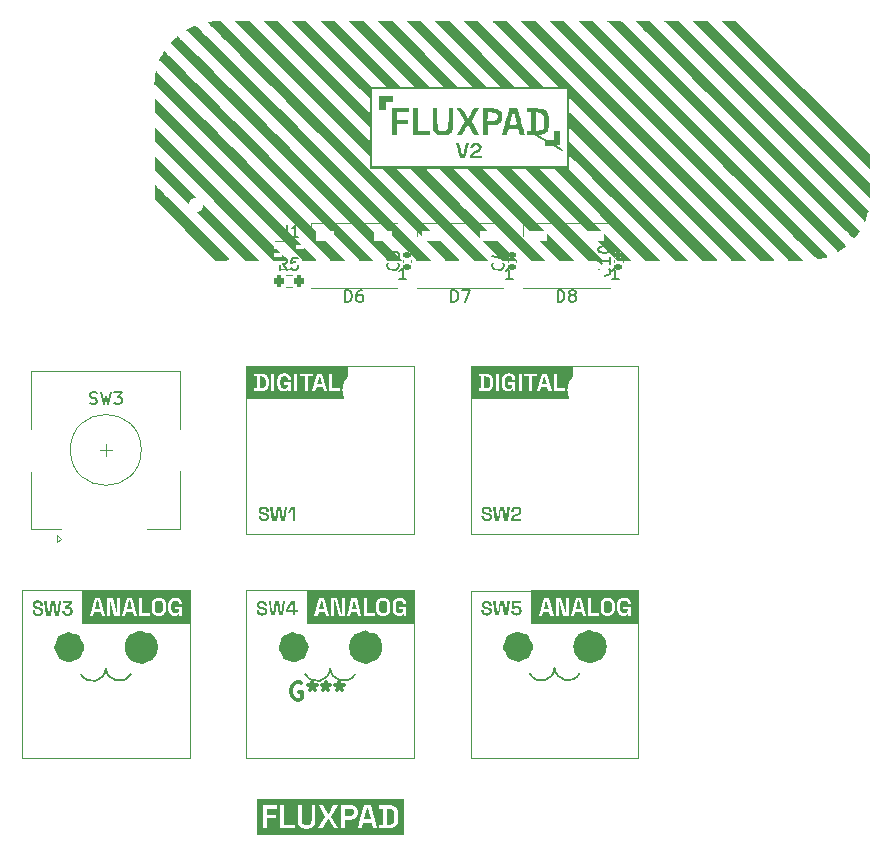
<source format=gbr>
%TF.GenerationSoftware,KiCad,Pcbnew,7.0.1*%
%TF.CreationDate,2023-09-05T02:32:18-04:00*%
%TF.ProjectId,Fluxpad,466c7578-7061-4642-9e6b-696361645f70,rev?*%
%TF.SameCoordinates,Original*%
%TF.FileFunction,Legend,Top*%
%TF.FilePolarity,Positive*%
%FSLAX46Y46*%
G04 Gerber Fmt 4.6, Leading zero omitted, Abs format (unit mm)*
G04 Created by KiCad (PCBNEW 7.0.1) date 2023-09-05 02:32:18*
%MOMM*%
%LPD*%
G01*
G04 APERTURE LIST*
G04 Aperture macros list*
%AMRoundRect*
0 Rectangle with rounded corners*
0 $1 Rounding radius*
0 $2 $3 $4 $5 $6 $7 $8 $9 X,Y pos of 4 corners*
0 Add a 4 corners polygon primitive as box body*
4,1,4,$2,$3,$4,$5,$6,$7,$8,$9,$2,$3,0*
0 Add four circle primitives for the rounded corners*
1,1,$1+$1,$2,$3*
1,1,$1+$1,$4,$5*
1,1,$1+$1,$6,$7*
1,1,$1+$1,$8,$9*
0 Add four rect primitives between the rounded corners*
20,1,$1+$1,$2,$3,$4,$5,0*
20,1,$1+$1,$4,$5,$6,$7,0*
20,1,$1+$1,$6,$7,$8,$9,0*
20,1,$1+$1,$8,$9,$2,$3,0*%
G04 Aperture macros list end*
%ADD10C,0.200000*%
%ADD11C,1.300000*%
%ADD12C,1.403840*%
%ADD13C,0.300000*%
%ADD14C,0.150000*%
%ADD15C,0.120000*%
%ADD16C,2.200000*%
%ADD17RoundRect,0.140000X0.170000X-0.140000X0.170000X0.140000X-0.170000X0.140000X-0.170000X-0.140000X0*%
%ADD18R,1.500000X0.900000*%
%ADD19C,1.300000*%
%ADD20R,2.000000X2.000000*%
%ADD21C,2.000000*%
%ADD22C,2.800000*%
%ADD23R,0.650000X0.400000*%
%ADD24RoundRect,0.200000X-0.200000X-0.275000X0.200000X-0.275000X0.200000X0.275000X-0.200000X0.275000X0*%
%ADD25C,1.750000*%
%ADD26C,4.000000*%
%ADD27C,0.650000*%
%ADD28O,1.000000X1.600000*%
%ADD29O,1.000000X2.100000*%
%ADD30O,2.100000X3.400000*%
%ADD31C,3.000000*%
G04 APERTURE END LIST*
D10*
X177400000Y-83300000D02*
X179600000Y-84600000D01*
X138899946Y-129000030D02*
G75*
G03*
X140999999Y-128500000I979354J546830D01*
G01*
D11*
X157550000Y-126700000D02*
G75*
G03*
X157550000Y-126700000I-650000J0D01*
G01*
D10*
X176899920Y-128955678D02*
G75*
G03*
X178999999Y-128455633I979380J546778D01*
G01*
X157899946Y-129000030D02*
G75*
G03*
X159999999Y-128500000I979354J546830D01*
G01*
D12*
X144701920Y-126700000D02*
G75*
G03*
X144701920Y-126700000I-701920J0D01*
G01*
D11*
X138550000Y-126700000D02*
G75*
G03*
X138550000Y-126700000I-650000J0D01*
G01*
D12*
X163701920Y-126700000D02*
G75*
G03*
X163701920Y-126700000I-701920J0D01*
G01*
X182701920Y-126655633D02*
G75*
G03*
X182701920Y-126655633I-701920J0D01*
G01*
D10*
X160000027Y-128499998D02*
G75*
G03*
X162100000Y-129000000I1129273J82998D01*
G01*
D11*
X176550000Y-126655633D02*
G75*
G03*
X176550000Y-126655633I-650000J0D01*
G01*
D10*
X140999974Y-128500002D02*
G75*
G03*
X143099999Y-129000000I1129226J82702D01*
G01*
X179000003Y-128455633D02*
G75*
G03*
X181100000Y-128955633I1129197J82633D01*
G01*
D13*
G36*
X159327844Y-104455368D02*
G01*
X158897366Y-104455368D01*
X159094470Y-103710183D01*
X159130374Y-103710183D01*
X159327844Y-104455368D01*
G37*
G36*
X154202001Y-103781615D02*
G01*
X154223222Y-103782688D01*
X154243721Y-103784477D01*
X154263499Y-103786982D01*
X154282556Y-103790202D01*
X154300891Y-103794137D01*
X154318505Y-103798788D01*
X154335398Y-103804155D01*
X154351570Y-103810237D01*
X154367020Y-103817035D01*
X154381749Y-103824548D01*
X154395757Y-103832777D01*
X154409043Y-103841722D01*
X154421608Y-103851382D01*
X154433452Y-103861757D01*
X154444575Y-103872848D01*
X154455000Y-103884592D01*
X154464753Y-103897017D01*
X154473834Y-103910123D01*
X154482242Y-103923910D01*
X154489977Y-103938379D01*
X154497039Y-103953529D01*
X154503429Y-103969360D01*
X154509146Y-103985872D01*
X154514191Y-104003065D01*
X154518563Y-104020940D01*
X154522263Y-104039496D01*
X154525289Y-104058732D01*
X154527644Y-104078651D01*
X154529325Y-104099250D01*
X154530334Y-104120531D01*
X154530670Y-104142493D01*
X154530670Y-104434485D01*
X154530334Y-104455963D01*
X154529325Y-104476800D01*
X154527644Y-104496996D01*
X154525289Y-104516550D01*
X154522263Y-104535464D01*
X154518563Y-104553736D01*
X154514191Y-104571368D01*
X154509146Y-104588358D01*
X154503429Y-104604707D01*
X154497039Y-104620415D01*
X154489977Y-104635481D01*
X154482242Y-104649907D01*
X154473834Y-104663691D01*
X154464753Y-104676835D01*
X154455000Y-104689337D01*
X154444575Y-104701198D01*
X154433452Y-104712378D01*
X154421608Y-104722836D01*
X154409043Y-104732574D01*
X154395757Y-104741590D01*
X154381749Y-104749884D01*
X154367020Y-104757458D01*
X154351570Y-104764310D01*
X154335398Y-104770441D01*
X154318505Y-104775850D01*
X154300891Y-104780539D01*
X154282556Y-104784506D01*
X154263499Y-104787752D01*
X154243721Y-104790276D01*
X154223222Y-104792079D01*
X154202001Y-104793161D01*
X154180060Y-104793522D01*
X154028751Y-104793522D01*
X154028751Y-103781257D01*
X154180060Y-103781257D01*
X154202001Y-103781615D01*
G37*
G36*
X161529028Y-105716095D02*
G01*
X152915303Y-105716095D01*
X152915303Y-103552646D01*
X153579589Y-103552646D01*
X153579589Y-103775029D01*
X153776693Y-103775029D01*
X153776693Y-103781257D01*
X153776693Y-104799750D01*
X153579589Y-104799750D01*
X153579589Y-105022500D01*
X154177862Y-105022500D01*
X154196113Y-105022354D01*
X154214093Y-105021917D01*
X154231802Y-105021189D01*
X154249240Y-105020170D01*
X154266406Y-105018859D01*
X154283301Y-105017257D01*
X154299926Y-105015364D01*
X154316279Y-105013180D01*
X154332360Y-105010705D01*
X154348171Y-105007938D01*
X154363710Y-105004880D01*
X154378978Y-105001531D01*
X154393975Y-104997890D01*
X154408701Y-104993959D01*
X154423156Y-104989736D01*
X154437339Y-104985222D01*
X154464892Y-104975320D01*
X154491361Y-104964253D01*
X154516744Y-104952022D01*
X154541043Y-104938625D01*
X154564257Y-104924063D01*
X154586386Y-104908337D01*
X154607431Y-104891446D01*
X154627390Y-104873389D01*
X154636947Y-104863924D01*
X154655151Y-104844121D01*
X154672141Y-104823152D01*
X154687918Y-104801018D01*
X154702481Y-104777720D01*
X154715830Y-104753256D01*
X154727966Y-104727628D01*
X154738888Y-104700835D01*
X154743894Y-104687001D01*
X154748597Y-104672877D01*
X154752996Y-104658461D01*
X154757092Y-104643754D01*
X154760884Y-104628755D01*
X154764374Y-104613466D01*
X154767559Y-104597885D01*
X154770441Y-104582013D01*
X154773020Y-104565849D01*
X154775296Y-104549395D01*
X154777268Y-104532649D01*
X154778936Y-104515612D01*
X154780302Y-104498284D01*
X154781364Y-104480664D01*
X154782122Y-104462754D01*
X154782577Y-104444552D01*
X154782729Y-104426058D01*
X154782729Y-104148721D01*
X154782577Y-104130250D01*
X154782122Y-104112070D01*
X154781364Y-104094180D01*
X154780302Y-104076581D01*
X154778936Y-104059273D01*
X154777268Y-104042255D01*
X154775296Y-104025527D01*
X154773020Y-104009090D01*
X154770441Y-103992944D01*
X154767559Y-103977088D01*
X154764374Y-103961522D01*
X154760884Y-103946247D01*
X154757092Y-103931263D01*
X154752996Y-103916569D01*
X154748597Y-103902165D01*
X154743894Y-103888053D01*
X154733579Y-103860698D01*
X154722050Y-103834506D01*
X154709307Y-103809476D01*
X154695351Y-103785608D01*
X154680181Y-103762902D01*
X154663798Y-103741358D01*
X154646201Y-103720976D01*
X154627390Y-103701756D01*
X154617546Y-103692583D01*
X154597044Y-103675109D01*
X154575457Y-103658800D01*
X154552786Y-103643656D01*
X154529029Y-103629677D01*
X154504188Y-103616862D01*
X154478262Y-103605213D01*
X154451251Y-103594729D01*
X154437339Y-103589924D01*
X154423156Y-103585410D01*
X154408701Y-103581187D01*
X154393975Y-103577255D01*
X154378978Y-103573615D01*
X154363710Y-103570266D01*
X154348171Y-103567208D01*
X154332360Y-103564441D01*
X154316279Y-103561965D01*
X154299926Y-103559781D01*
X154283301Y-103557888D01*
X154266406Y-103556286D01*
X154249240Y-103554976D01*
X154231802Y-103553957D01*
X154214093Y-103553229D01*
X154196113Y-103552792D01*
X154177862Y-103552646D01*
X155024529Y-103552646D01*
X155024529Y-105022500D01*
X155278420Y-105022500D01*
X155278420Y-104461962D01*
X155532310Y-104461962D01*
X155532594Y-104485590D01*
X155533444Y-104508754D01*
X155534860Y-104531454D01*
X155536844Y-104553691D01*
X155539394Y-104575464D01*
X155542511Y-104596773D01*
X155546195Y-104617618D01*
X155550445Y-104638000D01*
X155555262Y-104657918D01*
X155560646Y-104677373D01*
X155566597Y-104696364D01*
X155573114Y-104714891D01*
X155580198Y-104732954D01*
X155587849Y-104750554D01*
X155596066Y-104767690D01*
X155604850Y-104784363D01*
X155614114Y-104800511D01*
X155623770Y-104816168D01*
X155633817Y-104831332D01*
X155644257Y-104846004D01*
X155655089Y-104860183D01*
X155666314Y-104873870D01*
X155677930Y-104887065D01*
X155689938Y-104899767D01*
X155702339Y-104911978D01*
X155715132Y-104923696D01*
X155728317Y-104934921D01*
X155741893Y-104945655D01*
X155755863Y-104955896D01*
X155770224Y-104965644D01*
X155784977Y-104974901D01*
X155800123Y-104983665D01*
X155815591Y-104991917D01*
X155831315Y-104999636D01*
X155847293Y-105006823D01*
X155863526Y-105013478D01*
X155880014Y-105019600D01*
X155896757Y-105025190D01*
X155913754Y-105030248D01*
X155931006Y-105034773D01*
X155948513Y-105038766D01*
X155966274Y-105042226D01*
X155984291Y-105045154D01*
X156002562Y-105047550D01*
X156021087Y-105049413D01*
X156039868Y-105050744D01*
X156058903Y-105051542D01*
X156078193Y-105051809D01*
X156099069Y-105051567D01*
X156119108Y-105050843D01*
X156138310Y-105049635D01*
X156156675Y-105047945D01*
X156174203Y-105045771D01*
X156190893Y-105043115D01*
X156206746Y-105039975D01*
X156221762Y-105036353D01*
X156240481Y-105030771D01*
X156257711Y-105024331D01*
X156265880Y-105020890D01*
X156281497Y-105013688D01*
X156296151Y-105006063D01*
X156309844Y-104998015D01*
X156322575Y-104989542D01*
X156334345Y-104980647D01*
X156347704Y-104968931D01*
X156359561Y-104956554D01*
X156370316Y-104943803D01*
X156380140Y-104931195D01*
X156389034Y-104918730D01*
X156396999Y-104906408D01*
X156405328Y-104891810D01*
X156412317Y-104877419D01*
X156447855Y-104877419D01*
X156447855Y-105022500D01*
X156679030Y-105022500D01*
X156679030Y-104283176D01*
X156059508Y-104283176D01*
X156059508Y-104497500D01*
X156431002Y-104497500D01*
X156431002Y-104522779D01*
X156430714Y-104539397D01*
X156429851Y-104555637D01*
X156428413Y-104571499D01*
X156426399Y-104586984D01*
X156423810Y-104602091D01*
X156420646Y-104616820D01*
X156416907Y-104631171D01*
X156410219Y-104651989D01*
X156402236Y-104671958D01*
X156392960Y-104691076D01*
X156382388Y-104709344D01*
X156370523Y-104726762D01*
X156357363Y-104743330D01*
X156352699Y-104748627D01*
X156337693Y-104763509D01*
X156321168Y-104776877D01*
X156303123Y-104788732D01*
X156290249Y-104795794D01*
X156276699Y-104802184D01*
X156262474Y-104807902D01*
X156247574Y-104812946D01*
X156231997Y-104817318D01*
X156215746Y-104821018D01*
X156198818Y-104824045D01*
X156181216Y-104826399D01*
X156162938Y-104828080D01*
X156143984Y-104829089D01*
X156124355Y-104829426D01*
X156104707Y-104829041D01*
X156085606Y-104827886D01*
X156067052Y-104825961D01*
X156049044Y-104823266D01*
X156031583Y-104819801D01*
X156014669Y-104815567D01*
X155998301Y-104810562D01*
X155982480Y-104804788D01*
X155967206Y-104798243D01*
X155952479Y-104790929D01*
X155938298Y-104782844D01*
X155924663Y-104773990D01*
X155911576Y-104764366D01*
X155899035Y-104753972D01*
X155887041Y-104742808D01*
X155875594Y-104730874D01*
X155864813Y-104718247D01*
X155854728Y-104705096D01*
X155845338Y-104691422D01*
X155836644Y-104677224D01*
X155828646Y-104662502D01*
X155821343Y-104647257D01*
X155814736Y-104631487D01*
X155808824Y-104615194D01*
X155803607Y-104598377D01*
X155799086Y-104581036D01*
X155795261Y-104563172D01*
X155792131Y-104544783D01*
X155789697Y-104525871D01*
X155787958Y-104506435D01*
X155786915Y-104486476D01*
X155786567Y-104465992D01*
X155786567Y-104109153D01*
X155786915Y-104088417D01*
X155787958Y-104068247D01*
X155789697Y-104048643D01*
X155792131Y-104029607D01*
X155795261Y-104011137D01*
X155799086Y-103993233D01*
X155803607Y-103975897D01*
X155808824Y-103959127D01*
X155814736Y-103942924D01*
X155821343Y-103927288D01*
X155828646Y-103912218D01*
X155836644Y-103897715D01*
X155845338Y-103883779D01*
X155854728Y-103870410D01*
X155864813Y-103857607D01*
X155875594Y-103845371D01*
X155887025Y-103833792D01*
X155898972Y-103822960D01*
X155911434Y-103812875D01*
X155924412Y-103803537D01*
X155937904Y-103794946D01*
X155951912Y-103787102D01*
X155966435Y-103780005D01*
X155981473Y-103773655D01*
X155997026Y-103768052D01*
X156013095Y-103763197D01*
X156029678Y-103759088D01*
X156046777Y-103755726D01*
X156064391Y-103753112D01*
X156082521Y-103751244D01*
X156101165Y-103750124D01*
X156120325Y-103749750D01*
X156133328Y-103749902D01*
X156152307Y-103750698D01*
X156170654Y-103752177D01*
X156188371Y-103754339D01*
X156205456Y-103757183D01*
X156221910Y-103760710D01*
X156237733Y-103764920D01*
X156252925Y-103769812D01*
X156267486Y-103775387D01*
X156281416Y-103781644D01*
X156294714Y-103788585D01*
X156311464Y-103798740D01*
X156327092Y-103809788D01*
X156341597Y-103821729D01*
X156354981Y-103834563D01*
X156367243Y-103848291D01*
X156378383Y-103862911D01*
X156388400Y-103878424D01*
X156397296Y-103894830D01*
X156399370Y-103899037D01*
X156407006Y-103916202D01*
X156413589Y-103933905D01*
X156419119Y-103952146D01*
X156423596Y-103970925D01*
X156426262Y-103985362D01*
X156428336Y-104000102D01*
X156429817Y-104015145D01*
X156430706Y-104030491D01*
X156431002Y-104046139D01*
X156431002Y-104062625D01*
X156679030Y-104062625D01*
X156679030Y-104054565D01*
X156678889Y-104039435D01*
X156678464Y-104024500D01*
X156676764Y-103995214D01*
X156673930Y-103966706D01*
X156669963Y-103938977D01*
X156664862Y-103912026D01*
X156658628Y-103885854D01*
X156651261Y-103860461D01*
X156642760Y-103835846D01*
X156633126Y-103812009D01*
X156622358Y-103788951D01*
X156610457Y-103766671D01*
X156597423Y-103745170D01*
X156583255Y-103724448D01*
X156567953Y-103704504D01*
X156551518Y-103685339D01*
X156533950Y-103666952D01*
X156515376Y-103649516D01*
X156495831Y-103633206D01*
X156475316Y-103618021D01*
X156453831Y-103603960D01*
X156431375Y-103591024D01*
X156407949Y-103579213D01*
X156383553Y-103568527D01*
X156358187Y-103558966D01*
X156338458Y-103552646D01*
X156956002Y-103552646D01*
X156956002Y-105022500D01*
X157209892Y-105022500D01*
X157209892Y-103552646D01*
X157406996Y-103552646D01*
X157406996Y-103781257D01*
X157845901Y-103781257D01*
X157845901Y-105022500D01*
X158097959Y-105022500D01*
X158489969Y-105022500D01*
X158750088Y-105022500D01*
X158838381Y-104686543D01*
X159386462Y-104686543D01*
X159474756Y-105022500D01*
X159735241Y-105022500D01*
X159331874Y-103552646D01*
X159922087Y-103552646D01*
X159922087Y-105022500D01*
X160864742Y-105022500D01*
X160864742Y-104793522D01*
X160175977Y-104793522D01*
X160175977Y-103552646D01*
X159922087Y-103552646D01*
X159331874Y-103552646D01*
X158892970Y-103552646D01*
X158645464Y-104455368D01*
X158489969Y-105022500D01*
X158097959Y-105022500D01*
X158097959Y-103781257D01*
X158536864Y-103781257D01*
X158536864Y-103552646D01*
X157406996Y-103552646D01*
X157209892Y-103552646D01*
X156956002Y-103552646D01*
X156338458Y-103552646D01*
X156331850Y-103550529D01*
X156304543Y-103543218D01*
X156276266Y-103537031D01*
X156261763Y-103534360D01*
X156247018Y-103531969D01*
X156232031Y-103529860D01*
X156216800Y-103528032D01*
X156201328Y-103526486D01*
X156185612Y-103525220D01*
X156169654Y-103524236D01*
X156153454Y-103523533D01*
X156137011Y-103523111D01*
X156120325Y-103522971D01*
X156103625Y-103523119D01*
X156087137Y-103523566D01*
X156070864Y-103524310D01*
X156054803Y-103525352D01*
X156038956Y-103526691D01*
X156023321Y-103528329D01*
X156007900Y-103530263D01*
X155992693Y-103532496D01*
X155977698Y-103535026D01*
X155962917Y-103537854D01*
X155948349Y-103540980D01*
X155933994Y-103544403D01*
X155905925Y-103552142D01*
X155878708Y-103561072D01*
X155852344Y-103571193D01*
X155826833Y-103582505D01*
X155802175Y-103595007D01*
X155778370Y-103608700D01*
X155755417Y-103623583D01*
X155733318Y-103639658D01*
X155712072Y-103656922D01*
X155691679Y-103675378D01*
X155681874Y-103685011D01*
X155663198Y-103705061D01*
X155645767Y-103726156D01*
X155629581Y-103748295D01*
X155614640Y-103771479D01*
X155600944Y-103795708D01*
X155588494Y-103820981D01*
X155577288Y-103847299D01*
X155567328Y-103874662D01*
X155562814Y-103888735D01*
X155558612Y-103903070D01*
X155554721Y-103917665D01*
X155551142Y-103932522D01*
X155547874Y-103947640D01*
X155544917Y-103963019D01*
X155542271Y-103978659D01*
X155539936Y-103994560D01*
X155537913Y-104010723D01*
X155536201Y-104027147D01*
X155534800Y-104043832D01*
X155533711Y-104060778D01*
X155532933Y-104077985D01*
X155532466Y-104095454D01*
X155532310Y-104113183D01*
X155532310Y-104461962D01*
X155278420Y-104461962D01*
X155278420Y-103552646D01*
X155024529Y-103552646D01*
X154177862Y-103552646D01*
X153579589Y-103552646D01*
X152915303Y-103552646D01*
X152915303Y-102858685D01*
X161529028Y-102858685D01*
X161529028Y-105716095D01*
G37*
D14*
G36*
X164999597Y-140375487D02*
G01*
X165027891Y-140376918D01*
X165055224Y-140379303D01*
X165081594Y-140382643D01*
X165107003Y-140386936D01*
X165131450Y-140392183D01*
X165154936Y-140398385D01*
X165177460Y-140405540D01*
X165199022Y-140413650D01*
X165219622Y-140422714D01*
X165239261Y-140432731D01*
X165257938Y-140443703D01*
X165275653Y-140455629D01*
X165292406Y-140468509D01*
X165308198Y-140482343D01*
X165323028Y-140497131D01*
X165336929Y-140512790D01*
X165349933Y-140529356D01*
X165362040Y-140546831D01*
X165373251Y-140565214D01*
X165383564Y-140584505D01*
X165392981Y-140604705D01*
X165401501Y-140625813D01*
X165409124Y-140647829D01*
X165415850Y-140670754D01*
X165421679Y-140694586D01*
X165426612Y-140719328D01*
X165430648Y-140744977D01*
X165433787Y-140771534D01*
X165436029Y-140799000D01*
X165437374Y-140827374D01*
X165437822Y-140856657D01*
X165437822Y-141245980D01*
X165437374Y-141274617D01*
X165436029Y-141302400D01*
X165433787Y-141329328D01*
X165430648Y-141355401D01*
X165426612Y-141380619D01*
X165421679Y-141404982D01*
X165415850Y-141428490D01*
X165409124Y-141451144D01*
X165401501Y-141472943D01*
X165392981Y-141493886D01*
X165383564Y-141513975D01*
X165373251Y-141533210D01*
X165362040Y-141551589D01*
X165349933Y-141569113D01*
X165336929Y-141585783D01*
X165323028Y-141601598D01*
X165308198Y-141616504D01*
X165292406Y-141630449D01*
X165275653Y-141643432D01*
X165257938Y-141655453D01*
X165239261Y-141666513D01*
X165219622Y-141676611D01*
X165199022Y-141685747D01*
X165177460Y-141693921D01*
X165154936Y-141701134D01*
X165131450Y-141707385D01*
X165107003Y-141712675D01*
X165081594Y-141717002D01*
X165055224Y-141720368D01*
X165027891Y-141722773D01*
X164999597Y-141724215D01*
X164970342Y-141724696D01*
X164768597Y-141724696D01*
X164768597Y-140375010D01*
X164970342Y-140375010D01*
X164999597Y-140375487D01*
G37*
G36*
X163441870Y-141273824D02*
G01*
X162867899Y-141273824D01*
X163130704Y-140280244D01*
X163178576Y-140280244D01*
X163441870Y-141273824D01*
G37*
G36*
X161705061Y-140375317D02*
G01*
X161731632Y-140376930D01*
X161757113Y-140379925D01*
X161781504Y-140384303D01*
X161804804Y-140390063D01*
X161827013Y-140397206D01*
X161848132Y-140405731D01*
X161868160Y-140415639D01*
X161887098Y-140426929D01*
X161904945Y-140439601D01*
X161921702Y-140453656D01*
X161932232Y-140463657D01*
X161946752Y-140479523D01*
X161959743Y-140496429D01*
X161971206Y-140514374D01*
X161981141Y-140533358D01*
X161989547Y-140553380D01*
X161996425Y-140574442D01*
X162001775Y-140596543D01*
X162005596Y-140619682D01*
X162007889Y-140643861D01*
X162008653Y-140669078D01*
X162008653Y-140697411D01*
X162008307Y-140714280D01*
X162006494Y-140738734D01*
X162003127Y-140762165D01*
X161998205Y-140784575D01*
X161991729Y-140805963D01*
X161983699Y-140826329D01*
X161974115Y-140845674D01*
X161962977Y-140863996D01*
X161950284Y-140881297D01*
X161936038Y-140897576D01*
X161920237Y-140912833D01*
X161909021Y-140922297D01*
X161891352Y-140935349D01*
X161872671Y-140947027D01*
X161852976Y-140957331D01*
X161832267Y-140966261D01*
X161810546Y-140973817D01*
X161787811Y-140980000D01*
X161764064Y-140984808D01*
X161739303Y-140988243D01*
X161713528Y-140990303D01*
X161686741Y-140990990D01*
X161266643Y-140990990D01*
X161266643Y-140375010D01*
X161686741Y-140375010D01*
X161705061Y-140375317D01*
G37*
G36*
X166284615Y-142579792D02*
G01*
X153779865Y-142579792D01*
X153779865Y-140070195D01*
X154290579Y-140070195D01*
X154290579Y-142030000D01*
X154629099Y-142030000D01*
X154629099Y-141201039D01*
X155440963Y-141201039D01*
X155440963Y-140893293D01*
X154629099Y-140893293D01*
X154629099Y-140375010D01*
X155511305Y-140375010D01*
X155511305Y-140070195D01*
X155787299Y-140070195D01*
X155787299Y-142030000D01*
X157044173Y-142030000D01*
X157044173Y-141724696D01*
X156125820Y-141724696D01*
X156125820Y-140070195D01*
X157241521Y-140070195D01*
X157241521Y-141349539D01*
X157241876Y-141377325D01*
X157242941Y-141404631D01*
X157244715Y-141431456D01*
X157247200Y-141457800D01*
X157250394Y-141483663D01*
X157254298Y-141509045D01*
X157258912Y-141533946D01*
X157264235Y-141558367D01*
X157270269Y-141582306D01*
X157277012Y-141605765D01*
X157284466Y-141628743D01*
X157292629Y-141651240D01*
X157301502Y-141673256D01*
X157311084Y-141694791D01*
X157321377Y-141715846D01*
X157332379Y-141736420D01*
X157344044Y-141756392D01*
X157356323Y-141775766D01*
X157369216Y-141794540D01*
X157382724Y-141812715D01*
X157396846Y-141830291D01*
X157411583Y-141847268D01*
X157426934Y-141863645D01*
X157442899Y-141879424D01*
X157459479Y-141894603D01*
X157476673Y-141909183D01*
X157494482Y-141923164D01*
X157512905Y-141936546D01*
X157531943Y-141949329D01*
X157551595Y-141961512D01*
X157571861Y-141973097D01*
X157592742Y-141984082D01*
X157614186Y-141994374D01*
X157636141Y-142004003D01*
X157658608Y-142012967D01*
X157681585Y-142021268D01*
X157705075Y-142028904D01*
X157729075Y-142035877D01*
X157753587Y-142042185D01*
X157778611Y-142047829D01*
X157804146Y-142052809D01*
X157830192Y-142057126D01*
X157856750Y-142060778D01*
X157883819Y-142063766D01*
X157911399Y-142066090D01*
X157939491Y-142067750D01*
X157968094Y-142068746D01*
X157997208Y-142069078D01*
X158026386Y-142068746D01*
X158055056Y-142067750D01*
X158083218Y-142066090D01*
X158110873Y-142063766D01*
X158138020Y-142060778D01*
X158164660Y-142057126D01*
X158190792Y-142052809D01*
X158216416Y-142047829D01*
X158241533Y-142042185D01*
X158266143Y-142035877D01*
X158286456Y-142030000D01*
X159004466Y-142030000D01*
X159390858Y-142030000D01*
X159813398Y-141279685D01*
X159861270Y-141279685D01*
X160283810Y-142030000D01*
X160667271Y-142030000D01*
X160079623Y-141041793D01*
X160661898Y-140070195D01*
X160928122Y-140070195D01*
X160928122Y-140375010D01*
X160928122Y-142030000D01*
X161266643Y-142030000D01*
X162324703Y-142030000D01*
X162671528Y-142030000D01*
X162789253Y-141582058D01*
X163520028Y-141582058D01*
X163637753Y-142030000D01*
X163985066Y-142030000D01*
X163447243Y-140070195D01*
X164169714Y-140070195D01*
X164169714Y-140366706D01*
X164432519Y-140366706D01*
X164432519Y-140375010D01*
X164432519Y-141733000D01*
X164169714Y-141733000D01*
X164169714Y-142030000D01*
X164967411Y-142030000D01*
X164991746Y-142029805D01*
X165015719Y-142029223D01*
X165039331Y-142028252D01*
X165062581Y-142026893D01*
X165085470Y-142025146D01*
X165107997Y-142023010D01*
X165130163Y-142020486D01*
X165151967Y-142017574D01*
X165173409Y-142014273D01*
X165194490Y-142010584D01*
X165215209Y-142006507D01*
X165235566Y-142002041D01*
X165255562Y-141997187D01*
X165275197Y-141991945D01*
X165294469Y-141986315D01*
X165313381Y-141980296D01*
X165350118Y-141967094D01*
X165385409Y-141952338D01*
X165419254Y-141936029D01*
X165451653Y-141918167D01*
X165482605Y-141898751D01*
X165512110Y-141877783D01*
X165540170Y-141855261D01*
X165566783Y-141831186D01*
X165579525Y-141818566D01*
X165603797Y-141792161D01*
X165626450Y-141764203D01*
X165647486Y-141734691D01*
X165666903Y-141703627D01*
X165684702Y-141671009D01*
X165700883Y-141636838D01*
X165715446Y-141601113D01*
X165722121Y-141582669D01*
X165728391Y-141563836D01*
X165734257Y-141544615D01*
X165739718Y-141525005D01*
X165744775Y-141505007D01*
X165749427Y-141484621D01*
X165753674Y-141463846D01*
X165757517Y-141442684D01*
X165760956Y-141421133D01*
X165763990Y-141399193D01*
X165766619Y-141376866D01*
X165768844Y-141354149D01*
X165770664Y-141331045D01*
X165772080Y-141307553D01*
X165773091Y-141283672D01*
X165773698Y-141259402D01*
X165773901Y-141234745D01*
X165773901Y-140864961D01*
X165773698Y-140840334D01*
X165773091Y-140816093D01*
X165772080Y-140792241D01*
X165770664Y-140768775D01*
X165768844Y-140745697D01*
X165766619Y-140723006D01*
X165763990Y-140700703D01*
X165760956Y-140678787D01*
X165757517Y-140657258D01*
X165753674Y-140636117D01*
X165749427Y-140615363D01*
X165744775Y-140594996D01*
X165739718Y-140575017D01*
X165734257Y-140555425D01*
X165728391Y-140536221D01*
X165722121Y-140517404D01*
X165708367Y-140480931D01*
X165692995Y-140446008D01*
X165676005Y-140412635D01*
X165657397Y-140380811D01*
X165637170Y-140350536D01*
X165615326Y-140321811D01*
X165591863Y-140294635D01*
X165566783Y-140269009D01*
X165553657Y-140256777D01*
X165526321Y-140233478D01*
X165497538Y-140211733D01*
X165467309Y-140191541D01*
X165435634Y-140172902D01*
X165402513Y-140155817D01*
X165367945Y-140140284D01*
X165331930Y-140126305D01*
X165313381Y-140119898D01*
X165294469Y-140113880D01*
X165275197Y-140108249D01*
X165255562Y-140103007D01*
X165235566Y-140098153D01*
X165215209Y-140093688D01*
X165194490Y-140089610D01*
X165173409Y-140085921D01*
X165151967Y-140082621D01*
X165130163Y-140079708D01*
X165107997Y-140077184D01*
X165085470Y-140075049D01*
X165062581Y-140073301D01*
X165039331Y-140071942D01*
X165015719Y-140070972D01*
X164991746Y-140070389D01*
X164967411Y-140070195D01*
X164169714Y-140070195D01*
X163447243Y-140070195D01*
X162862037Y-140070195D01*
X162532029Y-141273824D01*
X162324703Y-142030000D01*
X161266643Y-142030000D01*
X161266643Y-141296294D01*
X161720446Y-141296294D01*
X161742707Y-141296010D01*
X161764669Y-141295157D01*
X161786335Y-141293735D01*
X161807702Y-141291745D01*
X161828772Y-141289186D01*
X161849544Y-141286059D01*
X161870018Y-141282363D01*
X161890195Y-141278098D01*
X161910074Y-141273265D01*
X161929656Y-141267863D01*
X161948939Y-141261892D01*
X161967925Y-141255353D01*
X161986614Y-141248245D01*
X162005004Y-141240568D01*
X162023097Y-141232323D01*
X162040893Y-141223510D01*
X162049659Y-141218900D01*
X162066847Y-141209322D01*
X162091772Y-141194052D01*
X162115666Y-141177700D01*
X162138529Y-141160266D01*
X162160362Y-141141750D01*
X162181165Y-141122153D01*
X162200937Y-141101473D01*
X162219679Y-141079712D01*
X162237390Y-141056868D01*
X162254071Y-141032943D01*
X162264619Y-141016392D01*
X162274675Y-140999424D01*
X162284082Y-140982106D01*
X162292841Y-140964437D01*
X162300950Y-140946416D01*
X162308411Y-140928044D01*
X162315223Y-140909322D01*
X162321387Y-140890248D01*
X162326901Y-140870823D01*
X162331767Y-140851047D01*
X162335984Y-140830920D01*
X162339552Y-140810442D01*
X162342472Y-140789612D01*
X162344742Y-140768432D01*
X162346364Y-140746900D01*
X162347337Y-140725018D01*
X162347662Y-140702784D01*
X162347662Y-140663705D01*
X162347343Y-140641122D01*
X162346387Y-140618925D01*
X162344794Y-140597113D01*
X162342563Y-140575686D01*
X162339695Y-140554645D01*
X162336190Y-140533989D01*
X162332048Y-140513719D01*
X162327268Y-140493834D01*
X162321850Y-140474335D01*
X162315796Y-140455221D01*
X162309104Y-140436492D01*
X162301775Y-140418149D01*
X162293808Y-140400192D01*
X162280663Y-140373978D01*
X162266085Y-140348632D01*
X162250361Y-140324247D01*
X162233599Y-140300919D01*
X162215797Y-140278646D01*
X162196956Y-140257430D01*
X162177077Y-140237270D01*
X162156158Y-140218166D01*
X162134201Y-140200118D01*
X162111204Y-140183127D01*
X162087169Y-140167191D01*
X162062094Y-140152312D01*
X162044801Y-140142979D01*
X162027162Y-140134166D01*
X162009172Y-140125920D01*
X161990831Y-140118244D01*
X161972139Y-140111136D01*
X161953095Y-140104597D01*
X161933701Y-140098626D01*
X161913955Y-140093224D01*
X161893859Y-140088391D01*
X161873411Y-140084126D01*
X161852612Y-140080430D01*
X161831462Y-140077303D01*
X161809961Y-140074744D01*
X161788109Y-140072754D01*
X161765906Y-140071332D01*
X161743352Y-140070479D01*
X161720446Y-140070195D01*
X160928122Y-140070195D01*
X160661898Y-140070195D01*
X160275506Y-140070195D01*
X159861270Y-140803412D01*
X159813398Y-140803412D01*
X159396231Y-140070195D01*
X159012770Y-140070195D01*
X159595045Y-141041793D01*
X159004466Y-142030000D01*
X158286456Y-142030000D01*
X158290244Y-142028904D01*
X158313839Y-142021268D01*
X158336925Y-142012967D01*
X158359504Y-142004003D01*
X158381576Y-141994374D01*
X158403140Y-141984082D01*
X158424192Y-141973097D01*
X158444608Y-141961512D01*
X158464386Y-141949329D01*
X158483526Y-141936546D01*
X158502030Y-141923164D01*
X158519896Y-141909183D01*
X158537124Y-141894603D01*
X158553716Y-141879424D01*
X158569670Y-141863645D01*
X158584986Y-141847268D01*
X158599666Y-141830291D01*
X158613708Y-141812715D01*
X158627112Y-141794540D01*
X158639880Y-141775766D01*
X158652010Y-141756392D01*
X158663503Y-141736420D01*
X158674387Y-141715846D01*
X158684569Y-141694791D01*
X158694048Y-141673256D01*
X158702826Y-141651240D01*
X158710901Y-141628743D01*
X158718274Y-141605765D01*
X158724945Y-141582306D01*
X158730914Y-141558367D01*
X158736180Y-141533946D01*
X158740745Y-141509045D01*
X158744607Y-141483663D01*
X158747767Y-141457800D01*
X158750224Y-141431456D01*
X158751980Y-141404631D01*
X158753033Y-141377325D01*
X158753384Y-141349539D01*
X158753384Y-140070195D01*
X158417306Y-140070195D01*
X158417306Y-141357843D01*
X158416884Y-141382038D01*
X158415619Y-141405532D01*
X158413511Y-141428323D01*
X158410559Y-141450411D01*
X158406763Y-141471798D01*
X158402125Y-141492482D01*
X158396643Y-141512464D01*
X158390317Y-141531744D01*
X158383148Y-141550322D01*
X158375136Y-141568197D01*
X158361536Y-141593694D01*
X158346039Y-141617611D01*
X158328643Y-141639947D01*
X158309351Y-141660704D01*
X158302539Y-141667226D01*
X158280965Y-141685548D01*
X158257682Y-141702008D01*
X158232691Y-141716603D01*
X158215081Y-141725299D01*
X158196711Y-141733166D01*
X158177582Y-141740205D01*
X158157693Y-141746416D01*
X158137045Y-141751799D01*
X158115637Y-141756354D01*
X158093470Y-141760081D01*
X158070544Y-141762979D01*
X158046858Y-141765049D01*
X158022413Y-141766292D01*
X157997208Y-141766706D01*
X157972410Y-141766292D01*
X157948329Y-141765049D01*
X157924966Y-141762979D01*
X157902320Y-141760081D01*
X157880392Y-141756354D01*
X157859181Y-141751799D01*
X157838687Y-141746416D01*
X157818911Y-141740205D01*
X157799852Y-141733166D01*
X157781511Y-141725299D01*
X157755345Y-141711945D01*
X157730793Y-141696728D01*
X157707855Y-141679648D01*
X157686531Y-141660704D01*
X157666977Y-141639947D01*
X157649345Y-141617611D01*
X157633638Y-141593694D01*
X157619853Y-141568197D01*
X157611732Y-141550322D01*
X157604466Y-141531744D01*
X157598054Y-141512464D01*
X157592498Y-141492482D01*
X157587796Y-141471798D01*
X157583949Y-141450411D01*
X157580957Y-141428323D01*
X157578820Y-141405532D01*
X157577538Y-141382038D01*
X157577111Y-141357843D01*
X157577111Y-140070195D01*
X157241521Y-140070195D01*
X156125820Y-140070195D01*
X155787299Y-140070195D01*
X155511305Y-140070195D01*
X154290579Y-140070195D01*
X153779865Y-140070195D01*
X153779865Y-139559481D01*
X166284615Y-139559481D01*
X166284615Y-142579792D01*
G37*
D13*
G36*
X164503300Y-122750124D02*
G01*
X164522920Y-122751244D01*
X164541974Y-122753112D01*
X164560461Y-122755726D01*
X164578381Y-122759088D01*
X164595735Y-122763197D01*
X164612522Y-122768052D01*
X164628742Y-122773655D01*
X164644396Y-122780005D01*
X164659482Y-122787102D01*
X164674002Y-122794946D01*
X164687956Y-122803537D01*
X164701342Y-122812875D01*
X164714162Y-122822960D01*
X164726415Y-122833792D01*
X164738102Y-122845371D01*
X164749149Y-122857590D01*
X164759483Y-122870341D01*
X164769104Y-122883625D01*
X164778013Y-122897441D01*
X164786209Y-122911789D01*
X164793692Y-122926670D01*
X164800463Y-122942083D01*
X164806520Y-122958028D01*
X164811866Y-122974506D01*
X164816498Y-122991516D01*
X164820418Y-123009059D01*
X164823625Y-123027134D01*
X164826119Y-123045741D01*
X164827901Y-123064881D01*
X164828970Y-123084553D01*
X164829327Y-123104757D01*
X164829327Y-123470022D01*
X164828970Y-123490271D01*
X164827901Y-123509985D01*
X164826119Y-123529163D01*
X164823625Y-123547806D01*
X164820418Y-123565914D01*
X164816498Y-123583486D01*
X164811866Y-123600524D01*
X164806520Y-123617026D01*
X164800463Y-123632993D01*
X164793692Y-123648424D01*
X164786209Y-123663321D01*
X164778013Y-123677682D01*
X164769104Y-123691508D01*
X164759483Y-123704799D01*
X164749149Y-123717554D01*
X164738102Y-123729774D01*
X164726415Y-123741309D01*
X164714162Y-123752100D01*
X164701342Y-123762146D01*
X164687956Y-123771448D01*
X164674002Y-123780006D01*
X164659482Y-123787820D01*
X164644396Y-123794890D01*
X164628742Y-123801215D01*
X164612522Y-123806797D01*
X164595735Y-123811634D01*
X164578381Y-123815727D01*
X164560461Y-123819076D01*
X164541974Y-123821680D01*
X164522920Y-123823541D01*
X164503300Y-123824657D01*
X164483112Y-123825029D01*
X164463147Y-123824657D01*
X164443734Y-123823541D01*
X164424873Y-123821680D01*
X164406565Y-123819076D01*
X164388809Y-123815727D01*
X164371606Y-123811634D01*
X164354955Y-123806797D01*
X164338856Y-123801215D01*
X164323310Y-123794890D01*
X164308317Y-123787820D01*
X164293875Y-123780006D01*
X164279986Y-123771448D01*
X164266650Y-123762146D01*
X164253866Y-123752100D01*
X164241634Y-123741309D01*
X164229955Y-123729774D01*
X164218908Y-123717554D01*
X164208574Y-123704799D01*
X164198953Y-123691508D01*
X164190044Y-123677682D01*
X164181848Y-123663321D01*
X164174365Y-123648424D01*
X164167594Y-123632993D01*
X164161536Y-123617026D01*
X164156191Y-123600524D01*
X164151558Y-123583486D01*
X164147639Y-123565914D01*
X164144432Y-123547806D01*
X164141937Y-123529163D01*
X164140155Y-123509985D01*
X164139086Y-123490271D01*
X164138730Y-123470022D01*
X164138730Y-123104757D01*
X164139086Y-123084553D01*
X164140155Y-123064881D01*
X164141937Y-123045741D01*
X164144432Y-123027134D01*
X164147639Y-123009059D01*
X164151558Y-122991516D01*
X164156191Y-122974506D01*
X164161536Y-122958028D01*
X164167594Y-122942083D01*
X164174365Y-122926670D01*
X164181848Y-122911789D01*
X164190044Y-122897441D01*
X164198953Y-122883625D01*
X164208574Y-122870341D01*
X164218908Y-122857590D01*
X164229955Y-122845371D01*
X164241634Y-122833792D01*
X164253866Y-122822960D01*
X164266650Y-122812875D01*
X164279986Y-122803537D01*
X164293875Y-122794946D01*
X164308317Y-122787102D01*
X164323310Y-122780005D01*
X164338856Y-122773655D01*
X164354955Y-122768052D01*
X164371606Y-122763197D01*
X164388809Y-122759088D01*
X164406565Y-122755726D01*
X164424873Y-122753112D01*
X164443734Y-122751244D01*
X164463147Y-122750124D01*
X164483112Y-122749750D01*
X164503300Y-122750124D01*
G37*
G36*
X162234368Y-123455368D02*
G01*
X161803890Y-123455368D01*
X162000994Y-122710183D01*
X162036898Y-122710183D01*
X162234368Y-123455368D01*
G37*
G36*
X159502756Y-123455368D02*
G01*
X159072278Y-123455368D01*
X159269382Y-122710183D01*
X159305286Y-122710183D01*
X159502756Y-123455368D01*
G37*
G36*
X167109645Y-124716095D02*
G01*
X158000595Y-124716095D01*
X158000595Y-124022500D01*
X158664881Y-124022500D01*
X158925000Y-124022500D01*
X159013294Y-123686543D01*
X159561375Y-123686543D01*
X159649669Y-124022500D01*
X159910154Y-124022500D01*
X159506786Y-122552646D01*
X160096999Y-122552646D01*
X160096999Y-124022500D01*
X160346860Y-124022500D01*
X160346860Y-122722639D01*
X160382397Y-122722639D01*
X160728978Y-124022500D01*
X161209648Y-124022500D01*
X161396493Y-124022500D01*
X161656612Y-124022500D01*
X161744906Y-123686543D01*
X162292987Y-123686543D01*
X162381281Y-124022500D01*
X162641766Y-124022500D01*
X162238398Y-122552646D01*
X162828611Y-122552646D01*
X162828611Y-124022500D01*
X163771267Y-124022500D01*
X163771267Y-123793522D01*
X163082502Y-123793522D01*
X163082502Y-123461962D01*
X163884473Y-123461962D01*
X163884545Y-123470022D01*
X163884632Y-123479670D01*
X163885109Y-123497117D01*
X163885903Y-123514305D01*
X163887015Y-123531234D01*
X163888444Y-123547902D01*
X163890192Y-123564311D01*
X163892257Y-123580460D01*
X163894640Y-123596349D01*
X163897340Y-123611979D01*
X163900358Y-123627348D01*
X163903694Y-123642458D01*
X163907348Y-123657309D01*
X163911319Y-123671899D01*
X163915608Y-123686230D01*
X163920215Y-123700301D01*
X163925140Y-123714112D01*
X163935942Y-123740956D01*
X163948014Y-123766760D01*
X163961358Y-123791525D01*
X163975973Y-123815252D01*
X163991858Y-123837939D01*
X164009014Y-123859588D01*
X164027441Y-123880197D01*
X164047139Y-123899767D01*
X164067947Y-123918179D01*
X164089614Y-123935402D01*
X164112140Y-123951438D01*
X164135524Y-123966285D01*
X164159767Y-123979945D01*
X164184869Y-123992418D01*
X164210829Y-124003702D01*
X164237648Y-124013798D01*
X164265326Y-124022707D01*
X164279487Y-124026716D01*
X164293862Y-124030428D01*
X164308453Y-124033843D01*
X164323257Y-124036961D01*
X164338277Y-124039782D01*
X164353511Y-124042306D01*
X164368960Y-124044533D01*
X164384623Y-124046463D01*
X164400502Y-124048097D01*
X164416594Y-124049433D01*
X164432902Y-124050472D01*
X164449424Y-124051215D01*
X164466161Y-124051660D01*
X164483112Y-124051809D01*
X164500198Y-124051660D01*
X164517061Y-124051215D01*
X164533703Y-124050472D01*
X164550123Y-124049433D01*
X164566321Y-124048097D01*
X164582297Y-124046463D01*
X164598051Y-124044533D01*
X164613584Y-124042306D01*
X164628895Y-124039782D01*
X164643983Y-124036961D01*
X164658851Y-124033843D01*
X164673496Y-124030428D01*
X164687919Y-124026716D01*
X164702121Y-124022707D01*
X164729859Y-124013798D01*
X164756709Y-124003702D01*
X164782672Y-123992418D01*
X164807748Y-123979945D01*
X164831937Y-123966285D01*
X164855238Y-123951438D01*
X164877652Y-123935402D01*
X164899179Y-123918179D01*
X164919819Y-123899767D01*
X164929759Y-123890112D01*
X164948692Y-123870022D01*
X164966364Y-123848893D01*
X164982773Y-123826725D01*
X164997920Y-123803518D01*
X165011804Y-123779273D01*
X165024427Y-123753988D01*
X165035787Y-123727664D01*
X165045885Y-123700301D01*
X165050460Y-123686230D01*
X165054720Y-123671899D01*
X165058665Y-123657309D01*
X165062294Y-123642458D01*
X165065607Y-123627348D01*
X165068605Y-123611979D01*
X165071287Y-123596349D01*
X165073654Y-123580460D01*
X165075705Y-123564311D01*
X165077441Y-123547902D01*
X165078861Y-123531234D01*
X165079965Y-123514305D01*
X165080754Y-123497117D01*
X165081227Y-123479670D01*
X165081385Y-123461962D01*
X165298639Y-123461962D01*
X165298923Y-123485590D01*
X165299773Y-123508754D01*
X165301189Y-123531454D01*
X165303173Y-123553691D01*
X165305723Y-123575464D01*
X165308840Y-123596773D01*
X165312524Y-123617618D01*
X165316774Y-123638000D01*
X165321591Y-123657918D01*
X165326975Y-123677373D01*
X165332926Y-123696364D01*
X165339443Y-123714891D01*
X165346527Y-123732954D01*
X165354178Y-123750554D01*
X165362395Y-123767690D01*
X165371179Y-123784363D01*
X165380443Y-123800511D01*
X165390099Y-123816168D01*
X165400146Y-123831332D01*
X165410586Y-123846004D01*
X165421418Y-123860183D01*
X165432643Y-123873870D01*
X165444259Y-123887065D01*
X165456267Y-123899767D01*
X165468668Y-123911978D01*
X165481461Y-123923696D01*
X165494646Y-123934921D01*
X165508223Y-123945655D01*
X165522192Y-123955896D01*
X165536553Y-123965644D01*
X165551306Y-123974901D01*
X165566452Y-123983665D01*
X165581920Y-123991917D01*
X165597644Y-123999636D01*
X165613622Y-124006823D01*
X165629855Y-124013478D01*
X165646343Y-124019600D01*
X165663086Y-124025190D01*
X165680083Y-124030248D01*
X165697335Y-124034773D01*
X165714842Y-124038766D01*
X165732603Y-124042226D01*
X165750620Y-124045154D01*
X165768891Y-124047550D01*
X165787416Y-124049413D01*
X165806197Y-124050744D01*
X165825232Y-124051542D01*
X165844522Y-124051809D01*
X165865398Y-124051567D01*
X165885437Y-124050843D01*
X165904639Y-124049635D01*
X165923004Y-124047945D01*
X165940532Y-124045771D01*
X165957222Y-124043115D01*
X165973075Y-124039975D01*
X165988091Y-124036353D01*
X166006810Y-124030771D01*
X166024040Y-124024331D01*
X166032209Y-124020890D01*
X166047826Y-124013688D01*
X166062480Y-124006063D01*
X166076173Y-123998015D01*
X166088904Y-123989542D01*
X166100674Y-123980647D01*
X166114033Y-123968931D01*
X166125890Y-123956554D01*
X166136645Y-123943803D01*
X166146469Y-123931195D01*
X166155363Y-123918730D01*
X166163328Y-123906408D01*
X166171657Y-123891810D01*
X166178646Y-123877419D01*
X166214184Y-123877419D01*
X166214184Y-124022500D01*
X166445359Y-124022500D01*
X166445359Y-123283176D01*
X165825837Y-123283176D01*
X165825837Y-123497500D01*
X166197331Y-123497500D01*
X166197331Y-123522779D01*
X166197043Y-123539397D01*
X166196180Y-123555637D01*
X166194742Y-123571499D01*
X166192728Y-123586984D01*
X166190139Y-123602091D01*
X166186975Y-123616820D01*
X166183236Y-123631171D01*
X166176548Y-123651989D01*
X166168565Y-123671958D01*
X166159289Y-123691076D01*
X166148717Y-123709344D01*
X166136852Y-123726762D01*
X166123692Y-123743330D01*
X166119028Y-123748627D01*
X166104022Y-123763509D01*
X166087497Y-123776877D01*
X166069452Y-123788732D01*
X166056578Y-123795794D01*
X166043028Y-123802184D01*
X166028803Y-123807902D01*
X166013903Y-123812946D01*
X165998326Y-123817318D01*
X165982075Y-123821018D01*
X165965147Y-123824045D01*
X165947545Y-123826399D01*
X165929267Y-123828080D01*
X165910313Y-123829089D01*
X165890684Y-123829426D01*
X165871036Y-123829041D01*
X165851935Y-123827886D01*
X165833381Y-123825961D01*
X165815373Y-123823266D01*
X165797912Y-123819801D01*
X165780998Y-123815567D01*
X165764630Y-123810562D01*
X165748809Y-123804788D01*
X165733535Y-123798243D01*
X165718808Y-123790929D01*
X165704627Y-123782844D01*
X165690992Y-123773990D01*
X165677905Y-123764366D01*
X165665364Y-123753972D01*
X165653370Y-123742808D01*
X165641923Y-123730874D01*
X165631142Y-123718247D01*
X165621057Y-123705096D01*
X165611667Y-123691422D01*
X165602973Y-123677224D01*
X165594975Y-123662502D01*
X165587672Y-123647257D01*
X165581065Y-123631487D01*
X165575153Y-123615194D01*
X165569936Y-123598377D01*
X165565415Y-123581036D01*
X165561590Y-123563172D01*
X165558460Y-123544783D01*
X165556026Y-123525871D01*
X165554287Y-123506435D01*
X165553244Y-123486476D01*
X165552896Y-123465992D01*
X165552896Y-123109153D01*
X165553244Y-123088417D01*
X165554287Y-123068247D01*
X165556026Y-123048643D01*
X165558460Y-123029607D01*
X165561590Y-123011137D01*
X165565415Y-122993233D01*
X165569936Y-122975897D01*
X165575153Y-122959127D01*
X165581065Y-122942924D01*
X165587672Y-122927288D01*
X165594975Y-122912218D01*
X165602973Y-122897715D01*
X165611667Y-122883779D01*
X165621057Y-122870410D01*
X165631142Y-122857607D01*
X165641923Y-122845371D01*
X165653354Y-122833792D01*
X165665301Y-122822960D01*
X165677763Y-122812875D01*
X165690741Y-122803537D01*
X165704233Y-122794946D01*
X165718241Y-122787102D01*
X165732764Y-122780005D01*
X165747802Y-122773655D01*
X165763355Y-122768052D01*
X165779424Y-122763197D01*
X165796007Y-122759088D01*
X165813106Y-122755726D01*
X165830720Y-122753112D01*
X165848850Y-122751244D01*
X165867494Y-122750124D01*
X165886654Y-122749750D01*
X165899657Y-122749902D01*
X165918636Y-122750698D01*
X165936983Y-122752177D01*
X165954700Y-122754339D01*
X165971785Y-122757183D01*
X165988239Y-122760710D01*
X166004062Y-122764920D01*
X166019254Y-122769812D01*
X166033815Y-122775387D01*
X166047745Y-122781644D01*
X166061043Y-122788585D01*
X166077793Y-122798740D01*
X166093421Y-122809788D01*
X166107926Y-122821729D01*
X166121310Y-122834563D01*
X166133572Y-122848291D01*
X166144712Y-122862911D01*
X166154730Y-122878424D01*
X166163625Y-122894830D01*
X166165699Y-122899037D01*
X166173335Y-122916202D01*
X166179918Y-122933905D01*
X166185448Y-122952146D01*
X166189925Y-122970925D01*
X166192591Y-122985362D01*
X166194665Y-123000102D01*
X166196146Y-123015145D01*
X166197035Y-123030491D01*
X166197331Y-123046139D01*
X166197331Y-123062625D01*
X166445359Y-123062625D01*
X166445359Y-123054565D01*
X166445218Y-123039435D01*
X166444793Y-123024500D01*
X166443093Y-122995214D01*
X166440259Y-122966706D01*
X166436292Y-122938977D01*
X166431191Y-122912026D01*
X166424957Y-122885854D01*
X166417590Y-122860461D01*
X166409089Y-122835846D01*
X166399455Y-122812009D01*
X166388687Y-122788951D01*
X166376786Y-122766671D01*
X166363752Y-122745170D01*
X166349584Y-122724448D01*
X166334282Y-122704504D01*
X166317847Y-122685339D01*
X166300279Y-122666952D01*
X166281705Y-122649516D01*
X166262160Y-122633206D01*
X166241645Y-122618021D01*
X166220160Y-122603960D01*
X166197704Y-122591024D01*
X166174278Y-122579213D01*
X166149882Y-122568527D01*
X166124516Y-122558966D01*
X166098179Y-122550529D01*
X166070872Y-122543218D01*
X166042595Y-122537031D01*
X166028092Y-122534360D01*
X166013347Y-122531969D01*
X165998360Y-122529860D01*
X165983129Y-122528032D01*
X165967657Y-122526486D01*
X165951941Y-122525220D01*
X165935983Y-122524236D01*
X165919783Y-122523533D01*
X165903340Y-122523111D01*
X165886654Y-122522971D01*
X165869954Y-122523119D01*
X165853466Y-122523566D01*
X165837193Y-122524310D01*
X165821132Y-122525352D01*
X165805285Y-122526691D01*
X165789650Y-122528329D01*
X165774229Y-122530263D01*
X165759022Y-122532496D01*
X165744027Y-122535026D01*
X165729246Y-122537854D01*
X165714678Y-122540980D01*
X165700323Y-122544403D01*
X165672254Y-122552142D01*
X165645037Y-122561072D01*
X165618673Y-122571193D01*
X165593162Y-122582505D01*
X165568504Y-122595007D01*
X165544699Y-122608700D01*
X165521746Y-122623583D01*
X165499647Y-122639658D01*
X165478401Y-122656922D01*
X165458008Y-122675378D01*
X165448203Y-122685011D01*
X165429527Y-122705061D01*
X165412096Y-122726156D01*
X165395910Y-122748295D01*
X165380969Y-122771479D01*
X165367274Y-122795708D01*
X165354823Y-122820981D01*
X165343617Y-122847299D01*
X165333657Y-122874662D01*
X165329143Y-122888735D01*
X165324941Y-122903070D01*
X165321050Y-122917665D01*
X165317471Y-122932522D01*
X165314203Y-122947640D01*
X165311246Y-122963019D01*
X165308600Y-122978659D01*
X165306265Y-122994560D01*
X165304242Y-123010723D01*
X165302530Y-123027147D01*
X165301129Y-123043832D01*
X165300040Y-123060778D01*
X165299262Y-123077985D01*
X165298795Y-123095454D01*
X165298639Y-123113183D01*
X165298639Y-123461962D01*
X165081385Y-123461962D01*
X165081385Y-123113183D01*
X165081227Y-123095454D01*
X165080754Y-123077985D01*
X165079965Y-123060778D01*
X165078861Y-123043832D01*
X165077441Y-123027147D01*
X165075705Y-123010723D01*
X165073654Y-122994560D01*
X165071287Y-122978659D01*
X165068605Y-122963019D01*
X165065607Y-122947640D01*
X165062294Y-122932522D01*
X165058665Y-122917665D01*
X165054720Y-122903070D01*
X165050460Y-122888735D01*
X165040994Y-122860850D01*
X165030265Y-122834010D01*
X165018273Y-122808214D01*
X165005020Y-122783463D01*
X164990504Y-122759756D01*
X164974726Y-122737095D01*
X164957686Y-122715478D01*
X164939383Y-122694906D01*
X164919819Y-122675378D01*
X164899179Y-122656922D01*
X164877652Y-122639658D01*
X164855238Y-122623583D01*
X164831937Y-122608700D01*
X164807748Y-122595007D01*
X164782672Y-122582505D01*
X164756709Y-122571193D01*
X164729859Y-122561072D01*
X164702121Y-122552142D01*
X164687919Y-122548124D01*
X164673496Y-122544403D01*
X164658851Y-122540980D01*
X164643983Y-122537854D01*
X164628895Y-122535026D01*
X164613584Y-122532496D01*
X164598051Y-122530263D01*
X164582297Y-122528329D01*
X164566321Y-122526691D01*
X164550123Y-122525352D01*
X164533703Y-122524310D01*
X164517061Y-122523566D01*
X164500198Y-122523119D01*
X164483112Y-122522971D01*
X164466161Y-122523119D01*
X164449424Y-122523566D01*
X164432902Y-122524310D01*
X164416594Y-122525352D01*
X164400502Y-122526691D01*
X164384623Y-122528329D01*
X164368960Y-122530263D01*
X164353511Y-122532496D01*
X164338277Y-122535026D01*
X164323257Y-122537854D01*
X164308453Y-122540980D01*
X164293862Y-122544403D01*
X164279487Y-122548124D01*
X164265326Y-122552142D01*
X164237648Y-122561072D01*
X164210829Y-122571193D01*
X164184869Y-122582505D01*
X164159767Y-122595007D01*
X164135524Y-122608700D01*
X164112140Y-122623583D01*
X164089614Y-122639658D01*
X164067947Y-122656922D01*
X164047139Y-122675378D01*
X164027441Y-122694906D01*
X164009014Y-122715478D01*
X163991858Y-122737095D01*
X163975973Y-122759756D01*
X163961358Y-122783463D01*
X163948014Y-122808214D01*
X163935942Y-122834010D01*
X163925140Y-122860850D01*
X163920215Y-122874662D01*
X163915608Y-122888735D01*
X163911319Y-122903070D01*
X163907348Y-122917665D01*
X163903694Y-122932522D01*
X163900358Y-122947640D01*
X163897340Y-122963019D01*
X163894640Y-122978659D01*
X163892257Y-122994560D01*
X163890192Y-123010723D01*
X163888444Y-123027147D01*
X163887015Y-123043832D01*
X163885903Y-123060778D01*
X163885109Y-123077985D01*
X163884632Y-123095454D01*
X163884473Y-123113183D01*
X163884473Y-123461962D01*
X163082502Y-123461962D01*
X163082502Y-122552646D01*
X162828611Y-122552646D01*
X162238398Y-122552646D01*
X161799494Y-122552646D01*
X161551988Y-123455368D01*
X161396493Y-124022500D01*
X161209648Y-124022500D01*
X161209648Y-122552646D01*
X160959787Y-122552646D01*
X160959787Y-123852506D01*
X160926448Y-123852506D01*
X160579867Y-122552646D01*
X160096999Y-122552646D01*
X159506786Y-122552646D01*
X159067882Y-122552646D01*
X158820376Y-123455368D01*
X158664881Y-124022500D01*
X158000595Y-124022500D01*
X158000595Y-121858685D01*
X167109645Y-121858685D01*
X167109645Y-124716095D01*
G37*
G36*
X178327844Y-104455368D02*
G01*
X177897366Y-104455368D01*
X178094470Y-103710183D01*
X178130374Y-103710183D01*
X178327844Y-104455368D01*
G37*
G36*
X173202001Y-103781615D02*
G01*
X173223222Y-103782688D01*
X173243721Y-103784477D01*
X173263499Y-103786982D01*
X173282556Y-103790202D01*
X173300891Y-103794137D01*
X173318505Y-103798788D01*
X173335398Y-103804155D01*
X173351570Y-103810237D01*
X173367020Y-103817035D01*
X173381749Y-103824548D01*
X173395757Y-103832777D01*
X173409043Y-103841722D01*
X173421608Y-103851382D01*
X173433452Y-103861757D01*
X173444575Y-103872848D01*
X173455000Y-103884592D01*
X173464753Y-103897017D01*
X173473834Y-103910123D01*
X173482242Y-103923910D01*
X173489977Y-103938379D01*
X173497039Y-103953529D01*
X173503429Y-103969360D01*
X173509146Y-103985872D01*
X173514191Y-104003065D01*
X173518563Y-104020940D01*
X173522263Y-104039496D01*
X173525289Y-104058732D01*
X173527644Y-104078651D01*
X173529325Y-104099250D01*
X173530334Y-104120531D01*
X173530670Y-104142493D01*
X173530670Y-104434485D01*
X173530334Y-104455963D01*
X173529325Y-104476800D01*
X173527644Y-104496996D01*
X173525289Y-104516550D01*
X173522263Y-104535464D01*
X173518563Y-104553736D01*
X173514191Y-104571368D01*
X173509146Y-104588358D01*
X173503429Y-104604707D01*
X173497039Y-104620415D01*
X173489977Y-104635481D01*
X173482242Y-104649907D01*
X173473834Y-104663691D01*
X173464753Y-104676835D01*
X173455000Y-104689337D01*
X173444575Y-104701198D01*
X173433452Y-104712378D01*
X173421608Y-104722836D01*
X173409043Y-104732574D01*
X173395757Y-104741590D01*
X173381749Y-104749884D01*
X173367020Y-104757458D01*
X173351570Y-104764310D01*
X173335398Y-104770441D01*
X173318505Y-104775850D01*
X173300891Y-104780539D01*
X173282556Y-104784506D01*
X173263499Y-104787752D01*
X173243721Y-104790276D01*
X173223222Y-104792079D01*
X173202001Y-104793161D01*
X173180060Y-104793522D01*
X173028751Y-104793522D01*
X173028751Y-103781257D01*
X173180060Y-103781257D01*
X173202001Y-103781615D01*
G37*
G36*
X180529028Y-105716095D02*
G01*
X171915303Y-105716095D01*
X171915303Y-103552646D01*
X172579589Y-103552646D01*
X172579589Y-103775029D01*
X172776693Y-103775029D01*
X172776693Y-103781257D01*
X172776693Y-104799750D01*
X172579589Y-104799750D01*
X172579589Y-105022500D01*
X173177862Y-105022500D01*
X173196113Y-105022354D01*
X173214093Y-105021917D01*
X173231802Y-105021189D01*
X173249240Y-105020170D01*
X173266406Y-105018859D01*
X173283301Y-105017257D01*
X173299926Y-105015364D01*
X173316279Y-105013180D01*
X173332360Y-105010705D01*
X173348171Y-105007938D01*
X173363710Y-105004880D01*
X173378978Y-105001531D01*
X173393975Y-104997890D01*
X173408701Y-104993959D01*
X173423156Y-104989736D01*
X173437339Y-104985222D01*
X173464892Y-104975320D01*
X173491361Y-104964253D01*
X173516744Y-104952022D01*
X173541043Y-104938625D01*
X173564257Y-104924063D01*
X173586386Y-104908337D01*
X173607431Y-104891446D01*
X173627390Y-104873389D01*
X173636947Y-104863924D01*
X173655151Y-104844121D01*
X173672141Y-104823152D01*
X173687918Y-104801018D01*
X173702481Y-104777720D01*
X173715830Y-104753256D01*
X173727966Y-104727628D01*
X173738888Y-104700835D01*
X173743894Y-104687001D01*
X173748597Y-104672877D01*
X173752996Y-104658461D01*
X173757092Y-104643754D01*
X173760884Y-104628755D01*
X173764374Y-104613466D01*
X173767559Y-104597885D01*
X173770441Y-104582013D01*
X173773020Y-104565849D01*
X173775296Y-104549395D01*
X173777268Y-104532649D01*
X173778936Y-104515612D01*
X173780302Y-104498284D01*
X173781364Y-104480664D01*
X173782122Y-104462754D01*
X173782577Y-104444552D01*
X173782729Y-104426058D01*
X173782729Y-104148721D01*
X173782577Y-104130250D01*
X173782122Y-104112070D01*
X173781364Y-104094180D01*
X173780302Y-104076581D01*
X173778936Y-104059273D01*
X173777268Y-104042255D01*
X173775296Y-104025527D01*
X173773020Y-104009090D01*
X173770441Y-103992944D01*
X173767559Y-103977088D01*
X173764374Y-103961522D01*
X173760884Y-103946247D01*
X173757092Y-103931263D01*
X173752996Y-103916569D01*
X173748597Y-103902165D01*
X173743894Y-103888053D01*
X173733579Y-103860698D01*
X173722050Y-103834506D01*
X173709307Y-103809476D01*
X173695351Y-103785608D01*
X173680181Y-103762902D01*
X173663798Y-103741358D01*
X173646201Y-103720976D01*
X173627390Y-103701756D01*
X173617546Y-103692583D01*
X173597044Y-103675109D01*
X173575457Y-103658800D01*
X173552786Y-103643656D01*
X173529029Y-103629677D01*
X173504188Y-103616862D01*
X173478262Y-103605213D01*
X173451251Y-103594729D01*
X173437339Y-103589924D01*
X173423156Y-103585410D01*
X173408701Y-103581187D01*
X173393975Y-103577255D01*
X173378978Y-103573615D01*
X173363710Y-103570266D01*
X173348171Y-103567208D01*
X173332360Y-103564441D01*
X173316279Y-103561965D01*
X173299926Y-103559781D01*
X173283301Y-103557888D01*
X173266406Y-103556286D01*
X173249240Y-103554976D01*
X173231802Y-103553957D01*
X173214093Y-103553229D01*
X173196113Y-103552792D01*
X173177862Y-103552646D01*
X174024529Y-103552646D01*
X174024529Y-105022500D01*
X174278420Y-105022500D01*
X174278420Y-104461962D01*
X174532310Y-104461962D01*
X174532594Y-104485590D01*
X174533444Y-104508754D01*
X174534860Y-104531454D01*
X174536844Y-104553691D01*
X174539394Y-104575464D01*
X174542511Y-104596773D01*
X174546195Y-104617618D01*
X174550445Y-104638000D01*
X174555262Y-104657918D01*
X174560646Y-104677373D01*
X174566597Y-104696364D01*
X174573114Y-104714891D01*
X174580198Y-104732954D01*
X174587849Y-104750554D01*
X174596066Y-104767690D01*
X174604850Y-104784363D01*
X174614114Y-104800511D01*
X174623770Y-104816168D01*
X174633817Y-104831332D01*
X174644257Y-104846004D01*
X174655089Y-104860183D01*
X174666314Y-104873870D01*
X174677930Y-104887065D01*
X174689938Y-104899767D01*
X174702339Y-104911978D01*
X174715132Y-104923696D01*
X174728317Y-104934921D01*
X174741893Y-104945655D01*
X174755863Y-104955896D01*
X174770224Y-104965644D01*
X174784977Y-104974901D01*
X174800123Y-104983665D01*
X174815591Y-104991917D01*
X174831315Y-104999636D01*
X174847293Y-105006823D01*
X174863526Y-105013478D01*
X174880014Y-105019600D01*
X174896757Y-105025190D01*
X174913754Y-105030248D01*
X174931006Y-105034773D01*
X174948513Y-105038766D01*
X174966274Y-105042226D01*
X174984291Y-105045154D01*
X175002562Y-105047550D01*
X175021087Y-105049413D01*
X175039868Y-105050744D01*
X175058903Y-105051542D01*
X175078193Y-105051809D01*
X175099069Y-105051567D01*
X175119108Y-105050843D01*
X175138310Y-105049635D01*
X175156675Y-105047945D01*
X175174203Y-105045771D01*
X175190893Y-105043115D01*
X175206746Y-105039975D01*
X175221762Y-105036353D01*
X175240481Y-105030771D01*
X175257711Y-105024331D01*
X175265880Y-105020890D01*
X175281497Y-105013688D01*
X175296151Y-105006063D01*
X175309844Y-104998015D01*
X175322575Y-104989542D01*
X175334345Y-104980647D01*
X175347704Y-104968931D01*
X175359561Y-104956554D01*
X175370316Y-104943803D01*
X175380140Y-104931195D01*
X175389034Y-104918730D01*
X175396999Y-104906408D01*
X175405328Y-104891810D01*
X175412317Y-104877419D01*
X175447855Y-104877419D01*
X175447855Y-105022500D01*
X175679030Y-105022500D01*
X175679030Y-104283176D01*
X175059508Y-104283176D01*
X175059508Y-104497500D01*
X175431002Y-104497500D01*
X175431002Y-104522779D01*
X175430714Y-104539397D01*
X175429851Y-104555637D01*
X175428413Y-104571499D01*
X175426399Y-104586984D01*
X175423810Y-104602091D01*
X175420646Y-104616820D01*
X175416907Y-104631171D01*
X175410219Y-104651989D01*
X175402236Y-104671958D01*
X175392960Y-104691076D01*
X175382388Y-104709344D01*
X175370523Y-104726762D01*
X175357363Y-104743330D01*
X175352699Y-104748627D01*
X175337693Y-104763509D01*
X175321168Y-104776877D01*
X175303123Y-104788732D01*
X175290249Y-104795794D01*
X175276699Y-104802184D01*
X175262474Y-104807902D01*
X175247574Y-104812946D01*
X175231997Y-104817318D01*
X175215746Y-104821018D01*
X175198818Y-104824045D01*
X175181216Y-104826399D01*
X175162938Y-104828080D01*
X175143984Y-104829089D01*
X175124355Y-104829426D01*
X175104707Y-104829041D01*
X175085606Y-104827886D01*
X175067052Y-104825961D01*
X175049044Y-104823266D01*
X175031583Y-104819801D01*
X175014669Y-104815567D01*
X174998301Y-104810562D01*
X174982480Y-104804788D01*
X174967206Y-104798243D01*
X174952479Y-104790929D01*
X174938298Y-104782844D01*
X174924663Y-104773990D01*
X174911576Y-104764366D01*
X174899035Y-104753972D01*
X174887041Y-104742808D01*
X174875594Y-104730874D01*
X174864813Y-104718247D01*
X174854728Y-104705096D01*
X174845338Y-104691422D01*
X174836644Y-104677224D01*
X174828646Y-104662502D01*
X174821343Y-104647257D01*
X174814736Y-104631487D01*
X174808824Y-104615194D01*
X174803607Y-104598377D01*
X174799086Y-104581036D01*
X174795261Y-104563172D01*
X174792131Y-104544783D01*
X174789697Y-104525871D01*
X174787958Y-104506435D01*
X174786915Y-104486476D01*
X174786567Y-104465992D01*
X174786567Y-104109153D01*
X174786915Y-104088417D01*
X174787958Y-104068247D01*
X174789697Y-104048643D01*
X174792131Y-104029607D01*
X174795261Y-104011137D01*
X174799086Y-103993233D01*
X174803607Y-103975897D01*
X174808824Y-103959127D01*
X174814736Y-103942924D01*
X174821343Y-103927288D01*
X174828646Y-103912218D01*
X174836644Y-103897715D01*
X174845338Y-103883779D01*
X174854728Y-103870410D01*
X174864813Y-103857607D01*
X174875594Y-103845371D01*
X174887025Y-103833792D01*
X174898972Y-103822960D01*
X174911434Y-103812875D01*
X174924412Y-103803537D01*
X174937904Y-103794946D01*
X174951912Y-103787102D01*
X174966435Y-103780005D01*
X174981473Y-103773655D01*
X174997026Y-103768052D01*
X175013095Y-103763197D01*
X175029678Y-103759088D01*
X175046777Y-103755726D01*
X175064391Y-103753112D01*
X175082521Y-103751244D01*
X175101165Y-103750124D01*
X175120325Y-103749750D01*
X175133328Y-103749902D01*
X175152307Y-103750698D01*
X175170654Y-103752177D01*
X175188371Y-103754339D01*
X175205456Y-103757183D01*
X175221910Y-103760710D01*
X175237733Y-103764920D01*
X175252925Y-103769812D01*
X175267486Y-103775387D01*
X175281416Y-103781644D01*
X175294714Y-103788585D01*
X175311464Y-103798740D01*
X175327092Y-103809788D01*
X175341597Y-103821729D01*
X175354981Y-103834563D01*
X175367243Y-103848291D01*
X175378383Y-103862911D01*
X175388400Y-103878424D01*
X175397296Y-103894830D01*
X175399370Y-103899037D01*
X175407006Y-103916202D01*
X175413589Y-103933905D01*
X175419119Y-103952146D01*
X175423596Y-103970925D01*
X175426262Y-103985362D01*
X175428336Y-104000102D01*
X175429817Y-104015145D01*
X175430706Y-104030491D01*
X175431002Y-104046139D01*
X175431002Y-104062625D01*
X175679030Y-104062625D01*
X175679030Y-104054565D01*
X175678889Y-104039435D01*
X175678464Y-104024500D01*
X175676764Y-103995214D01*
X175673930Y-103966706D01*
X175669963Y-103938977D01*
X175664862Y-103912026D01*
X175658628Y-103885854D01*
X175651261Y-103860461D01*
X175642760Y-103835846D01*
X175633126Y-103812009D01*
X175622358Y-103788951D01*
X175610457Y-103766671D01*
X175597423Y-103745170D01*
X175583255Y-103724448D01*
X175567953Y-103704504D01*
X175551518Y-103685339D01*
X175533950Y-103666952D01*
X175515376Y-103649516D01*
X175495831Y-103633206D01*
X175475316Y-103618021D01*
X175453831Y-103603960D01*
X175431375Y-103591024D01*
X175407949Y-103579213D01*
X175383553Y-103568527D01*
X175358187Y-103558966D01*
X175338458Y-103552646D01*
X175956002Y-103552646D01*
X175956002Y-105022500D01*
X176209892Y-105022500D01*
X176209892Y-103552646D01*
X176406996Y-103552646D01*
X176406996Y-103781257D01*
X176845901Y-103781257D01*
X176845901Y-105022500D01*
X177097959Y-105022500D01*
X177489969Y-105022500D01*
X177750088Y-105022500D01*
X177838381Y-104686543D01*
X178386462Y-104686543D01*
X178474756Y-105022500D01*
X178735241Y-105022500D01*
X178331874Y-103552646D01*
X178922087Y-103552646D01*
X178922087Y-105022500D01*
X179864742Y-105022500D01*
X179864742Y-104793522D01*
X179175977Y-104793522D01*
X179175977Y-103552646D01*
X178922087Y-103552646D01*
X178331874Y-103552646D01*
X177892970Y-103552646D01*
X177645464Y-104455368D01*
X177489969Y-105022500D01*
X177097959Y-105022500D01*
X177097959Y-103781257D01*
X177536864Y-103781257D01*
X177536864Y-103552646D01*
X176406996Y-103552646D01*
X176209892Y-103552646D01*
X175956002Y-103552646D01*
X175338458Y-103552646D01*
X175331850Y-103550529D01*
X175304543Y-103543218D01*
X175276266Y-103537031D01*
X175261763Y-103534360D01*
X175247018Y-103531969D01*
X175232031Y-103529860D01*
X175216800Y-103528032D01*
X175201328Y-103526486D01*
X175185612Y-103525220D01*
X175169654Y-103524236D01*
X175153454Y-103523533D01*
X175137011Y-103523111D01*
X175120325Y-103522971D01*
X175103625Y-103523119D01*
X175087137Y-103523566D01*
X175070864Y-103524310D01*
X175054803Y-103525352D01*
X175038956Y-103526691D01*
X175023321Y-103528329D01*
X175007900Y-103530263D01*
X174992693Y-103532496D01*
X174977698Y-103535026D01*
X174962917Y-103537854D01*
X174948349Y-103540980D01*
X174933994Y-103544403D01*
X174905925Y-103552142D01*
X174878708Y-103561072D01*
X174852344Y-103571193D01*
X174826833Y-103582505D01*
X174802175Y-103595007D01*
X174778370Y-103608700D01*
X174755417Y-103623583D01*
X174733318Y-103639658D01*
X174712072Y-103656922D01*
X174691679Y-103675378D01*
X174681874Y-103685011D01*
X174663198Y-103705061D01*
X174645767Y-103726156D01*
X174629581Y-103748295D01*
X174614640Y-103771479D01*
X174600944Y-103795708D01*
X174588494Y-103820981D01*
X174577288Y-103847299D01*
X174567328Y-103874662D01*
X174562814Y-103888735D01*
X174558612Y-103903070D01*
X174554721Y-103917665D01*
X174551142Y-103932522D01*
X174547874Y-103947640D01*
X174544917Y-103963019D01*
X174542271Y-103978659D01*
X174539936Y-103994560D01*
X174537913Y-104010723D01*
X174536201Y-104027147D01*
X174534800Y-104043832D01*
X174533711Y-104060778D01*
X174532933Y-104077985D01*
X174532466Y-104095454D01*
X174532310Y-104113183D01*
X174532310Y-104461962D01*
X174278420Y-104461962D01*
X174278420Y-103552646D01*
X174024529Y-103552646D01*
X173177862Y-103552646D01*
X172579589Y-103552646D01*
X171915303Y-103552646D01*
X171915303Y-102858685D01*
X180529028Y-102858685D01*
X180529028Y-105716095D01*
G37*
G36*
X183503300Y-122750124D02*
G01*
X183522920Y-122751244D01*
X183541974Y-122753112D01*
X183560461Y-122755726D01*
X183578381Y-122759088D01*
X183595735Y-122763197D01*
X183612522Y-122768052D01*
X183628742Y-122773655D01*
X183644396Y-122780005D01*
X183659482Y-122787102D01*
X183674002Y-122794946D01*
X183687956Y-122803537D01*
X183701342Y-122812875D01*
X183714162Y-122822960D01*
X183726415Y-122833792D01*
X183738102Y-122845371D01*
X183749149Y-122857590D01*
X183759483Y-122870341D01*
X183769104Y-122883625D01*
X183778013Y-122897441D01*
X183786209Y-122911789D01*
X183793692Y-122926670D01*
X183800463Y-122942083D01*
X183806520Y-122958028D01*
X183811866Y-122974506D01*
X183816498Y-122991516D01*
X183820418Y-123009059D01*
X183823625Y-123027134D01*
X183826119Y-123045741D01*
X183827901Y-123064881D01*
X183828970Y-123084553D01*
X183829327Y-123104757D01*
X183829327Y-123470022D01*
X183828970Y-123490271D01*
X183827901Y-123509985D01*
X183826119Y-123529163D01*
X183823625Y-123547806D01*
X183820418Y-123565914D01*
X183816498Y-123583486D01*
X183811866Y-123600524D01*
X183806520Y-123617026D01*
X183800463Y-123632993D01*
X183793692Y-123648424D01*
X183786209Y-123663321D01*
X183778013Y-123677682D01*
X183769104Y-123691508D01*
X183759483Y-123704799D01*
X183749149Y-123717554D01*
X183738102Y-123729774D01*
X183726415Y-123741309D01*
X183714162Y-123752100D01*
X183701342Y-123762146D01*
X183687956Y-123771448D01*
X183674002Y-123780006D01*
X183659482Y-123787820D01*
X183644396Y-123794890D01*
X183628742Y-123801215D01*
X183612522Y-123806797D01*
X183595735Y-123811634D01*
X183578381Y-123815727D01*
X183560461Y-123819076D01*
X183541974Y-123821680D01*
X183522920Y-123823541D01*
X183503300Y-123824657D01*
X183483112Y-123825029D01*
X183463147Y-123824657D01*
X183443734Y-123823541D01*
X183424873Y-123821680D01*
X183406565Y-123819076D01*
X183388809Y-123815727D01*
X183371606Y-123811634D01*
X183354955Y-123806797D01*
X183338856Y-123801215D01*
X183323310Y-123794890D01*
X183308317Y-123787820D01*
X183293875Y-123780006D01*
X183279986Y-123771448D01*
X183266650Y-123762146D01*
X183253866Y-123752100D01*
X183241634Y-123741309D01*
X183229955Y-123729774D01*
X183218908Y-123717554D01*
X183208574Y-123704799D01*
X183198953Y-123691508D01*
X183190044Y-123677682D01*
X183181848Y-123663321D01*
X183174365Y-123648424D01*
X183167594Y-123632993D01*
X183161536Y-123617026D01*
X183156191Y-123600524D01*
X183151558Y-123583486D01*
X183147639Y-123565914D01*
X183144432Y-123547806D01*
X183141937Y-123529163D01*
X183140155Y-123509985D01*
X183139086Y-123490271D01*
X183138730Y-123470022D01*
X183138730Y-123104757D01*
X183139086Y-123084553D01*
X183140155Y-123064881D01*
X183141937Y-123045741D01*
X183144432Y-123027134D01*
X183147639Y-123009059D01*
X183151558Y-122991516D01*
X183156191Y-122974506D01*
X183161536Y-122958028D01*
X183167594Y-122942083D01*
X183174365Y-122926670D01*
X183181848Y-122911789D01*
X183190044Y-122897441D01*
X183198953Y-122883625D01*
X183208574Y-122870341D01*
X183218908Y-122857590D01*
X183229955Y-122845371D01*
X183241634Y-122833792D01*
X183253866Y-122822960D01*
X183266650Y-122812875D01*
X183279986Y-122803537D01*
X183293875Y-122794946D01*
X183308317Y-122787102D01*
X183323310Y-122780005D01*
X183338856Y-122773655D01*
X183354955Y-122768052D01*
X183371606Y-122763197D01*
X183388809Y-122759088D01*
X183406565Y-122755726D01*
X183424873Y-122753112D01*
X183443734Y-122751244D01*
X183463147Y-122750124D01*
X183483112Y-122749750D01*
X183503300Y-122750124D01*
G37*
G36*
X181234368Y-123455368D02*
G01*
X180803890Y-123455368D01*
X181000994Y-122710183D01*
X181036898Y-122710183D01*
X181234368Y-123455368D01*
G37*
G36*
X178502756Y-123455368D02*
G01*
X178072278Y-123455368D01*
X178269382Y-122710183D01*
X178305286Y-122710183D01*
X178502756Y-123455368D01*
G37*
G36*
X186109645Y-124716095D02*
G01*
X177000595Y-124716095D01*
X177000595Y-124022500D01*
X177664881Y-124022500D01*
X177925000Y-124022500D01*
X178013294Y-123686543D01*
X178561375Y-123686543D01*
X178649669Y-124022500D01*
X178910154Y-124022500D01*
X178506786Y-122552646D01*
X179096999Y-122552646D01*
X179096999Y-124022500D01*
X179346860Y-124022500D01*
X179346860Y-122722639D01*
X179382397Y-122722639D01*
X179728978Y-124022500D01*
X180209648Y-124022500D01*
X180396493Y-124022500D01*
X180656612Y-124022500D01*
X180744906Y-123686543D01*
X181292987Y-123686543D01*
X181381281Y-124022500D01*
X181641766Y-124022500D01*
X181238398Y-122552646D01*
X181828611Y-122552646D01*
X181828611Y-124022500D01*
X182771267Y-124022500D01*
X182771267Y-123793522D01*
X182082502Y-123793522D01*
X182082502Y-123461962D01*
X182884473Y-123461962D01*
X182884545Y-123470022D01*
X182884632Y-123479670D01*
X182885109Y-123497117D01*
X182885903Y-123514305D01*
X182887015Y-123531234D01*
X182888444Y-123547902D01*
X182890192Y-123564311D01*
X182892257Y-123580460D01*
X182894640Y-123596349D01*
X182897340Y-123611979D01*
X182900358Y-123627348D01*
X182903694Y-123642458D01*
X182907348Y-123657309D01*
X182911319Y-123671899D01*
X182915608Y-123686230D01*
X182920215Y-123700301D01*
X182925140Y-123714112D01*
X182935942Y-123740956D01*
X182948014Y-123766760D01*
X182961358Y-123791525D01*
X182975973Y-123815252D01*
X182991858Y-123837939D01*
X183009014Y-123859588D01*
X183027441Y-123880197D01*
X183047139Y-123899767D01*
X183067947Y-123918179D01*
X183089614Y-123935402D01*
X183112140Y-123951438D01*
X183135524Y-123966285D01*
X183159767Y-123979945D01*
X183184869Y-123992418D01*
X183210829Y-124003702D01*
X183237648Y-124013798D01*
X183265326Y-124022707D01*
X183279487Y-124026716D01*
X183293862Y-124030428D01*
X183308453Y-124033843D01*
X183323257Y-124036961D01*
X183338277Y-124039782D01*
X183353511Y-124042306D01*
X183368960Y-124044533D01*
X183384623Y-124046463D01*
X183400502Y-124048097D01*
X183416594Y-124049433D01*
X183432902Y-124050472D01*
X183449424Y-124051215D01*
X183466161Y-124051660D01*
X183483112Y-124051809D01*
X183500198Y-124051660D01*
X183517061Y-124051215D01*
X183533703Y-124050472D01*
X183550123Y-124049433D01*
X183566321Y-124048097D01*
X183582297Y-124046463D01*
X183598051Y-124044533D01*
X183613584Y-124042306D01*
X183628895Y-124039782D01*
X183643983Y-124036961D01*
X183658851Y-124033843D01*
X183673496Y-124030428D01*
X183687919Y-124026716D01*
X183702121Y-124022707D01*
X183729859Y-124013798D01*
X183756709Y-124003702D01*
X183782672Y-123992418D01*
X183807748Y-123979945D01*
X183831937Y-123966285D01*
X183855238Y-123951438D01*
X183877652Y-123935402D01*
X183899179Y-123918179D01*
X183919819Y-123899767D01*
X183929759Y-123890112D01*
X183948692Y-123870022D01*
X183966364Y-123848893D01*
X183982773Y-123826725D01*
X183997920Y-123803518D01*
X184011804Y-123779273D01*
X184024427Y-123753988D01*
X184035787Y-123727664D01*
X184045885Y-123700301D01*
X184050460Y-123686230D01*
X184054720Y-123671899D01*
X184058665Y-123657309D01*
X184062294Y-123642458D01*
X184065607Y-123627348D01*
X184068605Y-123611979D01*
X184071287Y-123596349D01*
X184073654Y-123580460D01*
X184075705Y-123564311D01*
X184077441Y-123547902D01*
X184078861Y-123531234D01*
X184079965Y-123514305D01*
X184080754Y-123497117D01*
X184081227Y-123479670D01*
X184081385Y-123461962D01*
X184298639Y-123461962D01*
X184298923Y-123485590D01*
X184299773Y-123508754D01*
X184301189Y-123531454D01*
X184303173Y-123553691D01*
X184305723Y-123575464D01*
X184308840Y-123596773D01*
X184312524Y-123617618D01*
X184316774Y-123638000D01*
X184321591Y-123657918D01*
X184326975Y-123677373D01*
X184332926Y-123696364D01*
X184339443Y-123714891D01*
X184346527Y-123732954D01*
X184354178Y-123750554D01*
X184362395Y-123767690D01*
X184371179Y-123784363D01*
X184380443Y-123800511D01*
X184390099Y-123816168D01*
X184400146Y-123831332D01*
X184410586Y-123846004D01*
X184421418Y-123860183D01*
X184432643Y-123873870D01*
X184444259Y-123887065D01*
X184456267Y-123899767D01*
X184468668Y-123911978D01*
X184481461Y-123923696D01*
X184494646Y-123934921D01*
X184508223Y-123945655D01*
X184522192Y-123955896D01*
X184536553Y-123965644D01*
X184551306Y-123974901D01*
X184566452Y-123983665D01*
X184581920Y-123991917D01*
X184597644Y-123999636D01*
X184613622Y-124006823D01*
X184629855Y-124013478D01*
X184646343Y-124019600D01*
X184663086Y-124025190D01*
X184680083Y-124030248D01*
X184697335Y-124034773D01*
X184714842Y-124038766D01*
X184732603Y-124042226D01*
X184750620Y-124045154D01*
X184768891Y-124047550D01*
X184787416Y-124049413D01*
X184806197Y-124050744D01*
X184825232Y-124051542D01*
X184844522Y-124051809D01*
X184865398Y-124051567D01*
X184885437Y-124050843D01*
X184904639Y-124049635D01*
X184923004Y-124047945D01*
X184940532Y-124045771D01*
X184957222Y-124043115D01*
X184973075Y-124039975D01*
X184988091Y-124036353D01*
X185006810Y-124030771D01*
X185024040Y-124024331D01*
X185032209Y-124020890D01*
X185047826Y-124013688D01*
X185062480Y-124006063D01*
X185076173Y-123998015D01*
X185088904Y-123989542D01*
X185100674Y-123980647D01*
X185114033Y-123968931D01*
X185125890Y-123956554D01*
X185136645Y-123943803D01*
X185146469Y-123931195D01*
X185155363Y-123918730D01*
X185163328Y-123906408D01*
X185171657Y-123891810D01*
X185178646Y-123877419D01*
X185214184Y-123877419D01*
X185214184Y-124022500D01*
X185445359Y-124022500D01*
X185445359Y-123283176D01*
X184825837Y-123283176D01*
X184825837Y-123497500D01*
X185197331Y-123497500D01*
X185197331Y-123522779D01*
X185197043Y-123539397D01*
X185196180Y-123555637D01*
X185194742Y-123571499D01*
X185192728Y-123586984D01*
X185190139Y-123602091D01*
X185186975Y-123616820D01*
X185183236Y-123631171D01*
X185176548Y-123651989D01*
X185168565Y-123671958D01*
X185159289Y-123691076D01*
X185148717Y-123709344D01*
X185136852Y-123726762D01*
X185123692Y-123743330D01*
X185119028Y-123748627D01*
X185104022Y-123763509D01*
X185087497Y-123776877D01*
X185069452Y-123788732D01*
X185056578Y-123795794D01*
X185043028Y-123802184D01*
X185028803Y-123807902D01*
X185013903Y-123812946D01*
X184998326Y-123817318D01*
X184982075Y-123821018D01*
X184965147Y-123824045D01*
X184947545Y-123826399D01*
X184929267Y-123828080D01*
X184910313Y-123829089D01*
X184890684Y-123829426D01*
X184871036Y-123829041D01*
X184851935Y-123827886D01*
X184833381Y-123825961D01*
X184815373Y-123823266D01*
X184797912Y-123819801D01*
X184780998Y-123815567D01*
X184764630Y-123810562D01*
X184748809Y-123804788D01*
X184733535Y-123798243D01*
X184718808Y-123790929D01*
X184704627Y-123782844D01*
X184690992Y-123773990D01*
X184677905Y-123764366D01*
X184665364Y-123753972D01*
X184653370Y-123742808D01*
X184641923Y-123730874D01*
X184631142Y-123718247D01*
X184621057Y-123705096D01*
X184611667Y-123691422D01*
X184602973Y-123677224D01*
X184594975Y-123662502D01*
X184587672Y-123647257D01*
X184581065Y-123631487D01*
X184575153Y-123615194D01*
X184569936Y-123598377D01*
X184565415Y-123581036D01*
X184561590Y-123563172D01*
X184558460Y-123544783D01*
X184556026Y-123525871D01*
X184554287Y-123506435D01*
X184553244Y-123486476D01*
X184552896Y-123465992D01*
X184552896Y-123109153D01*
X184553244Y-123088417D01*
X184554287Y-123068247D01*
X184556026Y-123048643D01*
X184558460Y-123029607D01*
X184561590Y-123011137D01*
X184565415Y-122993233D01*
X184569936Y-122975897D01*
X184575153Y-122959127D01*
X184581065Y-122942924D01*
X184587672Y-122927288D01*
X184594975Y-122912218D01*
X184602973Y-122897715D01*
X184611667Y-122883779D01*
X184621057Y-122870410D01*
X184631142Y-122857607D01*
X184641923Y-122845371D01*
X184653354Y-122833792D01*
X184665301Y-122822960D01*
X184677763Y-122812875D01*
X184690741Y-122803537D01*
X184704233Y-122794946D01*
X184718241Y-122787102D01*
X184732764Y-122780005D01*
X184747802Y-122773655D01*
X184763355Y-122768052D01*
X184779424Y-122763197D01*
X184796007Y-122759088D01*
X184813106Y-122755726D01*
X184830720Y-122753112D01*
X184848850Y-122751244D01*
X184867494Y-122750124D01*
X184886654Y-122749750D01*
X184899657Y-122749902D01*
X184918636Y-122750698D01*
X184936983Y-122752177D01*
X184954700Y-122754339D01*
X184971785Y-122757183D01*
X184988239Y-122760710D01*
X185004062Y-122764920D01*
X185019254Y-122769812D01*
X185033815Y-122775387D01*
X185047745Y-122781644D01*
X185061043Y-122788585D01*
X185077793Y-122798740D01*
X185093421Y-122809788D01*
X185107926Y-122821729D01*
X185121310Y-122834563D01*
X185133572Y-122848291D01*
X185144712Y-122862911D01*
X185154730Y-122878424D01*
X185163625Y-122894830D01*
X185165699Y-122899037D01*
X185173335Y-122916202D01*
X185179918Y-122933905D01*
X185185448Y-122952146D01*
X185189925Y-122970925D01*
X185192591Y-122985362D01*
X185194665Y-123000102D01*
X185196146Y-123015145D01*
X185197035Y-123030491D01*
X185197331Y-123046139D01*
X185197331Y-123062625D01*
X185445359Y-123062625D01*
X185445359Y-123054565D01*
X185445218Y-123039435D01*
X185444793Y-123024500D01*
X185443093Y-122995214D01*
X185440259Y-122966706D01*
X185436292Y-122938977D01*
X185431191Y-122912026D01*
X185424957Y-122885854D01*
X185417590Y-122860461D01*
X185409089Y-122835846D01*
X185399455Y-122812009D01*
X185388687Y-122788951D01*
X185376786Y-122766671D01*
X185363752Y-122745170D01*
X185349584Y-122724448D01*
X185334282Y-122704504D01*
X185317847Y-122685339D01*
X185300279Y-122666952D01*
X185281705Y-122649516D01*
X185262160Y-122633206D01*
X185241645Y-122618021D01*
X185220160Y-122603960D01*
X185197704Y-122591024D01*
X185174278Y-122579213D01*
X185149882Y-122568527D01*
X185124516Y-122558966D01*
X185098179Y-122550529D01*
X185070872Y-122543218D01*
X185042595Y-122537031D01*
X185028092Y-122534360D01*
X185013347Y-122531969D01*
X184998360Y-122529860D01*
X184983129Y-122528032D01*
X184967657Y-122526486D01*
X184951941Y-122525220D01*
X184935983Y-122524236D01*
X184919783Y-122523533D01*
X184903340Y-122523111D01*
X184886654Y-122522971D01*
X184869954Y-122523119D01*
X184853466Y-122523566D01*
X184837193Y-122524310D01*
X184821132Y-122525352D01*
X184805285Y-122526691D01*
X184789650Y-122528329D01*
X184774229Y-122530263D01*
X184759022Y-122532496D01*
X184744027Y-122535026D01*
X184729246Y-122537854D01*
X184714678Y-122540980D01*
X184700323Y-122544403D01*
X184672254Y-122552142D01*
X184645037Y-122561072D01*
X184618673Y-122571193D01*
X184593162Y-122582505D01*
X184568504Y-122595007D01*
X184544699Y-122608700D01*
X184521746Y-122623583D01*
X184499647Y-122639658D01*
X184478401Y-122656922D01*
X184458008Y-122675378D01*
X184448203Y-122685011D01*
X184429527Y-122705061D01*
X184412096Y-122726156D01*
X184395910Y-122748295D01*
X184380969Y-122771479D01*
X184367274Y-122795708D01*
X184354823Y-122820981D01*
X184343617Y-122847299D01*
X184333657Y-122874662D01*
X184329143Y-122888735D01*
X184324941Y-122903070D01*
X184321050Y-122917665D01*
X184317471Y-122932522D01*
X184314203Y-122947640D01*
X184311246Y-122963019D01*
X184308600Y-122978659D01*
X184306265Y-122994560D01*
X184304242Y-123010723D01*
X184302530Y-123027147D01*
X184301129Y-123043832D01*
X184300040Y-123060778D01*
X184299262Y-123077985D01*
X184298795Y-123095454D01*
X184298639Y-123113183D01*
X184298639Y-123461962D01*
X184081385Y-123461962D01*
X184081385Y-123113183D01*
X184081227Y-123095454D01*
X184080754Y-123077985D01*
X184079965Y-123060778D01*
X184078861Y-123043832D01*
X184077441Y-123027147D01*
X184075705Y-123010723D01*
X184073654Y-122994560D01*
X184071287Y-122978659D01*
X184068605Y-122963019D01*
X184065607Y-122947640D01*
X184062294Y-122932522D01*
X184058665Y-122917665D01*
X184054720Y-122903070D01*
X184050460Y-122888735D01*
X184040994Y-122860850D01*
X184030265Y-122834010D01*
X184018273Y-122808214D01*
X184005020Y-122783463D01*
X183990504Y-122759756D01*
X183974726Y-122737095D01*
X183957686Y-122715478D01*
X183939383Y-122694906D01*
X183919819Y-122675378D01*
X183899179Y-122656922D01*
X183877652Y-122639658D01*
X183855238Y-122623583D01*
X183831937Y-122608700D01*
X183807748Y-122595007D01*
X183782672Y-122582505D01*
X183756709Y-122571193D01*
X183729859Y-122561072D01*
X183702121Y-122552142D01*
X183687919Y-122548124D01*
X183673496Y-122544403D01*
X183658851Y-122540980D01*
X183643983Y-122537854D01*
X183628895Y-122535026D01*
X183613584Y-122532496D01*
X183598051Y-122530263D01*
X183582297Y-122528329D01*
X183566321Y-122526691D01*
X183550123Y-122525352D01*
X183533703Y-122524310D01*
X183517061Y-122523566D01*
X183500198Y-122523119D01*
X183483112Y-122522971D01*
X183466161Y-122523119D01*
X183449424Y-122523566D01*
X183432902Y-122524310D01*
X183416594Y-122525352D01*
X183400502Y-122526691D01*
X183384623Y-122528329D01*
X183368960Y-122530263D01*
X183353511Y-122532496D01*
X183338277Y-122535026D01*
X183323257Y-122537854D01*
X183308453Y-122540980D01*
X183293862Y-122544403D01*
X183279487Y-122548124D01*
X183265326Y-122552142D01*
X183237648Y-122561072D01*
X183210829Y-122571193D01*
X183184869Y-122582505D01*
X183159767Y-122595007D01*
X183135524Y-122608700D01*
X183112140Y-122623583D01*
X183089614Y-122639658D01*
X183067947Y-122656922D01*
X183047139Y-122675378D01*
X183027441Y-122694906D01*
X183009014Y-122715478D01*
X182991858Y-122737095D01*
X182975973Y-122759756D01*
X182961358Y-122783463D01*
X182948014Y-122808214D01*
X182935942Y-122834010D01*
X182925140Y-122860850D01*
X182920215Y-122874662D01*
X182915608Y-122888735D01*
X182911319Y-122903070D01*
X182907348Y-122917665D01*
X182903694Y-122932522D01*
X182900358Y-122947640D01*
X182897340Y-122963019D01*
X182894640Y-122978659D01*
X182892257Y-122994560D01*
X182890192Y-123010723D01*
X182888444Y-123027147D01*
X182887015Y-123043832D01*
X182885903Y-123060778D01*
X182885109Y-123077985D01*
X182884632Y-123095454D01*
X182884473Y-123113183D01*
X182884473Y-123461962D01*
X182082502Y-123461962D01*
X182082502Y-122552646D01*
X181828611Y-122552646D01*
X181238398Y-122552646D01*
X180799494Y-122552646D01*
X180551988Y-123455368D01*
X180396493Y-124022500D01*
X180209648Y-124022500D01*
X180209648Y-122552646D01*
X179959787Y-122552646D01*
X179959787Y-123852506D01*
X179926448Y-123852506D01*
X179579867Y-122552646D01*
X179096999Y-122552646D01*
X178506786Y-122552646D01*
X178067882Y-122552646D01*
X177820376Y-123455368D01*
X177664881Y-124022500D01*
X177000595Y-124022500D01*
X177000595Y-121858685D01*
X186109645Y-121858685D01*
X186109645Y-124716095D01*
G37*
G36*
X145503300Y-122750124D02*
G01*
X145522920Y-122751244D01*
X145541974Y-122753112D01*
X145560461Y-122755726D01*
X145578381Y-122759088D01*
X145595735Y-122763197D01*
X145612522Y-122768052D01*
X145628742Y-122773655D01*
X145644396Y-122780005D01*
X145659482Y-122787102D01*
X145674002Y-122794946D01*
X145687956Y-122803537D01*
X145701342Y-122812875D01*
X145714162Y-122822960D01*
X145726415Y-122833792D01*
X145738102Y-122845371D01*
X145749149Y-122857590D01*
X145759483Y-122870341D01*
X145769104Y-122883625D01*
X145778013Y-122897441D01*
X145786209Y-122911789D01*
X145793692Y-122926670D01*
X145800463Y-122942083D01*
X145806520Y-122958028D01*
X145811866Y-122974506D01*
X145816498Y-122991516D01*
X145820418Y-123009059D01*
X145823625Y-123027134D01*
X145826119Y-123045741D01*
X145827901Y-123064881D01*
X145828970Y-123084553D01*
X145829327Y-123104757D01*
X145829327Y-123470022D01*
X145828970Y-123490271D01*
X145827901Y-123509985D01*
X145826119Y-123529163D01*
X145823625Y-123547806D01*
X145820418Y-123565914D01*
X145816498Y-123583486D01*
X145811866Y-123600524D01*
X145806520Y-123617026D01*
X145800463Y-123632993D01*
X145793692Y-123648424D01*
X145786209Y-123663321D01*
X145778013Y-123677682D01*
X145769104Y-123691508D01*
X145759483Y-123704799D01*
X145749149Y-123717554D01*
X145738102Y-123729774D01*
X145726415Y-123741309D01*
X145714162Y-123752100D01*
X145701342Y-123762146D01*
X145687956Y-123771448D01*
X145674002Y-123780006D01*
X145659482Y-123787820D01*
X145644396Y-123794890D01*
X145628742Y-123801215D01*
X145612522Y-123806797D01*
X145595735Y-123811634D01*
X145578381Y-123815727D01*
X145560461Y-123819076D01*
X145541974Y-123821680D01*
X145522920Y-123823541D01*
X145503300Y-123824657D01*
X145483112Y-123825029D01*
X145463147Y-123824657D01*
X145443734Y-123823541D01*
X145424873Y-123821680D01*
X145406565Y-123819076D01*
X145388809Y-123815727D01*
X145371606Y-123811634D01*
X145354955Y-123806797D01*
X145338856Y-123801215D01*
X145323310Y-123794890D01*
X145308317Y-123787820D01*
X145293875Y-123780006D01*
X145279986Y-123771448D01*
X145266650Y-123762146D01*
X145253866Y-123752100D01*
X145241634Y-123741309D01*
X145229955Y-123729774D01*
X145218908Y-123717554D01*
X145208574Y-123704799D01*
X145198953Y-123691508D01*
X145190044Y-123677682D01*
X145181848Y-123663321D01*
X145174365Y-123648424D01*
X145167594Y-123632993D01*
X145161536Y-123617026D01*
X145156191Y-123600524D01*
X145151558Y-123583486D01*
X145147639Y-123565914D01*
X145144432Y-123547806D01*
X145141937Y-123529163D01*
X145140155Y-123509985D01*
X145139086Y-123490271D01*
X145138730Y-123470022D01*
X145138730Y-123104757D01*
X145139086Y-123084553D01*
X145140155Y-123064881D01*
X145141937Y-123045741D01*
X145144432Y-123027134D01*
X145147639Y-123009059D01*
X145151558Y-122991516D01*
X145156191Y-122974506D01*
X145161536Y-122958028D01*
X145167594Y-122942083D01*
X145174365Y-122926670D01*
X145181848Y-122911789D01*
X145190044Y-122897441D01*
X145198953Y-122883625D01*
X145208574Y-122870341D01*
X145218908Y-122857590D01*
X145229955Y-122845371D01*
X145241634Y-122833792D01*
X145253866Y-122822960D01*
X145266650Y-122812875D01*
X145279986Y-122803537D01*
X145293875Y-122794946D01*
X145308317Y-122787102D01*
X145323310Y-122780005D01*
X145338856Y-122773655D01*
X145354955Y-122768052D01*
X145371606Y-122763197D01*
X145388809Y-122759088D01*
X145406565Y-122755726D01*
X145424873Y-122753112D01*
X145443734Y-122751244D01*
X145463147Y-122750124D01*
X145483112Y-122749750D01*
X145503300Y-122750124D01*
G37*
G36*
X143234368Y-123455368D02*
G01*
X142803890Y-123455368D01*
X143000994Y-122710183D01*
X143036898Y-122710183D01*
X143234368Y-123455368D01*
G37*
G36*
X140502756Y-123455368D02*
G01*
X140072278Y-123455368D01*
X140269382Y-122710183D01*
X140305286Y-122710183D01*
X140502756Y-123455368D01*
G37*
G36*
X148109645Y-124716095D02*
G01*
X139000595Y-124716095D01*
X139000595Y-124022500D01*
X139664881Y-124022500D01*
X139925000Y-124022500D01*
X140013294Y-123686543D01*
X140561375Y-123686543D01*
X140649669Y-124022500D01*
X140910154Y-124022500D01*
X140506786Y-122552646D01*
X141096999Y-122552646D01*
X141096999Y-124022500D01*
X141346860Y-124022500D01*
X141346860Y-122722639D01*
X141382397Y-122722639D01*
X141728978Y-124022500D01*
X142209648Y-124022500D01*
X142396493Y-124022500D01*
X142656612Y-124022500D01*
X142744906Y-123686543D01*
X143292987Y-123686543D01*
X143381281Y-124022500D01*
X143641766Y-124022500D01*
X143238398Y-122552646D01*
X143828611Y-122552646D01*
X143828611Y-124022500D01*
X144771267Y-124022500D01*
X144771267Y-123793522D01*
X144082502Y-123793522D01*
X144082502Y-123461962D01*
X144884473Y-123461962D01*
X144884545Y-123470022D01*
X144884632Y-123479670D01*
X144885109Y-123497117D01*
X144885903Y-123514305D01*
X144887015Y-123531234D01*
X144888444Y-123547902D01*
X144890192Y-123564311D01*
X144892257Y-123580460D01*
X144894640Y-123596349D01*
X144897340Y-123611979D01*
X144900358Y-123627348D01*
X144903694Y-123642458D01*
X144907348Y-123657309D01*
X144911319Y-123671899D01*
X144915608Y-123686230D01*
X144920215Y-123700301D01*
X144925140Y-123714112D01*
X144935942Y-123740956D01*
X144948014Y-123766760D01*
X144961358Y-123791525D01*
X144975973Y-123815252D01*
X144991858Y-123837939D01*
X145009014Y-123859588D01*
X145027441Y-123880197D01*
X145047139Y-123899767D01*
X145067947Y-123918179D01*
X145089614Y-123935402D01*
X145112140Y-123951438D01*
X145135524Y-123966285D01*
X145159767Y-123979945D01*
X145184869Y-123992418D01*
X145210829Y-124003702D01*
X145237648Y-124013798D01*
X145265326Y-124022707D01*
X145279487Y-124026716D01*
X145293862Y-124030428D01*
X145308453Y-124033843D01*
X145323257Y-124036961D01*
X145338277Y-124039782D01*
X145353511Y-124042306D01*
X145368960Y-124044533D01*
X145384623Y-124046463D01*
X145400502Y-124048097D01*
X145416594Y-124049433D01*
X145432902Y-124050472D01*
X145449424Y-124051215D01*
X145466161Y-124051660D01*
X145483112Y-124051809D01*
X145500198Y-124051660D01*
X145517061Y-124051215D01*
X145533703Y-124050472D01*
X145550123Y-124049433D01*
X145566321Y-124048097D01*
X145582297Y-124046463D01*
X145598051Y-124044533D01*
X145613584Y-124042306D01*
X145628895Y-124039782D01*
X145643983Y-124036961D01*
X145658851Y-124033843D01*
X145673496Y-124030428D01*
X145687919Y-124026716D01*
X145702121Y-124022707D01*
X145729859Y-124013798D01*
X145756709Y-124003702D01*
X145782672Y-123992418D01*
X145807748Y-123979945D01*
X145831937Y-123966285D01*
X145855238Y-123951438D01*
X145877652Y-123935402D01*
X145899179Y-123918179D01*
X145919819Y-123899767D01*
X145929759Y-123890112D01*
X145948692Y-123870022D01*
X145966364Y-123848893D01*
X145982773Y-123826725D01*
X145997920Y-123803518D01*
X146011804Y-123779273D01*
X146024427Y-123753988D01*
X146035787Y-123727664D01*
X146045885Y-123700301D01*
X146050460Y-123686230D01*
X146054720Y-123671899D01*
X146058665Y-123657309D01*
X146062294Y-123642458D01*
X146065607Y-123627348D01*
X146068605Y-123611979D01*
X146071287Y-123596349D01*
X146073654Y-123580460D01*
X146075705Y-123564311D01*
X146077441Y-123547902D01*
X146078861Y-123531234D01*
X146079965Y-123514305D01*
X146080754Y-123497117D01*
X146081227Y-123479670D01*
X146081385Y-123461962D01*
X146298639Y-123461962D01*
X146298923Y-123485590D01*
X146299773Y-123508754D01*
X146301189Y-123531454D01*
X146303173Y-123553691D01*
X146305723Y-123575464D01*
X146308840Y-123596773D01*
X146312524Y-123617618D01*
X146316774Y-123638000D01*
X146321591Y-123657918D01*
X146326975Y-123677373D01*
X146332926Y-123696364D01*
X146339443Y-123714891D01*
X146346527Y-123732954D01*
X146354178Y-123750554D01*
X146362395Y-123767690D01*
X146371179Y-123784363D01*
X146380443Y-123800511D01*
X146390099Y-123816168D01*
X146400146Y-123831332D01*
X146410586Y-123846004D01*
X146421418Y-123860183D01*
X146432643Y-123873870D01*
X146444259Y-123887065D01*
X146456267Y-123899767D01*
X146468668Y-123911978D01*
X146481461Y-123923696D01*
X146494646Y-123934921D01*
X146508223Y-123945655D01*
X146522192Y-123955896D01*
X146536553Y-123965644D01*
X146551306Y-123974901D01*
X146566452Y-123983665D01*
X146581920Y-123991917D01*
X146597644Y-123999636D01*
X146613622Y-124006823D01*
X146629855Y-124013478D01*
X146646343Y-124019600D01*
X146663086Y-124025190D01*
X146680083Y-124030248D01*
X146697335Y-124034773D01*
X146714842Y-124038766D01*
X146732603Y-124042226D01*
X146750620Y-124045154D01*
X146768891Y-124047550D01*
X146787416Y-124049413D01*
X146806197Y-124050744D01*
X146825232Y-124051542D01*
X146844522Y-124051809D01*
X146865398Y-124051567D01*
X146885437Y-124050843D01*
X146904639Y-124049635D01*
X146923004Y-124047945D01*
X146940532Y-124045771D01*
X146957222Y-124043115D01*
X146973075Y-124039975D01*
X146988091Y-124036353D01*
X147006810Y-124030771D01*
X147024040Y-124024331D01*
X147032209Y-124020890D01*
X147047826Y-124013688D01*
X147062480Y-124006063D01*
X147076173Y-123998015D01*
X147088904Y-123989542D01*
X147100674Y-123980647D01*
X147114033Y-123968931D01*
X147125890Y-123956554D01*
X147136645Y-123943803D01*
X147146469Y-123931195D01*
X147155363Y-123918730D01*
X147163328Y-123906408D01*
X147171657Y-123891810D01*
X147178646Y-123877419D01*
X147214184Y-123877419D01*
X147214184Y-124022500D01*
X147445359Y-124022500D01*
X147445359Y-123283176D01*
X146825837Y-123283176D01*
X146825837Y-123497500D01*
X147197331Y-123497500D01*
X147197331Y-123522779D01*
X147197043Y-123539397D01*
X147196180Y-123555637D01*
X147194742Y-123571499D01*
X147192728Y-123586984D01*
X147190139Y-123602091D01*
X147186975Y-123616820D01*
X147183236Y-123631171D01*
X147176548Y-123651989D01*
X147168565Y-123671958D01*
X147159289Y-123691076D01*
X147148717Y-123709344D01*
X147136852Y-123726762D01*
X147123692Y-123743330D01*
X147119028Y-123748627D01*
X147104022Y-123763509D01*
X147087497Y-123776877D01*
X147069452Y-123788732D01*
X147056578Y-123795794D01*
X147043028Y-123802184D01*
X147028803Y-123807902D01*
X147013903Y-123812946D01*
X146998326Y-123817318D01*
X146982075Y-123821018D01*
X146965147Y-123824045D01*
X146947545Y-123826399D01*
X146929267Y-123828080D01*
X146910313Y-123829089D01*
X146890684Y-123829426D01*
X146871036Y-123829041D01*
X146851935Y-123827886D01*
X146833381Y-123825961D01*
X146815373Y-123823266D01*
X146797912Y-123819801D01*
X146780998Y-123815567D01*
X146764630Y-123810562D01*
X146748809Y-123804788D01*
X146733535Y-123798243D01*
X146718808Y-123790929D01*
X146704627Y-123782844D01*
X146690992Y-123773990D01*
X146677905Y-123764366D01*
X146665364Y-123753972D01*
X146653370Y-123742808D01*
X146641923Y-123730874D01*
X146631142Y-123718247D01*
X146621057Y-123705096D01*
X146611667Y-123691422D01*
X146602973Y-123677224D01*
X146594975Y-123662502D01*
X146587672Y-123647257D01*
X146581065Y-123631487D01*
X146575153Y-123615194D01*
X146569936Y-123598377D01*
X146565415Y-123581036D01*
X146561590Y-123563172D01*
X146558460Y-123544783D01*
X146556026Y-123525871D01*
X146554287Y-123506435D01*
X146553244Y-123486476D01*
X146552896Y-123465992D01*
X146552896Y-123109153D01*
X146553244Y-123088417D01*
X146554287Y-123068247D01*
X146556026Y-123048643D01*
X146558460Y-123029607D01*
X146561590Y-123011137D01*
X146565415Y-122993233D01*
X146569936Y-122975897D01*
X146575153Y-122959127D01*
X146581065Y-122942924D01*
X146587672Y-122927288D01*
X146594975Y-122912218D01*
X146602973Y-122897715D01*
X146611667Y-122883779D01*
X146621057Y-122870410D01*
X146631142Y-122857607D01*
X146641923Y-122845371D01*
X146653354Y-122833792D01*
X146665301Y-122822960D01*
X146677763Y-122812875D01*
X146690741Y-122803537D01*
X146704233Y-122794946D01*
X146718241Y-122787102D01*
X146732764Y-122780005D01*
X146747802Y-122773655D01*
X146763355Y-122768052D01*
X146779424Y-122763197D01*
X146796007Y-122759088D01*
X146813106Y-122755726D01*
X146830720Y-122753112D01*
X146848850Y-122751244D01*
X146867494Y-122750124D01*
X146886654Y-122749750D01*
X146899657Y-122749902D01*
X146918636Y-122750698D01*
X146936983Y-122752177D01*
X146954700Y-122754339D01*
X146971785Y-122757183D01*
X146988239Y-122760710D01*
X147004062Y-122764920D01*
X147019254Y-122769812D01*
X147033815Y-122775387D01*
X147047745Y-122781644D01*
X147061043Y-122788585D01*
X147077793Y-122798740D01*
X147093421Y-122809788D01*
X147107926Y-122821729D01*
X147121310Y-122834563D01*
X147133572Y-122848291D01*
X147144712Y-122862911D01*
X147154730Y-122878424D01*
X147163625Y-122894830D01*
X147165699Y-122899037D01*
X147173335Y-122916202D01*
X147179918Y-122933905D01*
X147185448Y-122952146D01*
X147189925Y-122970925D01*
X147192591Y-122985362D01*
X147194665Y-123000102D01*
X147196146Y-123015145D01*
X147197035Y-123030491D01*
X147197331Y-123046139D01*
X147197331Y-123062625D01*
X147445359Y-123062625D01*
X147445359Y-123054565D01*
X147445218Y-123039435D01*
X147444793Y-123024500D01*
X147443093Y-122995214D01*
X147440259Y-122966706D01*
X147436292Y-122938977D01*
X147431191Y-122912026D01*
X147424957Y-122885854D01*
X147417590Y-122860461D01*
X147409089Y-122835846D01*
X147399455Y-122812009D01*
X147388687Y-122788951D01*
X147376786Y-122766671D01*
X147363752Y-122745170D01*
X147349584Y-122724448D01*
X147334282Y-122704504D01*
X147317847Y-122685339D01*
X147300279Y-122666952D01*
X147281705Y-122649516D01*
X147262160Y-122633206D01*
X147241645Y-122618021D01*
X147220160Y-122603960D01*
X147197704Y-122591024D01*
X147174278Y-122579213D01*
X147149882Y-122568527D01*
X147124516Y-122558966D01*
X147098179Y-122550529D01*
X147070872Y-122543218D01*
X147042595Y-122537031D01*
X147028092Y-122534360D01*
X147013347Y-122531969D01*
X146998360Y-122529860D01*
X146983129Y-122528032D01*
X146967657Y-122526486D01*
X146951941Y-122525220D01*
X146935983Y-122524236D01*
X146919783Y-122523533D01*
X146903340Y-122523111D01*
X146886654Y-122522971D01*
X146869954Y-122523119D01*
X146853466Y-122523566D01*
X146837193Y-122524310D01*
X146821132Y-122525352D01*
X146805285Y-122526691D01*
X146789650Y-122528329D01*
X146774229Y-122530263D01*
X146759022Y-122532496D01*
X146744027Y-122535026D01*
X146729246Y-122537854D01*
X146714678Y-122540980D01*
X146700323Y-122544403D01*
X146672254Y-122552142D01*
X146645037Y-122561072D01*
X146618673Y-122571193D01*
X146593162Y-122582505D01*
X146568504Y-122595007D01*
X146544699Y-122608700D01*
X146521746Y-122623583D01*
X146499647Y-122639658D01*
X146478401Y-122656922D01*
X146458008Y-122675378D01*
X146448203Y-122685011D01*
X146429527Y-122705061D01*
X146412096Y-122726156D01*
X146395910Y-122748295D01*
X146380969Y-122771479D01*
X146367274Y-122795708D01*
X146354823Y-122820981D01*
X146343617Y-122847299D01*
X146333657Y-122874662D01*
X146329143Y-122888735D01*
X146324941Y-122903070D01*
X146321050Y-122917665D01*
X146317471Y-122932522D01*
X146314203Y-122947640D01*
X146311246Y-122963019D01*
X146308600Y-122978659D01*
X146306265Y-122994560D01*
X146304242Y-123010723D01*
X146302530Y-123027147D01*
X146301129Y-123043832D01*
X146300040Y-123060778D01*
X146299262Y-123077985D01*
X146298795Y-123095454D01*
X146298639Y-123113183D01*
X146298639Y-123461962D01*
X146081385Y-123461962D01*
X146081385Y-123113183D01*
X146081227Y-123095454D01*
X146080754Y-123077985D01*
X146079965Y-123060778D01*
X146078861Y-123043832D01*
X146077441Y-123027147D01*
X146075705Y-123010723D01*
X146073654Y-122994560D01*
X146071287Y-122978659D01*
X146068605Y-122963019D01*
X146065607Y-122947640D01*
X146062294Y-122932522D01*
X146058665Y-122917665D01*
X146054720Y-122903070D01*
X146050460Y-122888735D01*
X146040994Y-122860850D01*
X146030265Y-122834010D01*
X146018273Y-122808214D01*
X146005020Y-122783463D01*
X145990504Y-122759756D01*
X145974726Y-122737095D01*
X145957686Y-122715478D01*
X145939383Y-122694906D01*
X145919819Y-122675378D01*
X145899179Y-122656922D01*
X145877652Y-122639658D01*
X145855238Y-122623583D01*
X145831937Y-122608700D01*
X145807748Y-122595007D01*
X145782672Y-122582505D01*
X145756709Y-122571193D01*
X145729859Y-122561072D01*
X145702121Y-122552142D01*
X145687919Y-122548124D01*
X145673496Y-122544403D01*
X145658851Y-122540980D01*
X145643983Y-122537854D01*
X145628895Y-122535026D01*
X145613584Y-122532496D01*
X145598051Y-122530263D01*
X145582297Y-122528329D01*
X145566321Y-122526691D01*
X145550123Y-122525352D01*
X145533703Y-122524310D01*
X145517061Y-122523566D01*
X145500198Y-122523119D01*
X145483112Y-122522971D01*
X145466161Y-122523119D01*
X145449424Y-122523566D01*
X145432902Y-122524310D01*
X145416594Y-122525352D01*
X145400502Y-122526691D01*
X145384623Y-122528329D01*
X145368960Y-122530263D01*
X145353511Y-122532496D01*
X145338277Y-122535026D01*
X145323257Y-122537854D01*
X145308453Y-122540980D01*
X145293862Y-122544403D01*
X145279487Y-122548124D01*
X145265326Y-122552142D01*
X145237648Y-122561072D01*
X145210829Y-122571193D01*
X145184869Y-122582505D01*
X145159767Y-122595007D01*
X145135524Y-122608700D01*
X145112140Y-122623583D01*
X145089614Y-122639658D01*
X145067947Y-122656922D01*
X145047139Y-122675378D01*
X145027441Y-122694906D01*
X145009014Y-122715478D01*
X144991858Y-122737095D01*
X144975973Y-122759756D01*
X144961358Y-122783463D01*
X144948014Y-122808214D01*
X144935942Y-122834010D01*
X144925140Y-122860850D01*
X144920215Y-122874662D01*
X144915608Y-122888735D01*
X144911319Y-122903070D01*
X144907348Y-122917665D01*
X144903694Y-122932522D01*
X144900358Y-122947640D01*
X144897340Y-122963019D01*
X144894640Y-122978659D01*
X144892257Y-122994560D01*
X144890192Y-123010723D01*
X144888444Y-123027147D01*
X144887015Y-123043832D01*
X144885903Y-123060778D01*
X144885109Y-123077985D01*
X144884632Y-123095454D01*
X144884473Y-123113183D01*
X144884473Y-123461962D01*
X144082502Y-123461962D01*
X144082502Y-122552646D01*
X143828611Y-122552646D01*
X143238398Y-122552646D01*
X142799494Y-122552646D01*
X142551988Y-123455368D01*
X142396493Y-124022500D01*
X142209648Y-124022500D01*
X142209648Y-122552646D01*
X141959787Y-122552646D01*
X141959787Y-123852506D01*
X141926448Y-123852506D01*
X141579867Y-122552646D01*
X141096999Y-122552646D01*
X140506786Y-122552646D01*
X140067882Y-122552646D01*
X139820376Y-123455368D01*
X139664881Y-124022500D01*
X139000595Y-124022500D01*
X139000595Y-121858685D01*
X148109645Y-121858685D01*
X148109645Y-124716095D01*
G37*
%TO.C,G\u002A\u002A\u002A*%
X157555026Y-129733929D02*
X157412169Y-129662500D01*
X157412169Y-129662500D02*
X157197883Y-129662500D01*
X157197883Y-129662500D02*
X156983597Y-129733929D01*
X156983597Y-129733929D02*
X156840740Y-129876786D01*
X156840740Y-129876786D02*
X156769311Y-130019643D01*
X156769311Y-130019643D02*
X156697883Y-130305357D01*
X156697883Y-130305357D02*
X156697883Y-130519643D01*
X156697883Y-130519643D02*
X156769311Y-130805357D01*
X156769311Y-130805357D02*
X156840740Y-130948214D01*
X156840740Y-130948214D02*
X156983597Y-131091072D01*
X156983597Y-131091072D02*
X157197883Y-131162500D01*
X157197883Y-131162500D02*
X157340740Y-131162500D01*
X157340740Y-131162500D02*
X157555026Y-131091072D01*
X157555026Y-131091072D02*
X157626454Y-131019643D01*
X157626454Y-131019643D02*
X157626454Y-130519643D01*
X157626454Y-130519643D02*
X157340740Y-130519643D01*
X158483597Y-129662500D02*
X158483597Y-130019643D01*
X158126454Y-129876786D02*
X158483597Y-130019643D01*
X158483597Y-130019643D02*
X158840740Y-129876786D01*
X158269311Y-130305357D02*
X158483597Y-130019643D01*
X158483597Y-130019643D02*
X158697883Y-130305357D01*
X159626454Y-129662500D02*
X159626454Y-130019643D01*
X159269311Y-129876786D02*
X159626454Y-130019643D01*
X159626454Y-130019643D02*
X159983597Y-129876786D01*
X159412168Y-130305357D02*
X159626454Y-130019643D01*
X159626454Y-130019643D02*
X159840740Y-130305357D01*
X160769311Y-129662500D02*
X160769311Y-130019643D01*
X160412168Y-129876786D02*
X160769311Y-130019643D01*
X160769311Y-130019643D02*
X161126454Y-129876786D01*
X160555025Y-130305357D02*
X160769311Y-130019643D01*
X160769311Y-130019643D02*
X160983597Y-130305357D01*
D14*
%TO.C,C4*%
X174607380Y-94166666D02*
X174655000Y-94214285D01*
X174655000Y-94214285D02*
X174702619Y-94357142D01*
X174702619Y-94357142D02*
X174702619Y-94452380D01*
X174702619Y-94452380D02*
X174655000Y-94595237D01*
X174655000Y-94595237D02*
X174559761Y-94690475D01*
X174559761Y-94690475D02*
X174464523Y-94738094D01*
X174464523Y-94738094D02*
X174274047Y-94785713D01*
X174274047Y-94785713D02*
X174131190Y-94785713D01*
X174131190Y-94785713D02*
X173940714Y-94738094D01*
X173940714Y-94738094D02*
X173845476Y-94690475D01*
X173845476Y-94690475D02*
X173750238Y-94595237D01*
X173750238Y-94595237D02*
X173702619Y-94452380D01*
X173702619Y-94452380D02*
X173702619Y-94357142D01*
X173702619Y-94357142D02*
X173750238Y-94214285D01*
X173750238Y-94214285D02*
X173797857Y-94166666D01*
X174035952Y-93309523D02*
X174702619Y-93309523D01*
X173655000Y-93547618D02*
X174369285Y-93785713D01*
X174369285Y-93785713D02*
X174369285Y-93166666D01*
%TO.C,D8*%
X179261905Y-97462619D02*
X179261905Y-96462619D01*
X179261905Y-96462619D02*
X179500000Y-96462619D01*
X179500000Y-96462619D02*
X179642857Y-96510238D01*
X179642857Y-96510238D02*
X179738095Y-96605476D01*
X179738095Y-96605476D02*
X179785714Y-96700714D01*
X179785714Y-96700714D02*
X179833333Y-96891190D01*
X179833333Y-96891190D02*
X179833333Y-97034047D01*
X179833333Y-97034047D02*
X179785714Y-97224523D01*
X179785714Y-97224523D02*
X179738095Y-97319761D01*
X179738095Y-97319761D02*
X179642857Y-97415000D01*
X179642857Y-97415000D02*
X179500000Y-97462619D01*
X179500000Y-97462619D02*
X179261905Y-97462619D01*
X180404762Y-96891190D02*
X180309524Y-96843571D01*
X180309524Y-96843571D02*
X180261905Y-96795952D01*
X180261905Y-96795952D02*
X180214286Y-96700714D01*
X180214286Y-96700714D02*
X180214286Y-96653095D01*
X180214286Y-96653095D02*
X180261905Y-96557857D01*
X180261905Y-96557857D02*
X180309524Y-96510238D01*
X180309524Y-96510238D02*
X180404762Y-96462619D01*
X180404762Y-96462619D02*
X180595238Y-96462619D01*
X180595238Y-96462619D02*
X180690476Y-96510238D01*
X180690476Y-96510238D02*
X180738095Y-96557857D01*
X180738095Y-96557857D02*
X180785714Y-96653095D01*
X180785714Y-96653095D02*
X180785714Y-96700714D01*
X180785714Y-96700714D02*
X180738095Y-96795952D01*
X180738095Y-96795952D02*
X180690476Y-96843571D01*
X180690476Y-96843571D02*
X180595238Y-96891190D01*
X180595238Y-96891190D02*
X180404762Y-96891190D01*
X180404762Y-96891190D02*
X180309524Y-96938809D01*
X180309524Y-96938809D02*
X180261905Y-96986428D01*
X180261905Y-96986428D02*
X180214286Y-97081666D01*
X180214286Y-97081666D02*
X180214286Y-97272142D01*
X180214286Y-97272142D02*
X180261905Y-97367380D01*
X180261905Y-97367380D02*
X180309524Y-97415000D01*
X180309524Y-97415000D02*
X180404762Y-97462619D01*
X180404762Y-97462619D02*
X180595238Y-97462619D01*
X180595238Y-97462619D02*
X180690476Y-97415000D01*
X180690476Y-97415000D02*
X180738095Y-97367380D01*
X180738095Y-97367380D02*
X180785714Y-97272142D01*
X180785714Y-97272142D02*
X180785714Y-97081666D01*
X180785714Y-97081666D02*
X180738095Y-96986428D01*
X180738095Y-96986428D02*
X180690476Y-96938809D01*
X180690476Y-96938809D02*
X180595238Y-96891190D01*
X184435714Y-95562619D02*
X183864286Y-95562619D01*
X184150000Y-95562619D02*
X184150000Y-94562619D01*
X184150000Y-94562619D02*
X184054762Y-94705476D01*
X184054762Y-94705476D02*
X183959524Y-94800714D01*
X183959524Y-94800714D02*
X183864286Y-94848333D01*
%TO.C,C3*%
X165707380Y-94166666D02*
X165755000Y-94214285D01*
X165755000Y-94214285D02*
X165802619Y-94357142D01*
X165802619Y-94357142D02*
X165802619Y-94452380D01*
X165802619Y-94452380D02*
X165755000Y-94595237D01*
X165755000Y-94595237D02*
X165659761Y-94690475D01*
X165659761Y-94690475D02*
X165564523Y-94738094D01*
X165564523Y-94738094D02*
X165374047Y-94785713D01*
X165374047Y-94785713D02*
X165231190Y-94785713D01*
X165231190Y-94785713D02*
X165040714Y-94738094D01*
X165040714Y-94738094D02*
X164945476Y-94690475D01*
X164945476Y-94690475D02*
X164850238Y-94595237D01*
X164850238Y-94595237D02*
X164802619Y-94452380D01*
X164802619Y-94452380D02*
X164802619Y-94357142D01*
X164802619Y-94357142D02*
X164850238Y-94214285D01*
X164850238Y-94214285D02*
X164897857Y-94166666D01*
X164802619Y-93833332D02*
X164802619Y-93214285D01*
X164802619Y-93214285D02*
X165183571Y-93547618D01*
X165183571Y-93547618D02*
X165183571Y-93404761D01*
X165183571Y-93404761D02*
X165231190Y-93309523D01*
X165231190Y-93309523D02*
X165278809Y-93261904D01*
X165278809Y-93261904D02*
X165374047Y-93214285D01*
X165374047Y-93214285D02*
X165612142Y-93214285D01*
X165612142Y-93214285D02*
X165707380Y-93261904D01*
X165707380Y-93261904D02*
X165755000Y-93309523D01*
X165755000Y-93309523D02*
X165802619Y-93404761D01*
X165802619Y-93404761D02*
X165802619Y-93690475D01*
X165802619Y-93690475D02*
X165755000Y-93785713D01*
X165755000Y-93785713D02*
X165707380Y-93833332D01*
%TO.C,D6*%
X161261905Y-97462619D02*
X161261905Y-96462619D01*
X161261905Y-96462619D02*
X161500000Y-96462619D01*
X161500000Y-96462619D02*
X161642857Y-96510238D01*
X161642857Y-96510238D02*
X161738095Y-96605476D01*
X161738095Y-96605476D02*
X161785714Y-96700714D01*
X161785714Y-96700714D02*
X161833333Y-96891190D01*
X161833333Y-96891190D02*
X161833333Y-97034047D01*
X161833333Y-97034047D02*
X161785714Y-97224523D01*
X161785714Y-97224523D02*
X161738095Y-97319761D01*
X161738095Y-97319761D02*
X161642857Y-97415000D01*
X161642857Y-97415000D02*
X161500000Y-97462619D01*
X161500000Y-97462619D02*
X161261905Y-97462619D01*
X162690476Y-96462619D02*
X162500000Y-96462619D01*
X162500000Y-96462619D02*
X162404762Y-96510238D01*
X162404762Y-96510238D02*
X162357143Y-96557857D01*
X162357143Y-96557857D02*
X162261905Y-96700714D01*
X162261905Y-96700714D02*
X162214286Y-96891190D01*
X162214286Y-96891190D02*
X162214286Y-97272142D01*
X162214286Y-97272142D02*
X162261905Y-97367380D01*
X162261905Y-97367380D02*
X162309524Y-97415000D01*
X162309524Y-97415000D02*
X162404762Y-97462619D01*
X162404762Y-97462619D02*
X162595238Y-97462619D01*
X162595238Y-97462619D02*
X162690476Y-97415000D01*
X162690476Y-97415000D02*
X162738095Y-97367380D01*
X162738095Y-97367380D02*
X162785714Y-97272142D01*
X162785714Y-97272142D02*
X162785714Y-97034047D01*
X162785714Y-97034047D02*
X162738095Y-96938809D01*
X162738095Y-96938809D02*
X162690476Y-96891190D01*
X162690476Y-96891190D02*
X162595238Y-96843571D01*
X162595238Y-96843571D02*
X162404762Y-96843571D01*
X162404762Y-96843571D02*
X162309524Y-96891190D01*
X162309524Y-96891190D02*
X162261905Y-96938809D01*
X162261905Y-96938809D02*
X162214286Y-97034047D01*
X166435714Y-95562619D02*
X165864286Y-95562619D01*
X166150000Y-95562619D02*
X166150000Y-94562619D01*
X166150000Y-94562619D02*
X166054762Y-94705476D01*
X166054762Y-94705476D02*
X165959524Y-94800714D01*
X165959524Y-94800714D02*
X165864286Y-94848333D01*
%TO.C,C10*%
X183607380Y-94642857D02*
X183655000Y-94690476D01*
X183655000Y-94690476D02*
X183702619Y-94833333D01*
X183702619Y-94833333D02*
X183702619Y-94928571D01*
X183702619Y-94928571D02*
X183655000Y-95071428D01*
X183655000Y-95071428D02*
X183559761Y-95166666D01*
X183559761Y-95166666D02*
X183464523Y-95214285D01*
X183464523Y-95214285D02*
X183274047Y-95261904D01*
X183274047Y-95261904D02*
X183131190Y-95261904D01*
X183131190Y-95261904D02*
X182940714Y-95214285D01*
X182940714Y-95214285D02*
X182845476Y-95166666D01*
X182845476Y-95166666D02*
X182750238Y-95071428D01*
X182750238Y-95071428D02*
X182702619Y-94928571D01*
X182702619Y-94928571D02*
X182702619Y-94833333D01*
X182702619Y-94833333D02*
X182750238Y-94690476D01*
X182750238Y-94690476D02*
X182797857Y-94642857D01*
X183702619Y-93690476D02*
X183702619Y-94261904D01*
X183702619Y-93976190D02*
X182702619Y-93976190D01*
X182702619Y-93976190D02*
X182845476Y-94071428D01*
X182845476Y-94071428D02*
X182940714Y-94166666D01*
X182940714Y-94166666D02*
X182988333Y-94261904D01*
X182702619Y-93071428D02*
X182702619Y-92976190D01*
X182702619Y-92976190D02*
X182750238Y-92880952D01*
X182750238Y-92880952D02*
X182797857Y-92833333D01*
X182797857Y-92833333D02*
X182893095Y-92785714D01*
X182893095Y-92785714D02*
X183083571Y-92738095D01*
X183083571Y-92738095D02*
X183321666Y-92738095D01*
X183321666Y-92738095D02*
X183512142Y-92785714D01*
X183512142Y-92785714D02*
X183607380Y-92833333D01*
X183607380Y-92833333D02*
X183655000Y-92880952D01*
X183655000Y-92880952D02*
X183702619Y-92976190D01*
X183702619Y-92976190D02*
X183702619Y-93071428D01*
X183702619Y-93071428D02*
X183655000Y-93166666D01*
X183655000Y-93166666D02*
X183607380Y-93214285D01*
X183607380Y-93214285D02*
X183512142Y-93261904D01*
X183512142Y-93261904D02*
X183321666Y-93309523D01*
X183321666Y-93309523D02*
X183083571Y-93309523D01*
X183083571Y-93309523D02*
X182893095Y-93261904D01*
X182893095Y-93261904D02*
X182797857Y-93214285D01*
X182797857Y-93214285D02*
X182750238Y-93166666D01*
X182750238Y-93166666D02*
X182702619Y-93071428D01*
%TO.C,SW3*%
X139666667Y-106065000D02*
X139809524Y-106112619D01*
X139809524Y-106112619D02*
X140047619Y-106112619D01*
X140047619Y-106112619D02*
X140142857Y-106065000D01*
X140142857Y-106065000D02*
X140190476Y-106017380D01*
X140190476Y-106017380D02*
X140238095Y-105922142D01*
X140238095Y-105922142D02*
X140238095Y-105826904D01*
X140238095Y-105826904D02*
X140190476Y-105731666D01*
X140190476Y-105731666D02*
X140142857Y-105684047D01*
X140142857Y-105684047D02*
X140047619Y-105636428D01*
X140047619Y-105636428D02*
X139857143Y-105588809D01*
X139857143Y-105588809D02*
X139761905Y-105541190D01*
X139761905Y-105541190D02*
X139714286Y-105493571D01*
X139714286Y-105493571D02*
X139666667Y-105398333D01*
X139666667Y-105398333D02*
X139666667Y-105303095D01*
X139666667Y-105303095D02*
X139714286Y-105207857D01*
X139714286Y-105207857D02*
X139761905Y-105160238D01*
X139761905Y-105160238D02*
X139857143Y-105112619D01*
X139857143Y-105112619D02*
X140095238Y-105112619D01*
X140095238Y-105112619D02*
X140238095Y-105160238D01*
X140571429Y-105112619D02*
X140809524Y-106112619D01*
X140809524Y-106112619D02*
X141000000Y-105398333D01*
X141000000Y-105398333D02*
X141190476Y-106112619D01*
X141190476Y-106112619D02*
X141428572Y-105112619D01*
X141714286Y-105112619D02*
X142333333Y-105112619D01*
X142333333Y-105112619D02*
X142000000Y-105493571D01*
X142000000Y-105493571D02*
X142142857Y-105493571D01*
X142142857Y-105493571D02*
X142238095Y-105541190D01*
X142238095Y-105541190D02*
X142285714Y-105588809D01*
X142285714Y-105588809D02*
X142333333Y-105684047D01*
X142333333Y-105684047D02*
X142333333Y-105922142D01*
X142333333Y-105922142D02*
X142285714Y-106017380D01*
X142285714Y-106017380D02*
X142238095Y-106065000D01*
X142238095Y-106065000D02*
X142142857Y-106112619D01*
X142142857Y-106112619D02*
X141857143Y-106112619D01*
X141857143Y-106112619D02*
X141761905Y-106065000D01*
X141761905Y-106065000D02*
X141714286Y-106017380D01*
%TO.C,U1*%
X155738095Y-90962619D02*
X155738095Y-91772142D01*
X155738095Y-91772142D02*
X155785714Y-91867380D01*
X155785714Y-91867380D02*
X155833333Y-91915000D01*
X155833333Y-91915000D02*
X155928571Y-91962619D01*
X155928571Y-91962619D02*
X156119047Y-91962619D01*
X156119047Y-91962619D02*
X156214285Y-91915000D01*
X156214285Y-91915000D02*
X156261904Y-91867380D01*
X156261904Y-91867380D02*
X156309523Y-91772142D01*
X156309523Y-91772142D02*
X156309523Y-90962619D01*
X157309523Y-91962619D02*
X156738095Y-91962619D01*
X157023809Y-91962619D02*
X157023809Y-90962619D01*
X157023809Y-90962619D02*
X156928571Y-91105476D01*
X156928571Y-91105476D02*
X156833333Y-91200714D01*
X156833333Y-91200714D02*
X156738095Y-91248333D01*
%TO.C,R5*%
X156333333Y-94732619D02*
X156000000Y-94256428D01*
X155761905Y-94732619D02*
X155761905Y-93732619D01*
X155761905Y-93732619D02*
X156142857Y-93732619D01*
X156142857Y-93732619D02*
X156238095Y-93780238D01*
X156238095Y-93780238D02*
X156285714Y-93827857D01*
X156285714Y-93827857D02*
X156333333Y-93923095D01*
X156333333Y-93923095D02*
X156333333Y-94065952D01*
X156333333Y-94065952D02*
X156285714Y-94161190D01*
X156285714Y-94161190D02*
X156238095Y-94208809D01*
X156238095Y-94208809D02*
X156142857Y-94256428D01*
X156142857Y-94256428D02*
X155761905Y-94256428D01*
X157238095Y-93732619D02*
X156761905Y-93732619D01*
X156761905Y-93732619D02*
X156714286Y-94208809D01*
X156714286Y-94208809D02*
X156761905Y-94161190D01*
X156761905Y-94161190D02*
X156857143Y-94113571D01*
X156857143Y-94113571D02*
X157095238Y-94113571D01*
X157095238Y-94113571D02*
X157190476Y-94161190D01*
X157190476Y-94161190D02*
X157238095Y-94208809D01*
X157238095Y-94208809D02*
X157285714Y-94304047D01*
X157285714Y-94304047D02*
X157285714Y-94542142D01*
X157285714Y-94542142D02*
X157238095Y-94637380D01*
X157238095Y-94637380D02*
X157190476Y-94685000D01*
X157190476Y-94685000D02*
X157095238Y-94732619D01*
X157095238Y-94732619D02*
X156857143Y-94732619D01*
X156857143Y-94732619D02*
X156761905Y-94685000D01*
X156761905Y-94685000D02*
X156714286Y-94637380D01*
%TO.C,SW1*%
G36*
X154388304Y-116021447D02*
G01*
X154371609Y-116021260D01*
X154355157Y-116020700D01*
X154338948Y-116019767D01*
X154322981Y-116018461D01*
X154307257Y-116016781D01*
X154291776Y-116014729D01*
X154276538Y-116012303D01*
X154261542Y-116009503D01*
X154246789Y-116006331D01*
X154232279Y-116002785D01*
X154218011Y-115998866D01*
X154203986Y-115994574D01*
X154190204Y-115989909D01*
X154176664Y-115984870D01*
X154163368Y-115979458D01*
X154150314Y-115973673D01*
X154137591Y-115967533D01*
X154125213Y-115961056D01*
X154113182Y-115954243D01*
X154101496Y-115947093D01*
X154090156Y-115939607D01*
X154079161Y-115931784D01*
X154068513Y-115923624D01*
X154058210Y-115915128D01*
X154048253Y-115906295D01*
X154038641Y-115897126D01*
X154029376Y-115887620D01*
X154020456Y-115877777D01*
X154011882Y-115867598D01*
X154003654Y-115857082D01*
X153995771Y-115846230D01*
X153988234Y-115835041D01*
X153981136Y-115823527D01*
X153974496Y-115811699D01*
X153968313Y-115799557D01*
X153962589Y-115787102D01*
X153957322Y-115774333D01*
X153952514Y-115761250D01*
X153948163Y-115747854D01*
X153944270Y-115734144D01*
X153940836Y-115720120D01*
X153937859Y-115705783D01*
X153935340Y-115691132D01*
X153933280Y-115676167D01*
X153931677Y-115660888D01*
X153930532Y-115645296D01*
X153929845Y-115629390D01*
X153929616Y-115613170D01*
X153929616Y-115569500D01*
X154129504Y-115569500D01*
X154129504Y-115613170D01*
X154129780Y-115627448D01*
X154130608Y-115641266D01*
X154131987Y-115654623D01*
X154133919Y-115667521D01*
X154136402Y-115679958D01*
X154139437Y-115691934D01*
X154143024Y-115703451D01*
X154147163Y-115714507D01*
X154154406Y-115730228D01*
X154162890Y-115744914D01*
X154172616Y-115758564D01*
X154183584Y-115771179D01*
X154195794Y-115782758D01*
X154200139Y-115786387D01*
X154213795Y-115796601D01*
X154228276Y-115805811D01*
X154243581Y-115814015D01*
X154254242Y-115818927D01*
X154265270Y-115823392D01*
X154276664Y-115827410D01*
X154288424Y-115830982D01*
X154300551Y-115834108D01*
X154313044Y-115836787D01*
X154325903Y-115839019D01*
X154339129Y-115840805D01*
X154352721Y-115842145D01*
X154366679Y-115843038D01*
X154381004Y-115843485D01*
X154388304Y-115843540D01*
X154402985Y-115843350D01*
X154417206Y-115842780D01*
X154430966Y-115841830D01*
X154444266Y-115840500D01*
X154457106Y-115838789D01*
X154469486Y-115836698D01*
X154481405Y-115834228D01*
X154492864Y-115831377D01*
X154509190Y-115826388D01*
X154524480Y-115820544D01*
X154538735Y-115813845D01*
X154551954Y-115806290D01*
X154564138Y-115797880D01*
X154567969Y-115794887D01*
X154578811Y-115785462D01*
X154588587Y-115775543D01*
X154597297Y-115765129D01*
X154604940Y-115754221D01*
X154611516Y-115742818D01*
X154617026Y-115730920D01*
X154621470Y-115718528D01*
X154624847Y-115705641D01*
X154627158Y-115692259D01*
X154628402Y-115678383D01*
X154628639Y-115668858D01*
X154628190Y-115656118D01*
X154626844Y-115643982D01*
X154624600Y-115632450D01*
X154620533Y-115618886D01*
X154615063Y-115606267D01*
X154608191Y-115594592D01*
X154599916Y-115583861D01*
X154590388Y-115573918D01*
X154579571Y-115564604D01*
X154569991Y-115557607D01*
X154559586Y-115551012D01*
X154548357Y-115544821D01*
X154536304Y-115539032D01*
X154523426Y-115533647D01*
X154516678Y-115531105D01*
X154502692Y-115526077D01*
X154487992Y-115521103D01*
X154476498Y-115517409D01*
X154464602Y-115513746D01*
X154452304Y-115510114D01*
X154439604Y-115506513D01*
X154426503Y-115502942D01*
X154412999Y-115499403D01*
X154399094Y-115495894D01*
X154384787Y-115492417D01*
X154334375Y-115482159D01*
X154320024Y-115478769D01*
X154305913Y-115475266D01*
X154292043Y-115471652D01*
X154278413Y-115467925D01*
X154265024Y-115464087D01*
X154251874Y-115460136D01*
X154238966Y-115456072D01*
X154226298Y-115451897D01*
X154213870Y-115447609D01*
X154201683Y-115443210D01*
X154189736Y-115438698D01*
X154178029Y-115434073D01*
X154166563Y-115429337D01*
X154155337Y-115424488D01*
X154144352Y-115419527D01*
X154133608Y-115414454D01*
X154118071Y-115406495D01*
X154103224Y-115398112D01*
X154089068Y-115389308D01*
X154075603Y-115380080D01*
X154062828Y-115370431D01*
X154050743Y-115360359D01*
X154039348Y-115349864D01*
X154028644Y-115338947D01*
X154018630Y-115327607D01*
X154009307Y-115315845D01*
X154003475Y-115307769D01*
X153995409Y-115295104D01*
X153988136Y-115281728D01*
X153981656Y-115267640D01*
X153975970Y-115252842D01*
X153971077Y-115237333D01*
X153966978Y-115221113D01*
X153963672Y-115204181D01*
X153961909Y-115192499D01*
X153960499Y-115180501D01*
X153959441Y-115168186D01*
X153958736Y-115155556D01*
X153958383Y-115142609D01*
X153958339Y-115136018D01*
X153958535Y-115122910D01*
X153959122Y-115110038D01*
X153960101Y-115097402D01*
X153961471Y-115085001D01*
X153963233Y-115072837D01*
X153965387Y-115060908D01*
X153967932Y-115049216D01*
X153970868Y-115037759D01*
X153976008Y-115021016D01*
X153982028Y-115004803D01*
X153988929Y-114989121D01*
X153996711Y-114973970D01*
X154005374Y-114959350D01*
X154008457Y-114954594D01*
X154018278Y-114940727D01*
X154028835Y-114927484D01*
X154040129Y-114914864D01*
X154052160Y-114902868D01*
X154064928Y-114891495D01*
X154078432Y-114880745D01*
X154092673Y-114870619D01*
X154102576Y-114864215D01*
X154112807Y-114858087D01*
X154123365Y-114852237D01*
X154134251Y-114846663D01*
X154145464Y-114841367D01*
X154151193Y-114838823D01*
X154162894Y-114833925D01*
X154174842Y-114829343D01*
X154187037Y-114825077D01*
X154199480Y-114821128D01*
X154212170Y-114817494D01*
X154225107Y-114814176D01*
X154238292Y-114811174D01*
X154251723Y-114808488D01*
X154265402Y-114806118D01*
X154279329Y-114804064D01*
X154293503Y-114802326D01*
X154307924Y-114800904D01*
X154322592Y-114799798D01*
X154337508Y-114799008D01*
X154352670Y-114798534D01*
X154368081Y-114798376D01*
X154383509Y-114798541D01*
X154398727Y-114799036D01*
X154413734Y-114799860D01*
X154428531Y-114801014D01*
X154443117Y-114802498D01*
X154457492Y-114804311D01*
X154471656Y-114806455D01*
X154485610Y-114808928D01*
X154499354Y-114811730D01*
X154512886Y-114814863D01*
X154526208Y-114818325D01*
X154539319Y-114822117D01*
X154552220Y-114826238D01*
X154564910Y-114830690D01*
X154577389Y-114835471D01*
X154589658Y-114840581D01*
X154601696Y-114845985D01*
X154613412Y-114851719D01*
X154624805Y-114857782D01*
X154635875Y-114864175D01*
X154646622Y-114870898D01*
X154657046Y-114877951D01*
X154667147Y-114885333D01*
X154676926Y-114893045D01*
X154686381Y-114901087D01*
X154695514Y-114909458D01*
X154704324Y-114918159D01*
X154712811Y-114927190D01*
X154720975Y-114936551D01*
X154728817Y-114946241D01*
X154736335Y-114956261D01*
X154743531Y-114966611D01*
X154750345Y-114977254D01*
X154756720Y-114988226D01*
X154762655Y-114999529D01*
X154768150Y-115011161D01*
X154773206Y-115023122D01*
X154777822Y-115035414D01*
X154781999Y-115048035D01*
X154785736Y-115060986D01*
X154789033Y-115074267D01*
X154791891Y-115087877D01*
X154794309Y-115101818D01*
X154796287Y-115116087D01*
X154797826Y-115130687D01*
X154798925Y-115145616D01*
X154799584Y-115160875D01*
X154799804Y-115176464D01*
X154799804Y-115231859D01*
X154599916Y-115231859D01*
X154599916Y-115176464D01*
X154599664Y-115163195D01*
X154598906Y-115150426D01*
X154597644Y-115138157D01*
X154595877Y-115126387D01*
X154592735Y-115111471D01*
X154588696Y-115097444D01*
X154583759Y-115084305D01*
X154577925Y-115072055D01*
X154571193Y-115060693D01*
X154563715Y-115050142D01*
X154555494Y-115040323D01*
X154546532Y-115031237D01*
X154536828Y-115022884D01*
X154526382Y-115015264D01*
X154515194Y-115008376D01*
X154503264Y-115002221D01*
X154490593Y-114996799D01*
X154477330Y-114992059D01*
X154463482Y-114987952D01*
X154449047Y-114984476D01*
X154434026Y-114981632D01*
X154422376Y-114979914D01*
X154410396Y-114978551D01*
X154398086Y-114977544D01*
X154385446Y-114976892D01*
X154372477Y-114976596D01*
X154368081Y-114976576D01*
X154355270Y-114976734D01*
X154342852Y-114977208D01*
X154330825Y-114977998D01*
X154313518Y-114979775D01*
X154297093Y-114982264D01*
X154281549Y-114985463D01*
X154266885Y-114989373D01*
X154253103Y-114993995D01*
X154240201Y-114999327D01*
X154228181Y-115005370D01*
X154217041Y-115012125D01*
X154210104Y-115017023D01*
X154200519Y-115024848D01*
X154191877Y-115033265D01*
X154184177Y-115042275D01*
X154177420Y-115051878D01*
X154171606Y-115062072D01*
X154166735Y-115072860D01*
X154162806Y-115084240D01*
X154159821Y-115096212D01*
X154157778Y-115108777D01*
X154156678Y-115121934D01*
X154156469Y-115131035D01*
X154157063Y-115145431D01*
X154158844Y-115159125D01*
X154161814Y-115172118D01*
X154165971Y-115184410D01*
X154171316Y-115196000D01*
X154177849Y-115206890D01*
X154180795Y-115211049D01*
X154188970Y-115220937D01*
X154198289Y-115230266D01*
X154208753Y-115239037D01*
X154220363Y-115247250D01*
X154230474Y-115253419D01*
X154241319Y-115259231D01*
X154252896Y-115264685D01*
X154265288Y-115269864D01*
X154278431Y-115274851D01*
X154292326Y-115279646D01*
X154306971Y-115284249D01*
X154318448Y-115287574D01*
X154330347Y-115290792D01*
X154342669Y-115293901D01*
X154355414Y-115296902D01*
X154368580Y-115299795D01*
X154373063Y-115300735D01*
X154423475Y-115312459D01*
X154438487Y-115315885D01*
X154453260Y-115319424D01*
X154467796Y-115323075D01*
X154482093Y-115326838D01*
X154496152Y-115330714D01*
X154509974Y-115334702D01*
X154523556Y-115338801D01*
X154536901Y-115343013D01*
X154550008Y-115347338D01*
X154562877Y-115351774D01*
X154575507Y-115356323D01*
X154587899Y-115360984D01*
X154600053Y-115365757D01*
X154611969Y-115370642D01*
X154623647Y-115375639D01*
X154635087Y-115380749D01*
X154646290Y-115385980D01*
X154657183Y-115391415D01*
X154667768Y-115397053D01*
X154678043Y-115402896D01*
X154692877Y-115412041D01*
X154707015Y-115421646D01*
X154720457Y-115431708D01*
X154733204Y-115442229D01*
X154745255Y-115453209D01*
X154756611Y-115464648D01*
X154767271Y-115476544D01*
X154777236Y-115488900D01*
X154786403Y-115501840D01*
X154794667Y-115515491D01*
X154802030Y-115529853D01*
X154808492Y-115544926D01*
X154814052Y-115560710D01*
X154818710Y-115577205D01*
X154822467Y-115594411D01*
X154824470Y-115606277D01*
X154826073Y-115618458D01*
X154827275Y-115630956D01*
X154828076Y-115643769D01*
X154828477Y-115656899D01*
X154828527Y-115663582D01*
X154828313Y-115676711D01*
X154827671Y-115689644D01*
X154826600Y-115702384D01*
X154825102Y-115714928D01*
X154823175Y-115727278D01*
X154820820Y-115739433D01*
X154818037Y-115751394D01*
X154814825Y-115763160D01*
X154811186Y-115774731D01*
X154807118Y-115786108D01*
X154802622Y-115797290D01*
X154797698Y-115808278D01*
X154792345Y-115819071D01*
X154786565Y-115829669D01*
X154780356Y-115840072D01*
X154773719Y-115850281D01*
X154766733Y-115860219D01*
X154759403Y-115869882D01*
X154751730Y-115879270D01*
X154743714Y-115888383D01*
X154735354Y-115897222D01*
X154726651Y-115905786D01*
X154717604Y-115914075D01*
X154708213Y-115922089D01*
X154698479Y-115929828D01*
X154688402Y-115937293D01*
X154677981Y-115944483D01*
X154667217Y-115951398D01*
X154656109Y-115958038D01*
X154644658Y-115964404D01*
X154632864Y-115970495D01*
X154620725Y-115976311D01*
X154608311Y-115981776D01*
X154595616Y-115986890D01*
X154582638Y-115991650D01*
X154569379Y-115996058D01*
X154555839Y-116000113D01*
X154542017Y-116003816D01*
X154527913Y-116007165D01*
X154513527Y-116010163D01*
X154498860Y-116012807D01*
X154483911Y-116015100D01*
X154468681Y-116017039D01*
X154453169Y-116018626D01*
X154437375Y-116019860D01*
X154421300Y-116020742D01*
X154404943Y-116021271D01*
X154388304Y-116021447D01*
G37*
G36*
X155105206Y-115998000D02*
G01*
X154942247Y-114822117D01*
X155142428Y-114822117D01*
X155269923Y-115858488D01*
X155298646Y-115858488D01*
X155463070Y-114822117D01*
X155814194Y-114822117D01*
X155978911Y-115858488D01*
X156007634Y-115858488D01*
X156133370Y-114822117D01*
X156335017Y-114822117D01*
X156170593Y-115998000D01*
X155819469Y-115998000D01*
X155652993Y-114941405D01*
X155624564Y-114941405D01*
X155456329Y-115998000D01*
X155105206Y-115998000D01*
G37*
G36*
X156820377Y-115998000D02*
G01*
X156820377Y-114963094D01*
X156791654Y-114963094D01*
X156615506Y-115347923D01*
X156408876Y-115347923D01*
X156659176Y-114822117D01*
X157015282Y-114822117D01*
X157015282Y-115998000D01*
X156820377Y-115998000D01*
G37*
%TO.C,SW2*%
G36*
X173260516Y-116021447D02*
G01*
X173243821Y-116021260D01*
X173227369Y-116020700D01*
X173211160Y-116019767D01*
X173195193Y-116018461D01*
X173179469Y-116016781D01*
X173163988Y-116014729D01*
X173148750Y-116012303D01*
X173133754Y-116009503D01*
X173119001Y-116006331D01*
X173104491Y-116002785D01*
X173090223Y-115998866D01*
X173076198Y-115994574D01*
X173062416Y-115989909D01*
X173048876Y-115984870D01*
X173035580Y-115979458D01*
X173022526Y-115973673D01*
X173009803Y-115967533D01*
X172997425Y-115961056D01*
X172985394Y-115954243D01*
X172973708Y-115947093D01*
X172962368Y-115939607D01*
X172951373Y-115931784D01*
X172940725Y-115923624D01*
X172930422Y-115915128D01*
X172920465Y-115906295D01*
X172910853Y-115897126D01*
X172901588Y-115887620D01*
X172892668Y-115877777D01*
X172884094Y-115867598D01*
X172875866Y-115857082D01*
X172867983Y-115846230D01*
X172860446Y-115835041D01*
X172853348Y-115823527D01*
X172846708Y-115811699D01*
X172840525Y-115799557D01*
X172834801Y-115787102D01*
X172829534Y-115774333D01*
X172824726Y-115761250D01*
X172820375Y-115747854D01*
X172816482Y-115734144D01*
X172813048Y-115720120D01*
X172810071Y-115705783D01*
X172807552Y-115691132D01*
X172805492Y-115676167D01*
X172803889Y-115660888D01*
X172802744Y-115645296D01*
X172802057Y-115629390D01*
X172801828Y-115613170D01*
X172801828Y-115569500D01*
X173001716Y-115569500D01*
X173001716Y-115613170D01*
X173001992Y-115627448D01*
X173002820Y-115641266D01*
X173004199Y-115654623D01*
X173006131Y-115667521D01*
X173008614Y-115679958D01*
X173011649Y-115691934D01*
X173015236Y-115703451D01*
X173019375Y-115714507D01*
X173026618Y-115730228D01*
X173035102Y-115744914D01*
X173044828Y-115758564D01*
X173055796Y-115771179D01*
X173068006Y-115782758D01*
X173072351Y-115786387D01*
X173086007Y-115796601D01*
X173100488Y-115805811D01*
X173115793Y-115814015D01*
X173126454Y-115818927D01*
X173137482Y-115823392D01*
X173148876Y-115827410D01*
X173160636Y-115830982D01*
X173172763Y-115834108D01*
X173185256Y-115836787D01*
X173198115Y-115839019D01*
X173211341Y-115840805D01*
X173224933Y-115842145D01*
X173238891Y-115843038D01*
X173253216Y-115843485D01*
X173260516Y-115843540D01*
X173275197Y-115843350D01*
X173289418Y-115842780D01*
X173303178Y-115841830D01*
X173316478Y-115840500D01*
X173329318Y-115838789D01*
X173341698Y-115836698D01*
X173353617Y-115834228D01*
X173365076Y-115831377D01*
X173381402Y-115826388D01*
X173396692Y-115820544D01*
X173410947Y-115813845D01*
X173424166Y-115806290D01*
X173436350Y-115797880D01*
X173440181Y-115794887D01*
X173451023Y-115785462D01*
X173460799Y-115775543D01*
X173469509Y-115765129D01*
X173477152Y-115754221D01*
X173483728Y-115742818D01*
X173489238Y-115730920D01*
X173493682Y-115718528D01*
X173497059Y-115705641D01*
X173499370Y-115692259D01*
X173500614Y-115678383D01*
X173500851Y-115668858D01*
X173500402Y-115656118D01*
X173499056Y-115643982D01*
X173496812Y-115632450D01*
X173492745Y-115618886D01*
X173487275Y-115606267D01*
X173480403Y-115594592D01*
X173472128Y-115583861D01*
X173462600Y-115573918D01*
X173451783Y-115564604D01*
X173442203Y-115557607D01*
X173431798Y-115551012D01*
X173420569Y-115544821D01*
X173408516Y-115539032D01*
X173395638Y-115533647D01*
X173388890Y-115531105D01*
X173374904Y-115526077D01*
X173360204Y-115521103D01*
X173348710Y-115517409D01*
X173336814Y-115513746D01*
X173324516Y-115510114D01*
X173311816Y-115506513D01*
X173298715Y-115502942D01*
X173285211Y-115499403D01*
X173271306Y-115495894D01*
X173256999Y-115492417D01*
X173206587Y-115482159D01*
X173192236Y-115478769D01*
X173178125Y-115475266D01*
X173164255Y-115471652D01*
X173150625Y-115467925D01*
X173137236Y-115464087D01*
X173124086Y-115460136D01*
X173111178Y-115456072D01*
X173098510Y-115451897D01*
X173086082Y-115447609D01*
X173073895Y-115443210D01*
X173061948Y-115438698D01*
X173050241Y-115434073D01*
X173038775Y-115429337D01*
X173027549Y-115424488D01*
X173016564Y-115419527D01*
X173005820Y-115414454D01*
X172990283Y-115406495D01*
X172975436Y-115398112D01*
X172961280Y-115389308D01*
X172947815Y-115380080D01*
X172935040Y-115370431D01*
X172922955Y-115360359D01*
X172911560Y-115349864D01*
X172900856Y-115338947D01*
X172890842Y-115327607D01*
X172881519Y-115315845D01*
X172875687Y-115307769D01*
X172867621Y-115295104D01*
X172860348Y-115281728D01*
X172853868Y-115267640D01*
X172848182Y-115252842D01*
X172843289Y-115237333D01*
X172839190Y-115221113D01*
X172835884Y-115204181D01*
X172834121Y-115192499D01*
X172832711Y-115180501D01*
X172831653Y-115168186D01*
X172830948Y-115155556D01*
X172830595Y-115142609D01*
X172830551Y-115136018D01*
X172830747Y-115122910D01*
X172831334Y-115110038D01*
X172832313Y-115097402D01*
X172833683Y-115085001D01*
X172835445Y-115072837D01*
X172837599Y-115060908D01*
X172840144Y-115049216D01*
X172843080Y-115037759D01*
X172848220Y-115021016D01*
X172854240Y-115004803D01*
X172861141Y-114989121D01*
X172868923Y-114973970D01*
X172877586Y-114959350D01*
X172880669Y-114954594D01*
X172890490Y-114940727D01*
X172901047Y-114927484D01*
X172912341Y-114914864D01*
X172924372Y-114902868D01*
X172937140Y-114891495D01*
X172950644Y-114880745D01*
X172964885Y-114870619D01*
X172974788Y-114864215D01*
X172985019Y-114858087D01*
X172995577Y-114852237D01*
X173006463Y-114846663D01*
X173017676Y-114841367D01*
X173023405Y-114838823D01*
X173035106Y-114833925D01*
X173047054Y-114829343D01*
X173059249Y-114825077D01*
X173071692Y-114821128D01*
X173084382Y-114817494D01*
X173097319Y-114814176D01*
X173110504Y-114811174D01*
X173123935Y-114808488D01*
X173137614Y-114806118D01*
X173151541Y-114804064D01*
X173165715Y-114802326D01*
X173180136Y-114800904D01*
X173194804Y-114799798D01*
X173209720Y-114799008D01*
X173224882Y-114798534D01*
X173240293Y-114798376D01*
X173255721Y-114798541D01*
X173270939Y-114799036D01*
X173285946Y-114799860D01*
X173300743Y-114801014D01*
X173315329Y-114802498D01*
X173329704Y-114804311D01*
X173343868Y-114806455D01*
X173357822Y-114808928D01*
X173371566Y-114811730D01*
X173385098Y-114814863D01*
X173398420Y-114818325D01*
X173411531Y-114822117D01*
X173424432Y-114826238D01*
X173437122Y-114830690D01*
X173449601Y-114835471D01*
X173461870Y-114840581D01*
X173473908Y-114845985D01*
X173485624Y-114851719D01*
X173497017Y-114857782D01*
X173508087Y-114864175D01*
X173518834Y-114870898D01*
X173529258Y-114877951D01*
X173539359Y-114885333D01*
X173549138Y-114893045D01*
X173558593Y-114901087D01*
X173567726Y-114909458D01*
X173576536Y-114918159D01*
X173585023Y-114927190D01*
X173593187Y-114936551D01*
X173601029Y-114946241D01*
X173608547Y-114956261D01*
X173615743Y-114966611D01*
X173622557Y-114977254D01*
X173628932Y-114988226D01*
X173634867Y-114999529D01*
X173640362Y-115011161D01*
X173645418Y-115023122D01*
X173650034Y-115035414D01*
X173654211Y-115048035D01*
X173657948Y-115060986D01*
X173661245Y-115074267D01*
X173664103Y-115087877D01*
X173666521Y-115101818D01*
X173668499Y-115116087D01*
X173670038Y-115130687D01*
X173671137Y-115145616D01*
X173671796Y-115160875D01*
X173672016Y-115176464D01*
X173672016Y-115231859D01*
X173472128Y-115231859D01*
X173472128Y-115176464D01*
X173471876Y-115163195D01*
X173471118Y-115150426D01*
X173469856Y-115138157D01*
X173468089Y-115126387D01*
X173464947Y-115111471D01*
X173460908Y-115097444D01*
X173455971Y-115084305D01*
X173450137Y-115072055D01*
X173443405Y-115060693D01*
X173435927Y-115050142D01*
X173427706Y-115040323D01*
X173418744Y-115031237D01*
X173409040Y-115022884D01*
X173398594Y-115015264D01*
X173387406Y-115008376D01*
X173375476Y-115002221D01*
X173362805Y-114996799D01*
X173349542Y-114992059D01*
X173335694Y-114987952D01*
X173321259Y-114984476D01*
X173306238Y-114981632D01*
X173294588Y-114979914D01*
X173282608Y-114978551D01*
X173270298Y-114977544D01*
X173257658Y-114976892D01*
X173244689Y-114976596D01*
X173240293Y-114976576D01*
X173227482Y-114976734D01*
X173215064Y-114977208D01*
X173203037Y-114977998D01*
X173185730Y-114979775D01*
X173169305Y-114982264D01*
X173153761Y-114985463D01*
X173139097Y-114989373D01*
X173125315Y-114993995D01*
X173112413Y-114999327D01*
X173100393Y-115005370D01*
X173089253Y-115012125D01*
X173082316Y-115017023D01*
X173072731Y-115024848D01*
X173064089Y-115033265D01*
X173056389Y-115042275D01*
X173049632Y-115051878D01*
X173043818Y-115062072D01*
X173038947Y-115072860D01*
X173035018Y-115084240D01*
X173032033Y-115096212D01*
X173029990Y-115108777D01*
X173028890Y-115121934D01*
X173028681Y-115131035D01*
X173029275Y-115145431D01*
X173031056Y-115159125D01*
X173034026Y-115172118D01*
X173038183Y-115184410D01*
X173043528Y-115196000D01*
X173050061Y-115206890D01*
X173053007Y-115211049D01*
X173061182Y-115220937D01*
X173070501Y-115230266D01*
X173080965Y-115239037D01*
X173092575Y-115247250D01*
X173102686Y-115253419D01*
X173113531Y-115259231D01*
X173125108Y-115264685D01*
X173137500Y-115269864D01*
X173150643Y-115274851D01*
X173164538Y-115279646D01*
X173179183Y-115284249D01*
X173190660Y-115287574D01*
X173202559Y-115290792D01*
X173214881Y-115293901D01*
X173227626Y-115296902D01*
X173240792Y-115299795D01*
X173245275Y-115300735D01*
X173295687Y-115312459D01*
X173310699Y-115315885D01*
X173325472Y-115319424D01*
X173340008Y-115323075D01*
X173354305Y-115326838D01*
X173368364Y-115330714D01*
X173382186Y-115334702D01*
X173395768Y-115338801D01*
X173409113Y-115343013D01*
X173422220Y-115347338D01*
X173435089Y-115351774D01*
X173447719Y-115356323D01*
X173460111Y-115360984D01*
X173472265Y-115365757D01*
X173484181Y-115370642D01*
X173495859Y-115375639D01*
X173507299Y-115380749D01*
X173518502Y-115385980D01*
X173529395Y-115391415D01*
X173539980Y-115397053D01*
X173550255Y-115402896D01*
X173565089Y-115412041D01*
X173579227Y-115421646D01*
X173592669Y-115431708D01*
X173605416Y-115442229D01*
X173617467Y-115453209D01*
X173628823Y-115464648D01*
X173639483Y-115476544D01*
X173649448Y-115488900D01*
X173658615Y-115501840D01*
X173666879Y-115515491D01*
X173674242Y-115529853D01*
X173680704Y-115544926D01*
X173686264Y-115560710D01*
X173690922Y-115577205D01*
X173694679Y-115594411D01*
X173696682Y-115606277D01*
X173698285Y-115618458D01*
X173699487Y-115630956D01*
X173700288Y-115643769D01*
X173700689Y-115656899D01*
X173700739Y-115663582D01*
X173700525Y-115676711D01*
X173699883Y-115689644D01*
X173698812Y-115702384D01*
X173697314Y-115714928D01*
X173695387Y-115727278D01*
X173693032Y-115739433D01*
X173690249Y-115751394D01*
X173687037Y-115763160D01*
X173683398Y-115774731D01*
X173679330Y-115786108D01*
X173674834Y-115797290D01*
X173669910Y-115808278D01*
X173664557Y-115819071D01*
X173658777Y-115829669D01*
X173652568Y-115840072D01*
X173645931Y-115850281D01*
X173638945Y-115860219D01*
X173631615Y-115869882D01*
X173623942Y-115879270D01*
X173615926Y-115888383D01*
X173607566Y-115897222D01*
X173598863Y-115905786D01*
X173589816Y-115914075D01*
X173580425Y-115922089D01*
X173570691Y-115929828D01*
X173560614Y-115937293D01*
X173550193Y-115944483D01*
X173539429Y-115951398D01*
X173528321Y-115958038D01*
X173516870Y-115964404D01*
X173505076Y-115970495D01*
X173492937Y-115976311D01*
X173480523Y-115981776D01*
X173467828Y-115986890D01*
X173454850Y-115991650D01*
X173441591Y-115996058D01*
X173428051Y-116000113D01*
X173414229Y-116003816D01*
X173400125Y-116007165D01*
X173385739Y-116010163D01*
X173371072Y-116012807D01*
X173356123Y-116015100D01*
X173340893Y-116017039D01*
X173325381Y-116018626D01*
X173309587Y-116019860D01*
X173293512Y-116020742D01*
X173277155Y-116021271D01*
X173260516Y-116021447D01*
G37*
G36*
X173977418Y-115998000D02*
G01*
X173814459Y-114822117D01*
X174014640Y-114822117D01*
X174142135Y-115858488D01*
X174170858Y-115858488D01*
X174335282Y-114822117D01*
X174686406Y-114822117D01*
X174851123Y-115858488D01*
X174879846Y-115858488D01*
X175005582Y-114822117D01*
X175207229Y-114822117D01*
X175042805Y-115998000D01*
X174691681Y-115998000D01*
X174525205Y-114941405D01*
X174496776Y-114941405D01*
X174328541Y-115998000D01*
X173977418Y-115998000D01*
G37*
G36*
X175334724Y-115998000D02*
G01*
X175334724Y-115862005D01*
X175334884Y-115846645D01*
X175335365Y-115831633D01*
X175336166Y-115816970D01*
X175337288Y-115802654D01*
X175338731Y-115788686D01*
X175340494Y-115775067D01*
X175342578Y-115761795D01*
X175344982Y-115748872D01*
X175347707Y-115736296D01*
X175350752Y-115724069D01*
X175354118Y-115712190D01*
X175357805Y-115700658D01*
X175361812Y-115689475D01*
X175368424Y-115673353D01*
X175375757Y-115658013D01*
X175383820Y-115643263D01*
X175392511Y-115629018D01*
X175401831Y-115615278D01*
X175411779Y-115602042D01*
X175422357Y-115589312D01*
X175433562Y-115577086D01*
X175445396Y-115565365D01*
X175457859Y-115554149D01*
X175470950Y-115543438D01*
X175484670Y-115533232D01*
X175494166Y-115526709D01*
X175508967Y-115517249D01*
X175519161Y-115511117D01*
X175529617Y-115505124D01*
X175540333Y-115499272D01*
X175551310Y-115493559D01*
X175562548Y-115487985D01*
X175574047Y-115482552D01*
X175585808Y-115477258D01*
X175597829Y-115472103D01*
X175610111Y-115467089D01*
X175622655Y-115462214D01*
X175635459Y-115457479D01*
X175648525Y-115452883D01*
X175661851Y-115448427D01*
X175675439Y-115444111D01*
X175682330Y-115442005D01*
X175789895Y-115408300D01*
X175802024Y-115404158D01*
X175813793Y-115399867D01*
X175825202Y-115395427D01*
X175836249Y-115390838D01*
X175850418Y-115384486D01*
X175863946Y-115377868D01*
X175876833Y-115370985D01*
X175889079Y-115363837D01*
X175900683Y-115356422D01*
X175911725Y-115348582D01*
X175922134Y-115340302D01*
X175931911Y-115331583D01*
X175941057Y-115322424D01*
X175949570Y-115312825D01*
X175957452Y-115302787D01*
X175964701Y-115292309D01*
X175971318Y-115281391D01*
X175977226Y-115270006D01*
X175982346Y-115258127D01*
X175986678Y-115245753D01*
X175990223Y-115232884D01*
X175992980Y-115219521D01*
X175994949Y-115205663D01*
X175996130Y-115191311D01*
X175996524Y-115176464D01*
X175996524Y-115169723D01*
X175995978Y-115153072D01*
X175994340Y-115137080D01*
X175991609Y-115121748D01*
X175987787Y-115107075D01*
X175982872Y-115093061D01*
X175976864Y-115079707D01*
X175969765Y-115067013D01*
X175961573Y-115054978D01*
X175952289Y-115043602D01*
X175941913Y-115032886D01*
X175934389Y-115026108D01*
X175922370Y-115016628D01*
X175909615Y-115008080D01*
X175896122Y-115000464D01*
X175881894Y-114993781D01*
X175866928Y-114988031D01*
X175851225Y-114983213D01*
X175834786Y-114979327D01*
X175817610Y-114976374D01*
X175805750Y-114974924D01*
X175793563Y-114973888D01*
X175781048Y-114973266D01*
X175768206Y-114973059D01*
X175755315Y-114973280D01*
X175742725Y-114973943D01*
X175730439Y-114975047D01*
X175718454Y-114976594D01*
X175706771Y-114978583D01*
X175689814Y-114982395D01*
X175673538Y-114987200D01*
X175657941Y-114993001D01*
X175643024Y-114999795D01*
X175628787Y-115007584D01*
X175615231Y-115016368D01*
X175602354Y-115026145D01*
X175598213Y-115029625D01*
X175586533Y-115040640D01*
X175576001Y-115052583D01*
X175566618Y-115065452D01*
X175558385Y-115079250D01*
X175551300Y-115093974D01*
X175545364Y-115109626D01*
X175540577Y-115126205D01*
X175538024Y-115137773D01*
X175535981Y-115149753D01*
X175534449Y-115162145D01*
X175533428Y-115174950D01*
X175532918Y-115188166D01*
X175532854Y-115194929D01*
X175532854Y-115223652D01*
X175337948Y-115223652D01*
X175337948Y-115198446D01*
X175338171Y-115182624D01*
X175338841Y-115167104D01*
X175339957Y-115151886D01*
X175341520Y-115136970D01*
X175343529Y-115122357D01*
X175345985Y-115108046D01*
X175348887Y-115094037D01*
X175352236Y-115080330D01*
X175356031Y-115066926D01*
X175360273Y-115053824D01*
X175364962Y-115041024D01*
X175370096Y-115028526D01*
X175375678Y-115016331D01*
X175381706Y-115004438D01*
X175388180Y-114992847D01*
X175395101Y-114981558D01*
X175402402Y-114970586D01*
X175410016Y-114959943D01*
X175417945Y-114949630D01*
X175426187Y-114939646D01*
X175434742Y-114929993D01*
X175443612Y-114920669D01*
X175452795Y-114911674D01*
X175462292Y-114903010D01*
X175472102Y-114894675D01*
X175482227Y-114886670D01*
X175492665Y-114878995D01*
X175503416Y-114871649D01*
X175514482Y-114864633D01*
X175525861Y-114857947D01*
X175537553Y-114851591D01*
X175549560Y-114845564D01*
X175561851Y-114839850D01*
X175574326Y-114834504D01*
X175586984Y-114829528D01*
X175599825Y-114824919D01*
X175612849Y-114820680D01*
X175626057Y-114816809D01*
X175639447Y-114813307D01*
X175653021Y-114810173D01*
X175666778Y-114807408D01*
X175680718Y-114805012D01*
X175694842Y-114802985D01*
X175709148Y-114801326D01*
X175723638Y-114800035D01*
X175738311Y-114799114D01*
X175753167Y-114798561D01*
X175768206Y-114798376D01*
X175783206Y-114798557D01*
X175798019Y-114799100D01*
X175812644Y-114800004D01*
X175827081Y-114801271D01*
X175841330Y-114802899D01*
X175855392Y-114804888D01*
X175869265Y-114807240D01*
X175882951Y-114809953D01*
X175896450Y-114813029D01*
X175909760Y-114816466D01*
X175922883Y-114820264D01*
X175935818Y-114824425D01*
X175948565Y-114828947D01*
X175961124Y-114833831D01*
X175973496Y-114839077D01*
X175985680Y-114844685D01*
X175997605Y-114850614D01*
X176009201Y-114856825D01*
X176020466Y-114863318D01*
X176031402Y-114870092D01*
X176042008Y-114877148D01*
X176052285Y-114884486D01*
X176062232Y-114892105D01*
X176071849Y-114900006D01*
X176081136Y-114908188D01*
X176090094Y-114916652D01*
X176098722Y-114925398D01*
X176107020Y-114934426D01*
X176114988Y-114943735D01*
X176122627Y-114953326D01*
X176129936Y-114963198D01*
X176136915Y-114973352D01*
X176143517Y-114983723D01*
X176149692Y-114994322D01*
X176155442Y-115005147D01*
X176160765Y-115016198D01*
X176165663Y-115027477D01*
X176170135Y-115038981D01*
X176174181Y-115050713D01*
X176177801Y-115062672D01*
X176180996Y-115074857D01*
X176183764Y-115087268D01*
X176186106Y-115099907D01*
X176188023Y-115112772D01*
X176189514Y-115125864D01*
X176190578Y-115139182D01*
X176191217Y-115152727D01*
X176191430Y-115166499D01*
X176191430Y-115183205D01*
X176191253Y-115197136D01*
X176190720Y-115210793D01*
X176189833Y-115224174D01*
X176188591Y-115237281D01*
X176186994Y-115250113D01*
X176185042Y-115262670D01*
X176182735Y-115274952D01*
X176180073Y-115286960D01*
X176177056Y-115298693D01*
X176173684Y-115310151D01*
X176169958Y-115321334D01*
X176163702Y-115337594D01*
X176156648Y-115353235D01*
X176148796Y-115368258D01*
X176146001Y-115373129D01*
X176137231Y-115387342D01*
X176127849Y-115401076D01*
X176117853Y-115414332D01*
X176107244Y-115427108D01*
X176096022Y-115439405D01*
X176084187Y-115451223D01*
X176071739Y-115462561D01*
X176058678Y-115473421D01*
X176045004Y-115483801D01*
X176030716Y-115493703D01*
X176020851Y-115500037D01*
X176010803Y-115506159D01*
X176000591Y-115512141D01*
X175990214Y-115517983D01*
X175979672Y-115523686D01*
X175968965Y-115529249D01*
X175958093Y-115534672D01*
X175947056Y-115539956D01*
X175935854Y-115545100D01*
X175924488Y-115550104D01*
X175912957Y-115554969D01*
X175901260Y-115559694D01*
X175889399Y-115564279D01*
X175877374Y-115568725D01*
X175865183Y-115573031D01*
X175852827Y-115577197D01*
X175840307Y-115581224D01*
X175736259Y-115613170D01*
X175722354Y-115617650D01*
X175708995Y-115622186D01*
X175696182Y-115626779D01*
X175683915Y-115631429D01*
X175672194Y-115636135D01*
X175661019Y-115640899D01*
X175646969Y-115647337D01*
X175633890Y-115653877D01*
X175621782Y-115660517D01*
X175616092Y-115663875D01*
X175605362Y-115670667D01*
X175595447Y-115677706D01*
X175584200Y-115686852D01*
X175574227Y-115696384D01*
X175565527Y-115706303D01*
X175558101Y-115716609D01*
X175553077Y-115725131D01*
X175547758Y-115736284D01*
X175543340Y-115748310D01*
X175539823Y-115761208D01*
X175537209Y-115774980D01*
X175535766Y-115786626D01*
X175534901Y-115798830D01*
X175534612Y-115811593D01*
X175534612Y-115823317D01*
X176181465Y-115823317D01*
X176181465Y-115998000D01*
X175334724Y-115998000D01*
G37*
%TO.C,D7*%
X170261905Y-97462619D02*
X170261905Y-96462619D01*
X170261905Y-96462619D02*
X170500000Y-96462619D01*
X170500000Y-96462619D02*
X170642857Y-96510238D01*
X170642857Y-96510238D02*
X170738095Y-96605476D01*
X170738095Y-96605476D02*
X170785714Y-96700714D01*
X170785714Y-96700714D02*
X170833333Y-96891190D01*
X170833333Y-96891190D02*
X170833333Y-97034047D01*
X170833333Y-97034047D02*
X170785714Y-97224523D01*
X170785714Y-97224523D02*
X170738095Y-97319761D01*
X170738095Y-97319761D02*
X170642857Y-97415000D01*
X170642857Y-97415000D02*
X170500000Y-97462619D01*
X170500000Y-97462619D02*
X170261905Y-97462619D01*
X171166667Y-96462619D02*
X171833333Y-96462619D01*
X171833333Y-96462619D02*
X171404762Y-97462619D01*
X175435714Y-95562619D02*
X174864286Y-95562619D01*
X175150000Y-95562619D02*
X175150000Y-94562619D01*
X175150000Y-94562619D02*
X175054762Y-94705476D01*
X175054762Y-94705476D02*
X174959524Y-94800714D01*
X174959524Y-94800714D02*
X174864286Y-94848333D01*
%TO.C,U2*%
G36*
X135251724Y-124064901D02*
G01*
X135235029Y-124064699D01*
X135218577Y-124064092D01*
X135202368Y-124063081D01*
X135186401Y-124061666D01*
X135170677Y-124059847D01*
X135155196Y-124057623D01*
X135139958Y-124054995D01*
X135124962Y-124051962D01*
X135110209Y-124048525D01*
X135095699Y-124044684D01*
X135081431Y-124040438D01*
X135067406Y-124035789D01*
X135053624Y-124030734D01*
X135040084Y-124025276D01*
X135026788Y-124019413D01*
X135013734Y-124013146D01*
X135001011Y-124006494D01*
X134988633Y-123999478D01*
X134976602Y-123992097D01*
X134964916Y-123984351D01*
X134953576Y-123976241D01*
X134942581Y-123967766D01*
X134931933Y-123958926D01*
X134921630Y-123949722D01*
X134911673Y-123940153D01*
X134902061Y-123930220D01*
X134892796Y-123919921D01*
X134883876Y-123909259D01*
X134875302Y-123898231D01*
X134867074Y-123886839D01*
X134859191Y-123875082D01*
X134851654Y-123862961D01*
X134844556Y-123850487D01*
X134837916Y-123837674D01*
X134831733Y-123824520D01*
X134826009Y-123811027D01*
X134820742Y-123797194D01*
X134815934Y-123783021D01*
X134811583Y-123768509D01*
X134807690Y-123753656D01*
X134804256Y-123738464D01*
X134801279Y-123722931D01*
X134798760Y-123707059D01*
X134796700Y-123690847D01*
X134795097Y-123674296D01*
X134793952Y-123657404D01*
X134793265Y-123640173D01*
X134793036Y-123622601D01*
X134793036Y-123575292D01*
X134992924Y-123575292D01*
X134992924Y-123622601D01*
X134993200Y-123638069D01*
X134994028Y-123653038D01*
X134995407Y-123667509D01*
X134997339Y-123681481D01*
X134999822Y-123694954D01*
X135002857Y-123707929D01*
X135006444Y-123720405D01*
X135010583Y-123732382D01*
X135017826Y-123749414D01*
X135026310Y-123765323D01*
X135036036Y-123780111D01*
X135047004Y-123793777D01*
X135059214Y-123806321D01*
X135063559Y-123810253D01*
X135077215Y-123821318D01*
X135091696Y-123831295D01*
X135107001Y-123840183D01*
X135117662Y-123845504D01*
X135128690Y-123850341D01*
X135140084Y-123854695D01*
X135151844Y-123858564D01*
X135163971Y-123861950D01*
X135176464Y-123864853D01*
X135189323Y-123867271D01*
X135202549Y-123869206D01*
X135216141Y-123870657D01*
X135230099Y-123871625D01*
X135244424Y-123872108D01*
X135251724Y-123872169D01*
X135266405Y-123871963D01*
X135280626Y-123871345D01*
X135294386Y-123870316D01*
X135307686Y-123868875D01*
X135320526Y-123867021D01*
X135332906Y-123864757D01*
X135344825Y-123862080D01*
X135356284Y-123858992D01*
X135372610Y-123853587D01*
X135387900Y-123847256D01*
X135402155Y-123839999D01*
X135415374Y-123831814D01*
X135427558Y-123822704D01*
X135431389Y-123819461D01*
X135442231Y-123809251D01*
X135452007Y-123798505D01*
X135460717Y-123787223D01*
X135468360Y-123775406D01*
X135474936Y-123763052D01*
X135480446Y-123750163D01*
X135484890Y-123736738D01*
X135488267Y-123722778D01*
X135490578Y-123708281D01*
X135491822Y-123693249D01*
X135492059Y-123682929D01*
X135491610Y-123669127D01*
X135490264Y-123655980D01*
X135488020Y-123643488D01*
X135483953Y-123628794D01*
X135478483Y-123615122D01*
X135471611Y-123602474D01*
X135463336Y-123590850D01*
X135453808Y-123580078D01*
X135442991Y-123569988D01*
X135433411Y-123562407D01*
X135423006Y-123555263D01*
X135411777Y-123548556D01*
X135399724Y-123542285D01*
X135386846Y-123536450D01*
X135380098Y-123533697D01*
X135366112Y-123528250D01*
X135351412Y-123522862D01*
X135339918Y-123518860D01*
X135328022Y-123514892D01*
X135315724Y-123510957D01*
X135303024Y-123507055D01*
X135289923Y-123503188D01*
X135276419Y-123499353D01*
X135262514Y-123495552D01*
X135248207Y-123491785D01*
X135197795Y-123480672D01*
X135183444Y-123476999D01*
X135169333Y-123473205D01*
X135155463Y-123469290D01*
X135141833Y-123465253D01*
X135128444Y-123461094D01*
X135115294Y-123456814D01*
X135102386Y-123452412D01*
X135089718Y-123447888D01*
X135077290Y-123443243D01*
X135065103Y-123438477D01*
X135053156Y-123433589D01*
X135041449Y-123428579D01*
X135029983Y-123423448D01*
X135018757Y-123418196D01*
X135007772Y-123412821D01*
X134997028Y-123407326D01*
X134981491Y-123398703D01*
X134966644Y-123389622D01*
X134952488Y-123380083D01*
X134939023Y-123370087D01*
X134926248Y-123359633D01*
X134914163Y-123348722D01*
X134902768Y-123337353D01*
X134892064Y-123325526D01*
X134882050Y-123313241D01*
X134872727Y-123300499D01*
X134866895Y-123291750D01*
X134858829Y-123278029D01*
X134851556Y-123263538D01*
X134845076Y-123248277D01*
X134839390Y-123232246D01*
X134834497Y-123215444D01*
X134830398Y-123197872D01*
X134827092Y-123179530D01*
X134825329Y-123166874D01*
X134823919Y-123153876D01*
X134822861Y-123140535D01*
X134822156Y-123126852D01*
X134821803Y-123112827D01*
X134821759Y-123105686D01*
X134821955Y-123091486D01*
X134822542Y-123077541D01*
X134823521Y-123063852D01*
X134824891Y-123050418D01*
X134826653Y-123037240D01*
X134828807Y-123024317D01*
X134831352Y-123011650D01*
X134834288Y-122999239D01*
X134839428Y-122981100D01*
X134845448Y-122963537D01*
X134852349Y-122946548D01*
X134860131Y-122930134D01*
X134868794Y-122914295D01*
X134871877Y-122909144D01*
X134881698Y-122894121D01*
X134892255Y-122879775D01*
X134903549Y-122866103D01*
X134915580Y-122853107D01*
X134928348Y-122840786D01*
X134941852Y-122829141D01*
X134956093Y-122818171D01*
X134965996Y-122811232D01*
X134976227Y-122804594D01*
X134986785Y-122798257D01*
X134997671Y-122792219D01*
X135008884Y-122786481D01*
X135014613Y-122783725D01*
X135026314Y-122778419D01*
X135038262Y-122773455D01*
X135050457Y-122768834D01*
X135062900Y-122764555D01*
X135075590Y-122760618D01*
X135088527Y-122757024D01*
X135101712Y-122753772D01*
X135115143Y-122750862D01*
X135128822Y-122748295D01*
X135142749Y-122746070D01*
X135156923Y-122744187D01*
X135171344Y-122742646D01*
X135186012Y-122741448D01*
X135200928Y-122740592D01*
X135216090Y-122740079D01*
X135231501Y-122739908D01*
X135246929Y-122740086D01*
X135262147Y-122740622D01*
X135277154Y-122741515D01*
X135291951Y-122742765D01*
X135306537Y-122744373D01*
X135320912Y-122746337D01*
X135335076Y-122748659D01*
X135349030Y-122751338D01*
X135362774Y-122754375D01*
X135376306Y-122757768D01*
X135389628Y-122761519D01*
X135402739Y-122765627D01*
X135415640Y-122770092D01*
X135428330Y-122774914D01*
X135440809Y-122780093D01*
X135453078Y-122785630D01*
X135465116Y-122791484D01*
X135476832Y-122797696D01*
X135488225Y-122804264D01*
X135499295Y-122811190D01*
X135510042Y-122818473D01*
X135520466Y-122826113D01*
X135530567Y-122834111D01*
X135540346Y-122842465D01*
X135549801Y-122851177D01*
X135558934Y-122860246D01*
X135567744Y-122869672D01*
X135576231Y-122879456D01*
X135584395Y-122889597D01*
X135592237Y-122900094D01*
X135599755Y-122910949D01*
X135606951Y-122922162D01*
X135613765Y-122933692D01*
X135620140Y-122945579D01*
X135626075Y-122957823D01*
X135631570Y-122970424D01*
X135636626Y-122983383D01*
X135641242Y-122996699D01*
X135645419Y-123010372D01*
X135649156Y-123024402D01*
X135652453Y-123038789D01*
X135655311Y-123053534D01*
X135657729Y-123068636D01*
X135659707Y-123084095D01*
X135661246Y-123099911D01*
X135662345Y-123116084D01*
X135663004Y-123132615D01*
X135663224Y-123149503D01*
X135663224Y-123209513D01*
X135463336Y-123209513D01*
X135463336Y-123149503D01*
X135463084Y-123135128D01*
X135462326Y-123121295D01*
X135461064Y-123108003D01*
X135459297Y-123095252D01*
X135456155Y-123079094D01*
X135452116Y-123063898D01*
X135447179Y-123049664D01*
X135441345Y-123036393D01*
X135434613Y-123024084D01*
X135427135Y-123012654D01*
X135418914Y-123002017D01*
X135409952Y-122992174D01*
X135400248Y-122983125D01*
X135389802Y-122974869D01*
X135378614Y-122967408D01*
X135366684Y-122960740D01*
X135354013Y-122954866D01*
X135340750Y-122949731D01*
X135326902Y-122945281D01*
X135312467Y-122941515D01*
X135297446Y-122938434D01*
X135285796Y-122936573D01*
X135273816Y-122935097D01*
X135261506Y-122934006D01*
X135248866Y-122933300D01*
X135235897Y-122932979D01*
X135231501Y-122932957D01*
X135218690Y-122933128D01*
X135206272Y-122933642D01*
X135194245Y-122934498D01*
X135176938Y-122936423D01*
X135160513Y-122939119D01*
X135144969Y-122942585D01*
X135130305Y-122946821D01*
X135116523Y-122951828D01*
X135103621Y-122957604D01*
X135091601Y-122964151D01*
X135080461Y-122971468D01*
X135073524Y-122976774D01*
X135063939Y-122985252D01*
X135055297Y-122994371D01*
X135047597Y-123004131D01*
X135040840Y-123014534D01*
X135035026Y-123025579D01*
X135030155Y-123037265D01*
X135026226Y-123049593D01*
X135023241Y-123062563D01*
X135021198Y-123076175D01*
X135020098Y-123090429D01*
X135019889Y-123100288D01*
X135020483Y-123115883D01*
X135022264Y-123130719D01*
X135025234Y-123144795D01*
X135029391Y-123158111D01*
X135034736Y-123170667D01*
X135041269Y-123182464D01*
X135044215Y-123186970D01*
X135052390Y-123197681D01*
X135061709Y-123207788D01*
X135072173Y-123217290D01*
X135083783Y-123226188D01*
X135093894Y-123232871D01*
X135104739Y-123239166D01*
X135116316Y-123245075D01*
X135128708Y-123250686D01*
X135141851Y-123256089D01*
X135155746Y-123261283D01*
X135170391Y-123266269D01*
X135181868Y-123269872D01*
X135193767Y-123273358D01*
X135206089Y-123276726D01*
X135218834Y-123279977D01*
X135232000Y-123283111D01*
X135236483Y-123284130D01*
X135286895Y-123296830D01*
X135301907Y-123300542D01*
X135316680Y-123304376D01*
X135331216Y-123308332D01*
X135345513Y-123312408D01*
X135359572Y-123316607D01*
X135373394Y-123320927D01*
X135386976Y-123325368D01*
X135400321Y-123329931D01*
X135413428Y-123334616D01*
X135426297Y-123339422D01*
X135438927Y-123344350D01*
X135451319Y-123349399D01*
X135463473Y-123354570D01*
X135475389Y-123359862D01*
X135487067Y-123365276D01*
X135498507Y-123370811D01*
X135509710Y-123376478D01*
X135520603Y-123382366D01*
X135531188Y-123388474D01*
X135541463Y-123394804D01*
X135556297Y-123404712D01*
X135570435Y-123415116D01*
X135583877Y-123426017D01*
X135596624Y-123437415D01*
X135608675Y-123449310D01*
X135620031Y-123461702D01*
X135630691Y-123474590D01*
X135640656Y-123487975D01*
X135649823Y-123501993D01*
X135658087Y-123516782D01*
X135665450Y-123532341D01*
X135671912Y-123548670D01*
X135677472Y-123565769D01*
X135682130Y-123583639D01*
X135685887Y-123602279D01*
X135687890Y-123615133D01*
X135689493Y-123628330D01*
X135690695Y-123641869D01*
X135691496Y-123655750D01*
X135691897Y-123669974D01*
X135691947Y-123677214D01*
X135691733Y-123691437D01*
X135691091Y-123705448D01*
X135690020Y-123719249D01*
X135688522Y-123732839D01*
X135686595Y-123746218D01*
X135684240Y-123759386D01*
X135681457Y-123772344D01*
X135678245Y-123785090D01*
X135674606Y-123797626D01*
X135670538Y-123809951D01*
X135666042Y-123822064D01*
X135661118Y-123833968D01*
X135655765Y-123845660D01*
X135649985Y-123857141D01*
X135643776Y-123868412D01*
X135637139Y-123879472D01*
X135630153Y-123890237D01*
X135622823Y-123900705D01*
X135615150Y-123910876D01*
X135607134Y-123920749D01*
X135598774Y-123930324D01*
X135590071Y-123939601D01*
X135581024Y-123948581D01*
X135571633Y-123957263D01*
X135561899Y-123965647D01*
X135551822Y-123973734D01*
X135541401Y-123981523D01*
X135530637Y-123989015D01*
X135519529Y-123996208D01*
X135508078Y-124003104D01*
X135496284Y-124009703D01*
X135484145Y-124016003D01*
X135471731Y-124021925D01*
X135459036Y-124027464D01*
X135446058Y-124032621D01*
X135432799Y-124037396D01*
X135419259Y-124041789D01*
X135405437Y-124045800D01*
X135391333Y-124049429D01*
X135376947Y-124052676D01*
X135362280Y-124055541D01*
X135347331Y-124058025D01*
X135332101Y-124060126D01*
X135316589Y-124061845D01*
X135300795Y-124063182D01*
X135284720Y-124064137D01*
X135268363Y-124064710D01*
X135251724Y-124064901D01*
G37*
G36*
X135968626Y-124039500D02*
G01*
X135805667Y-122765627D01*
X136005848Y-122765627D01*
X136133343Y-123888362D01*
X136162066Y-123888362D01*
X136326490Y-122765627D01*
X136677614Y-122765627D01*
X136842331Y-123888362D01*
X136871054Y-123888362D01*
X136996790Y-122765627D01*
X137198437Y-122765627D01*
X137034013Y-124039500D01*
X136682889Y-124039500D01*
X136516413Y-122894855D01*
X136487984Y-122894855D01*
X136319749Y-124039500D01*
X135968626Y-124039500D01*
G37*
G36*
X137761173Y-124064901D02*
G01*
X137744875Y-124064702D01*
X137728809Y-124064107D01*
X137712974Y-124063115D01*
X137697370Y-124061726D01*
X137681998Y-124059940D01*
X137666857Y-124057757D01*
X137651947Y-124055177D01*
X137637268Y-124052200D01*
X137622821Y-124048827D01*
X137608605Y-124045056D01*
X137594620Y-124040889D01*
X137580866Y-124036324D01*
X137567344Y-124031363D01*
X137554053Y-124026005D01*
X137540993Y-124020250D01*
X137528165Y-124014098D01*
X137515662Y-124007535D01*
X137503504Y-124000624D01*
X137491692Y-123993365D01*
X137480226Y-123985760D01*
X137469106Y-123977807D01*
X137458331Y-123969507D01*
X137447903Y-123960860D01*
X137437820Y-123951865D01*
X137428082Y-123942523D01*
X137418691Y-123932834D01*
X137409645Y-123922798D01*
X137400945Y-123912414D01*
X137392591Y-123901683D01*
X137384582Y-123890604D01*
X137376920Y-123879179D01*
X137369603Y-123867406D01*
X137362682Y-123855314D01*
X137356207Y-123842932D01*
X137350179Y-123830260D01*
X137344598Y-123817298D01*
X137339463Y-123804045D01*
X137334775Y-123790503D01*
X137330533Y-123776670D01*
X137326738Y-123762546D01*
X137323389Y-123748133D01*
X137320487Y-123733429D01*
X137318031Y-123718435D01*
X137316022Y-123703151D01*
X137314459Y-123687577D01*
X137313343Y-123671712D01*
X137312673Y-123655557D01*
X137312450Y-123639112D01*
X137312450Y-123606408D01*
X137507355Y-123606408D01*
X137507355Y-123633714D01*
X137507628Y-123647390D01*
X137508445Y-123660713D01*
X137509808Y-123673684D01*
X137511715Y-123686303D01*
X137515598Y-123704571D01*
X137520707Y-123722046D01*
X137527042Y-123738728D01*
X137534604Y-123754618D01*
X137543391Y-123769716D01*
X137553405Y-123784021D01*
X137564645Y-123797533D01*
X137577111Y-123810253D01*
X137590582Y-123821942D01*
X137604836Y-123832482D01*
X137619873Y-123841871D01*
X137635693Y-123850111D01*
X137646675Y-123854966D01*
X137658004Y-123859309D01*
X137669682Y-123863142D01*
X137681708Y-123866463D01*
X137694082Y-123869274D01*
X137706804Y-123871573D01*
X137719874Y-123873362D01*
X137733292Y-123874639D01*
X137747058Y-123875406D01*
X137761173Y-123875661D01*
X137775228Y-123875423D01*
X137788893Y-123874709D01*
X137802165Y-123873518D01*
X137815047Y-123871851D01*
X137827536Y-123869708D01*
X137839634Y-123867088D01*
X137851341Y-123863993D01*
X137862656Y-123860421D01*
X137878894Y-123854170D01*
X137894251Y-123846847D01*
X137908727Y-123838453D01*
X137922323Y-123828987D01*
X137935037Y-123818449D01*
X137939079Y-123814698D01*
X137950498Y-123802989D01*
X137960793Y-123790721D01*
X137969965Y-123777895D01*
X137978015Y-123764511D01*
X137984941Y-123750569D01*
X137990743Y-123736069D01*
X137995423Y-123721010D01*
X137998980Y-123705394D01*
X138001413Y-123689219D01*
X138002723Y-123672486D01*
X138002973Y-123661021D01*
X138002973Y-123644510D01*
X138002511Y-123628555D01*
X138001123Y-123613393D01*
X137998810Y-123599026D01*
X137995573Y-123585452D01*
X137991410Y-123572672D01*
X137986322Y-123560686D01*
X137980309Y-123549493D01*
X137973371Y-123539095D01*
X137965728Y-123529420D01*
X137957452Y-123520401D01*
X137948545Y-123512036D01*
X137939006Y-123504327D01*
X137928835Y-123497272D01*
X137918032Y-123490872D01*
X137906596Y-123485127D01*
X137894529Y-123480037D01*
X137881949Y-123475497D01*
X137868975Y-123471563D01*
X137855608Y-123468234D01*
X137841846Y-123465510D01*
X137827691Y-123463392D01*
X137813141Y-123461879D01*
X137798198Y-123460971D01*
X137782861Y-123460668D01*
X137557767Y-123460668D01*
X137557767Y-123224119D01*
X137955785Y-122982172D01*
X137955785Y-122954866D01*
X137341173Y-122954866D01*
X137341173Y-122765627D01*
X138170914Y-122765627D01*
X138170914Y-123049486D01*
X137794585Y-123278732D01*
X137794585Y-123306038D01*
X137863462Y-123306038D01*
X137879164Y-123306351D01*
X137894727Y-123307288D01*
X137910152Y-123308851D01*
X137925437Y-123311039D01*
X137940583Y-123313852D01*
X137955590Y-123317290D01*
X137970457Y-123321353D01*
X137985186Y-123326042D01*
X137999776Y-123331355D01*
X138014226Y-123337294D01*
X138023783Y-123341600D01*
X138037881Y-123348594D01*
X138051490Y-123356242D01*
X138064610Y-123364542D01*
X138077240Y-123373495D01*
X138089380Y-123383102D01*
X138101032Y-123393361D01*
X138112193Y-123404274D01*
X138122866Y-123415839D01*
X138133049Y-123428058D01*
X138142742Y-123440929D01*
X138148933Y-123449873D01*
X138157680Y-123463891D01*
X138165567Y-123478680D01*
X138172593Y-123494239D01*
X138178759Y-123510568D01*
X138184065Y-123527667D01*
X138188510Y-123545537D01*
X138192095Y-123564177D01*
X138194007Y-123577031D01*
X138195537Y-123590228D01*
X138196684Y-123603767D01*
X138197449Y-123617648D01*
X138197831Y-123631872D01*
X138197879Y-123639112D01*
X138197879Y-123659116D01*
X138197665Y-123674467D01*
X138197022Y-123689562D01*
X138195952Y-123704403D01*
X138194453Y-123718987D01*
X138192527Y-123733316D01*
X138190171Y-123747390D01*
X138187388Y-123761208D01*
X138184177Y-123774771D01*
X138180537Y-123788078D01*
X138176469Y-123801130D01*
X138171973Y-123813926D01*
X138167049Y-123826466D01*
X138161697Y-123838751D01*
X138155916Y-123850781D01*
X138149708Y-123862555D01*
X138143071Y-123874074D01*
X138136086Y-123885266D01*
X138128760Y-123896141D01*
X138121092Y-123906699D01*
X138113084Y-123916938D01*
X138104734Y-123926861D01*
X138096043Y-123936466D01*
X138087011Y-123945753D01*
X138077638Y-123954723D01*
X138067924Y-123963375D01*
X138057868Y-123971710D01*
X138047471Y-123979727D01*
X138036734Y-123987427D01*
X138025654Y-123994809D01*
X138014234Y-124001874D01*
X138002473Y-124008621D01*
X137990370Y-124015051D01*
X137977969Y-124021087D01*
X137965311Y-124026734D01*
X137952396Y-124031992D01*
X137939226Y-124036860D01*
X137925798Y-124041339D01*
X137912115Y-124045428D01*
X137898175Y-124049128D01*
X137883978Y-124052438D01*
X137869525Y-124055359D01*
X137854815Y-124057891D01*
X137839849Y-124060033D01*
X137824627Y-124061785D01*
X137809148Y-124063148D01*
X137793413Y-124064122D01*
X137777421Y-124064706D01*
X137761173Y-124064901D01*
G37*
%TO.C,U5*%
G36*
X173257586Y-124021447D02*
G01*
X173240891Y-124021260D01*
X173224439Y-124020700D01*
X173208230Y-124019767D01*
X173192263Y-124018461D01*
X173176539Y-124016781D01*
X173161058Y-124014729D01*
X173145820Y-124012303D01*
X173130824Y-124009503D01*
X173116071Y-124006331D01*
X173101561Y-124002785D01*
X173087293Y-123998866D01*
X173073268Y-123994574D01*
X173059486Y-123989909D01*
X173045946Y-123984870D01*
X173032650Y-123979458D01*
X173019596Y-123973673D01*
X173006873Y-123967533D01*
X172994495Y-123961056D01*
X172982464Y-123954243D01*
X172970778Y-123947093D01*
X172959438Y-123939607D01*
X172948443Y-123931784D01*
X172937795Y-123923624D01*
X172927492Y-123915128D01*
X172917535Y-123906295D01*
X172907923Y-123897126D01*
X172898658Y-123887620D01*
X172889738Y-123877777D01*
X172881164Y-123867598D01*
X172872936Y-123857082D01*
X172865053Y-123846230D01*
X172857516Y-123835041D01*
X172850418Y-123823527D01*
X172843778Y-123811699D01*
X172837595Y-123799557D01*
X172831871Y-123787102D01*
X172826604Y-123774333D01*
X172821796Y-123761250D01*
X172817445Y-123747854D01*
X172813552Y-123734144D01*
X172810118Y-123720120D01*
X172807141Y-123705783D01*
X172804622Y-123691132D01*
X172802562Y-123676167D01*
X172800959Y-123660888D01*
X172799814Y-123645296D01*
X172799127Y-123629390D01*
X172798898Y-123613170D01*
X172798898Y-123569500D01*
X172998786Y-123569500D01*
X172998786Y-123613170D01*
X172999062Y-123627448D01*
X172999890Y-123641266D01*
X173001269Y-123654623D01*
X173003201Y-123667521D01*
X173005684Y-123679958D01*
X173008719Y-123691934D01*
X173012306Y-123703451D01*
X173016445Y-123714507D01*
X173023688Y-123730228D01*
X173032172Y-123744914D01*
X173041898Y-123758564D01*
X173052866Y-123771179D01*
X173065076Y-123782758D01*
X173069421Y-123786387D01*
X173083077Y-123796601D01*
X173097558Y-123805811D01*
X173112863Y-123814015D01*
X173123524Y-123818927D01*
X173134552Y-123823392D01*
X173145946Y-123827410D01*
X173157706Y-123830982D01*
X173169833Y-123834108D01*
X173182326Y-123836787D01*
X173195185Y-123839019D01*
X173208411Y-123840805D01*
X173222003Y-123842145D01*
X173235961Y-123843038D01*
X173250286Y-123843485D01*
X173257586Y-123843540D01*
X173272267Y-123843350D01*
X173286488Y-123842780D01*
X173300248Y-123841830D01*
X173313548Y-123840500D01*
X173326388Y-123838789D01*
X173338768Y-123836698D01*
X173350687Y-123834228D01*
X173362146Y-123831377D01*
X173378472Y-123826388D01*
X173393762Y-123820544D01*
X173408017Y-123813845D01*
X173421236Y-123806290D01*
X173433420Y-123797880D01*
X173437251Y-123794887D01*
X173448093Y-123785462D01*
X173457869Y-123775543D01*
X173466579Y-123765129D01*
X173474222Y-123754221D01*
X173480798Y-123742818D01*
X173486308Y-123730920D01*
X173490752Y-123718528D01*
X173494129Y-123705641D01*
X173496440Y-123692259D01*
X173497684Y-123678383D01*
X173497921Y-123668858D01*
X173497472Y-123656118D01*
X173496126Y-123643982D01*
X173493882Y-123632450D01*
X173489815Y-123618886D01*
X173484345Y-123606267D01*
X173477473Y-123594592D01*
X173469198Y-123583861D01*
X173459670Y-123573918D01*
X173448853Y-123564604D01*
X173439273Y-123557607D01*
X173428868Y-123551012D01*
X173417639Y-123544821D01*
X173405586Y-123539032D01*
X173392708Y-123533647D01*
X173385960Y-123531105D01*
X173371974Y-123526077D01*
X173357274Y-123521103D01*
X173345780Y-123517409D01*
X173333884Y-123513746D01*
X173321586Y-123510114D01*
X173308886Y-123506513D01*
X173295785Y-123502942D01*
X173282281Y-123499403D01*
X173268376Y-123495894D01*
X173254069Y-123492417D01*
X173203657Y-123482159D01*
X173189306Y-123478769D01*
X173175195Y-123475266D01*
X173161325Y-123471652D01*
X173147695Y-123467925D01*
X173134306Y-123464087D01*
X173121156Y-123460136D01*
X173108248Y-123456072D01*
X173095580Y-123451897D01*
X173083152Y-123447609D01*
X173070965Y-123443210D01*
X173059018Y-123438698D01*
X173047311Y-123434073D01*
X173035845Y-123429337D01*
X173024619Y-123424488D01*
X173013634Y-123419527D01*
X173002890Y-123414454D01*
X172987353Y-123406495D01*
X172972506Y-123398112D01*
X172958350Y-123389308D01*
X172944885Y-123380080D01*
X172932110Y-123370431D01*
X172920025Y-123360359D01*
X172908630Y-123349864D01*
X172897926Y-123338947D01*
X172887912Y-123327607D01*
X172878589Y-123315845D01*
X172872757Y-123307769D01*
X172864691Y-123295104D01*
X172857418Y-123281728D01*
X172850938Y-123267640D01*
X172845252Y-123252842D01*
X172840359Y-123237333D01*
X172836260Y-123221113D01*
X172832954Y-123204181D01*
X172831191Y-123192499D01*
X172829781Y-123180501D01*
X172828723Y-123168186D01*
X172828018Y-123155556D01*
X172827665Y-123142609D01*
X172827621Y-123136018D01*
X172827817Y-123122910D01*
X172828404Y-123110038D01*
X172829383Y-123097402D01*
X172830753Y-123085001D01*
X172832515Y-123072837D01*
X172834669Y-123060908D01*
X172837214Y-123049216D01*
X172840150Y-123037759D01*
X172845290Y-123021016D01*
X172851310Y-123004803D01*
X172858211Y-122989121D01*
X172865993Y-122973970D01*
X172874656Y-122959350D01*
X172877739Y-122954594D01*
X172887560Y-122940727D01*
X172898117Y-122927484D01*
X172909411Y-122914864D01*
X172921442Y-122902868D01*
X172934210Y-122891495D01*
X172947714Y-122880745D01*
X172961955Y-122870619D01*
X172971858Y-122864215D01*
X172982089Y-122858087D01*
X172992647Y-122852237D01*
X173003533Y-122846663D01*
X173014746Y-122841367D01*
X173020475Y-122838823D01*
X173032176Y-122833925D01*
X173044124Y-122829343D01*
X173056319Y-122825077D01*
X173068762Y-122821128D01*
X173081452Y-122817494D01*
X173094389Y-122814176D01*
X173107574Y-122811174D01*
X173121005Y-122808488D01*
X173134684Y-122806118D01*
X173148611Y-122804064D01*
X173162785Y-122802326D01*
X173177206Y-122800904D01*
X173191874Y-122799798D01*
X173206790Y-122799008D01*
X173221952Y-122798534D01*
X173237363Y-122798376D01*
X173252791Y-122798541D01*
X173268009Y-122799036D01*
X173283016Y-122799860D01*
X173297813Y-122801014D01*
X173312399Y-122802498D01*
X173326774Y-122804311D01*
X173340938Y-122806455D01*
X173354892Y-122808928D01*
X173368636Y-122811730D01*
X173382168Y-122814863D01*
X173395490Y-122818325D01*
X173408601Y-122822117D01*
X173421502Y-122826238D01*
X173434192Y-122830690D01*
X173446671Y-122835471D01*
X173458940Y-122840581D01*
X173470978Y-122845985D01*
X173482694Y-122851719D01*
X173494087Y-122857782D01*
X173505157Y-122864175D01*
X173515904Y-122870898D01*
X173526328Y-122877951D01*
X173536429Y-122885333D01*
X173546208Y-122893045D01*
X173555663Y-122901087D01*
X173564796Y-122909458D01*
X173573606Y-122918159D01*
X173582093Y-122927190D01*
X173590257Y-122936551D01*
X173598099Y-122946241D01*
X173605617Y-122956261D01*
X173612813Y-122966611D01*
X173619627Y-122977254D01*
X173626002Y-122988226D01*
X173631937Y-122999529D01*
X173637432Y-123011161D01*
X173642488Y-123023122D01*
X173647104Y-123035414D01*
X173651281Y-123048035D01*
X173655018Y-123060986D01*
X173658315Y-123074267D01*
X173661173Y-123087877D01*
X173663591Y-123101818D01*
X173665569Y-123116087D01*
X173667108Y-123130687D01*
X173668207Y-123145616D01*
X173668866Y-123160875D01*
X173669086Y-123176464D01*
X173669086Y-123231859D01*
X173469198Y-123231859D01*
X173469198Y-123176464D01*
X173468946Y-123163195D01*
X173468188Y-123150426D01*
X173466926Y-123138157D01*
X173465159Y-123126387D01*
X173462017Y-123111471D01*
X173457978Y-123097444D01*
X173453041Y-123084305D01*
X173447207Y-123072055D01*
X173440475Y-123060693D01*
X173432997Y-123050142D01*
X173424776Y-123040323D01*
X173415814Y-123031237D01*
X173406110Y-123022884D01*
X173395664Y-123015264D01*
X173384476Y-123008376D01*
X173372546Y-123002221D01*
X173359875Y-122996799D01*
X173346612Y-122992059D01*
X173332764Y-122987952D01*
X173318329Y-122984476D01*
X173303308Y-122981632D01*
X173291658Y-122979914D01*
X173279678Y-122978551D01*
X173267368Y-122977544D01*
X173254728Y-122976892D01*
X173241759Y-122976596D01*
X173237363Y-122976576D01*
X173224552Y-122976734D01*
X173212134Y-122977208D01*
X173200107Y-122977998D01*
X173182800Y-122979775D01*
X173166375Y-122982264D01*
X173150831Y-122985463D01*
X173136167Y-122989373D01*
X173122385Y-122993995D01*
X173109483Y-122999327D01*
X173097463Y-123005370D01*
X173086323Y-123012125D01*
X173079386Y-123017023D01*
X173069801Y-123024848D01*
X173061159Y-123033265D01*
X173053459Y-123042275D01*
X173046702Y-123051878D01*
X173040888Y-123062072D01*
X173036017Y-123072860D01*
X173032088Y-123084240D01*
X173029103Y-123096212D01*
X173027060Y-123108777D01*
X173025960Y-123121934D01*
X173025751Y-123131035D01*
X173026345Y-123145431D01*
X173028126Y-123159125D01*
X173031096Y-123172118D01*
X173035253Y-123184410D01*
X173040598Y-123196000D01*
X173047131Y-123206890D01*
X173050077Y-123211049D01*
X173058252Y-123220937D01*
X173067571Y-123230266D01*
X173078035Y-123239037D01*
X173089645Y-123247250D01*
X173099756Y-123253419D01*
X173110601Y-123259231D01*
X173122178Y-123264685D01*
X173134570Y-123269864D01*
X173147713Y-123274851D01*
X173161608Y-123279646D01*
X173176253Y-123284249D01*
X173187730Y-123287574D01*
X173199629Y-123290792D01*
X173211951Y-123293901D01*
X173224696Y-123296902D01*
X173237862Y-123299795D01*
X173242345Y-123300735D01*
X173292757Y-123312459D01*
X173307769Y-123315885D01*
X173322542Y-123319424D01*
X173337078Y-123323075D01*
X173351375Y-123326838D01*
X173365434Y-123330714D01*
X173379256Y-123334702D01*
X173392838Y-123338801D01*
X173406183Y-123343013D01*
X173419290Y-123347338D01*
X173432159Y-123351774D01*
X173444789Y-123356323D01*
X173457181Y-123360984D01*
X173469335Y-123365757D01*
X173481251Y-123370642D01*
X173492929Y-123375639D01*
X173504369Y-123380749D01*
X173515572Y-123385980D01*
X173526465Y-123391415D01*
X173537050Y-123397053D01*
X173547325Y-123402896D01*
X173562159Y-123412041D01*
X173576297Y-123421646D01*
X173589739Y-123431708D01*
X173602486Y-123442229D01*
X173614537Y-123453209D01*
X173625893Y-123464648D01*
X173636553Y-123476544D01*
X173646518Y-123488900D01*
X173655685Y-123501840D01*
X173663949Y-123515491D01*
X173671312Y-123529853D01*
X173677774Y-123544926D01*
X173683334Y-123560710D01*
X173687992Y-123577205D01*
X173691749Y-123594411D01*
X173693752Y-123606277D01*
X173695355Y-123618458D01*
X173696557Y-123630956D01*
X173697358Y-123643769D01*
X173697759Y-123656899D01*
X173697809Y-123663582D01*
X173697595Y-123676711D01*
X173696953Y-123689644D01*
X173695882Y-123702384D01*
X173694384Y-123714928D01*
X173692457Y-123727278D01*
X173690102Y-123739433D01*
X173687319Y-123751394D01*
X173684107Y-123763160D01*
X173680468Y-123774731D01*
X173676400Y-123786108D01*
X173671904Y-123797290D01*
X173666980Y-123808278D01*
X173661627Y-123819071D01*
X173655847Y-123829669D01*
X173649638Y-123840072D01*
X173643001Y-123850281D01*
X173636015Y-123860219D01*
X173628685Y-123869882D01*
X173621012Y-123879270D01*
X173612996Y-123888383D01*
X173604636Y-123897222D01*
X173595933Y-123905786D01*
X173586886Y-123914075D01*
X173577495Y-123922089D01*
X173567761Y-123929828D01*
X173557684Y-123937293D01*
X173547263Y-123944483D01*
X173536499Y-123951398D01*
X173525391Y-123958038D01*
X173513940Y-123964404D01*
X173502146Y-123970495D01*
X173490007Y-123976311D01*
X173477593Y-123981776D01*
X173464898Y-123986890D01*
X173451920Y-123991650D01*
X173438661Y-123996058D01*
X173425121Y-124000113D01*
X173411299Y-124003816D01*
X173397195Y-124007165D01*
X173382809Y-124010163D01*
X173368142Y-124012807D01*
X173353193Y-124015100D01*
X173337963Y-124017039D01*
X173322451Y-124018626D01*
X173306657Y-124019860D01*
X173290582Y-124020742D01*
X173274225Y-124021271D01*
X173257586Y-124021447D01*
G37*
G36*
X173974488Y-123998000D02*
G01*
X173811529Y-122822117D01*
X174011710Y-122822117D01*
X174139205Y-123858488D01*
X174167928Y-123858488D01*
X174332352Y-122822117D01*
X174683476Y-122822117D01*
X174848193Y-123858488D01*
X174876916Y-123858488D01*
X175002652Y-122822117D01*
X175204299Y-122822117D01*
X175039875Y-123998000D01*
X174688751Y-123998000D01*
X174522275Y-122941405D01*
X174493846Y-122941405D01*
X174325611Y-123998000D01*
X173974488Y-123998000D01*
G37*
G36*
X175765276Y-124021447D02*
G01*
X175748423Y-124021257D01*
X175731864Y-124020687D01*
X175715597Y-124019736D01*
X175699624Y-124018406D01*
X175683943Y-124016696D01*
X175668556Y-124014605D01*
X175653462Y-124012134D01*
X175638661Y-124009284D01*
X175624153Y-124006053D01*
X175609938Y-124002442D01*
X175596016Y-123998451D01*
X175582387Y-123994079D01*
X175569051Y-123989328D01*
X175556009Y-123984197D01*
X175543259Y-123978685D01*
X175530803Y-123972794D01*
X175518703Y-123966554D01*
X175506948Y-123959998D01*
X175495539Y-123953127D01*
X175484476Y-123945939D01*
X175473759Y-123938436D01*
X175463387Y-123930616D01*
X175453362Y-123922480D01*
X175443682Y-123914029D01*
X175434347Y-123905261D01*
X175425359Y-123896178D01*
X175416716Y-123886778D01*
X175408419Y-123877063D01*
X175400468Y-123867031D01*
X175392862Y-123856684D01*
X175385603Y-123846020D01*
X175378689Y-123835041D01*
X175372194Y-123823792D01*
X175366118Y-123812322D01*
X175360461Y-123800629D01*
X175355223Y-123788714D01*
X175350404Y-123776577D01*
X175346004Y-123764218D01*
X175342023Y-123751637D01*
X175338462Y-123738833D01*
X175335319Y-123725808D01*
X175332595Y-123712561D01*
X175330291Y-123699091D01*
X175328405Y-123685399D01*
X175326938Y-123671485D01*
X175325891Y-123657349D01*
X175325262Y-123642991D01*
X175325053Y-123628411D01*
X175325053Y-123611705D01*
X175523183Y-123611705D01*
X175523183Y-123626653D01*
X175523422Y-123638501D01*
X175524678Y-123655780D01*
X175527011Y-123672467D01*
X175530421Y-123688561D01*
X175534907Y-123704062D01*
X175540471Y-123718971D01*
X175547111Y-123733288D01*
X175554828Y-123747012D01*
X175563621Y-123760143D01*
X175573492Y-123772682D01*
X175584439Y-123784629D01*
X175596456Y-123795733D01*
X175609426Y-123805745D01*
X175623349Y-123814665D01*
X175638226Y-123822493D01*
X175654055Y-123829228D01*
X175665138Y-123833112D01*
X175676644Y-123836510D01*
X175688573Y-123839422D01*
X175700927Y-123841849D01*
X175713704Y-123843791D01*
X175726904Y-123845247D01*
X175740528Y-123846218D01*
X175754576Y-123846704D01*
X175761759Y-123846764D01*
X175776062Y-123846515D01*
X175789955Y-123845766D01*
X175803439Y-123844518D01*
X175816512Y-123842771D01*
X175829176Y-123840525D01*
X175841430Y-123837779D01*
X175853273Y-123834535D01*
X175864707Y-123830791D01*
X175875732Y-123826548D01*
X175891499Y-123819248D01*
X175906345Y-123810824D01*
X175920268Y-123801277D01*
X175933269Y-123790608D01*
X175941424Y-123782870D01*
X175952843Y-123770537D01*
X175963138Y-123757499D01*
X175972310Y-123743754D01*
X175980359Y-123729303D01*
X175987285Y-123714147D01*
X175993088Y-123698285D01*
X175997768Y-123681717D01*
X176001325Y-123664443D01*
X176003072Y-123652535D01*
X176004320Y-123640313D01*
X176005068Y-123627778D01*
X176005318Y-123614929D01*
X176005318Y-123599981D01*
X176005072Y-123587323D01*
X176004333Y-123574995D01*
X176003103Y-123562997D01*
X176001380Y-123551328D01*
X175997872Y-123534443D01*
X175993257Y-123518300D01*
X175987534Y-123502899D01*
X175980703Y-123488240D01*
X175972765Y-123474323D01*
X175963718Y-123461148D01*
X175953565Y-123448714D01*
X175942303Y-123437023D01*
X175930252Y-123426180D01*
X175917618Y-123416404D01*
X175904403Y-123407695D01*
X175890605Y-123400052D01*
X175876225Y-123393475D01*
X175861262Y-123387965D01*
X175845718Y-123383522D01*
X175829591Y-123380144D01*
X175812883Y-123377834D01*
X175795592Y-123376590D01*
X175783741Y-123376353D01*
X175770561Y-123376591D01*
X175757985Y-123377305D01*
X175746015Y-123378496D01*
X175731901Y-123380654D01*
X175718732Y-123383556D01*
X175706507Y-123387203D01*
X175695227Y-123391593D01*
X175682801Y-123397477D01*
X175671240Y-123403917D01*
X175660544Y-123410913D01*
X175650714Y-123418466D01*
X175641750Y-123426575D01*
X175638954Y-123429402D01*
X175629872Y-123439318D01*
X175621603Y-123449317D01*
X175614148Y-123459401D01*
X175607506Y-123469569D01*
X175604076Y-123475418D01*
X175361982Y-123475418D01*
X175361982Y-122822117D01*
X176156553Y-122822117D01*
X176156553Y-123000023D01*
X175556888Y-123000023D01*
X175556888Y-123315976D01*
X175585318Y-123315976D01*
X175592723Y-123306616D01*
X175600870Y-123297442D01*
X175609759Y-123288454D01*
X175619390Y-123279651D01*
X175629763Y-123271033D01*
X175633385Y-123268202D01*
X175642995Y-123261230D01*
X175653506Y-123254601D01*
X175664919Y-123248315D01*
X175677234Y-123242373D01*
X175690450Y-123236775D01*
X175701673Y-123232543D01*
X175710468Y-123229514D01*
X175722782Y-123225736D01*
X175735692Y-123222461D01*
X175749197Y-123219691D01*
X175763298Y-123217424D01*
X175777994Y-123215661D01*
X175793285Y-123214401D01*
X175805144Y-123213787D01*
X175817338Y-123213457D01*
X175825653Y-123213394D01*
X175838619Y-123213568D01*
X175851431Y-123214090D01*
X175864090Y-123214960D01*
X175876596Y-123216178D01*
X175888948Y-123217744D01*
X175901147Y-123219659D01*
X175913192Y-123221921D01*
X175925084Y-123224531D01*
X175936823Y-123227490D01*
X175948408Y-123230796D01*
X175959840Y-123234451D01*
X175971118Y-123238453D01*
X175982243Y-123242804D01*
X175993214Y-123247502D01*
X176004032Y-123252549D01*
X176014697Y-123257944D01*
X176025151Y-123263674D01*
X176035337Y-123269727D01*
X176045255Y-123276103D01*
X176054905Y-123282801D01*
X176068878Y-123293455D01*
X176082249Y-123304835D01*
X176095016Y-123316941D01*
X176103193Y-123325416D01*
X176111102Y-123334213D01*
X176118743Y-123343333D01*
X176126116Y-123352776D01*
X176133221Y-123362542D01*
X176140058Y-123372631D01*
X176146628Y-123383042D01*
X176149812Y-123388369D01*
X176155917Y-123399218D01*
X176161627Y-123410370D01*
X176166944Y-123421823D01*
X176171867Y-123433579D01*
X176176396Y-123445637D01*
X176180532Y-123457997D01*
X176184273Y-123470659D01*
X176187621Y-123483624D01*
X176190575Y-123496891D01*
X176193135Y-123510460D01*
X176195301Y-123524332D01*
X176197073Y-123538505D01*
X176198451Y-123552981D01*
X176199436Y-123567760D01*
X176200027Y-123582840D01*
X176200224Y-123598223D01*
X176200224Y-123616688D01*
X176200020Y-123631878D01*
X176199409Y-123646821D01*
X176198390Y-123661517D01*
X176196963Y-123675965D01*
X176195129Y-123690167D01*
X176192887Y-123704120D01*
X176190238Y-123717827D01*
X176187181Y-123731286D01*
X176183717Y-123744498D01*
X176179845Y-123757463D01*
X176175565Y-123770180D01*
X176170878Y-123782651D01*
X176165783Y-123794873D01*
X176160281Y-123806849D01*
X176154371Y-123818577D01*
X176148053Y-123830058D01*
X176141390Y-123841222D01*
X176134370Y-123852072D01*
X176126992Y-123862608D01*
X176119257Y-123872831D01*
X176111165Y-123882740D01*
X176102716Y-123892335D01*
X176093909Y-123901617D01*
X176084746Y-123910585D01*
X176075225Y-123919239D01*
X176065347Y-123927580D01*
X176055111Y-123935607D01*
X176044519Y-123943320D01*
X176033569Y-123950719D01*
X176022262Y-123957805D01*
X176010598Y-123964577D01*
X175998577Y-123971035D01*
X175986262Y-123977140D01*
X175973646Y-123982850D01*
X175960727Y-123988167D01*
X175947506Y-123993090D01*
X175933982Y-123997619D01*
X175920157Y-124001755D01*
X175906029Y-124005496D01*
X175891599Y-124008844D01*
X175876866Y-124011798D01*
X175861831Y-124014358D01*
X175846494Y-124016524D01*
X175830855Y-124018296D01*
X175814914Y-124019675D01*
X175798670Y-124020659D01*
X175782124Y-124021250D01*
X175765276Y-124021447D01*
G37*
%TO.C,U3*%
G36*
X154229449Y-124021447D02*
G01*
X154212754Y-124021260D01*
X154196302Y-124020700D01*
X154180093Y-124019767D01*
X154164126Y-124018461D01*
X154148402Y-124016781D01*
X154132921Y-124014729D01*
X154117683Y-124012303D01*
X154102687Y-124009503D01*
X154087934Y-124006331D01*
X154073424Y-124002785D01*
X154059156Y-123998866D01*
X154045131Y-123994574D01*
X154031349Y-123989909D01*
X154017809Y-123984870D01*
X154004513Y-123979458D01*
X153991459Y-123973673D01*
X153978736Y-123967533D01*
X153966358Y-123961056D01*
X153954327Y-123954243D01*
X153942641Y-123947093D01*
X153931301Y-123939607D01*
X153920306Y-123931784D01*
X153909658Y-123923624D01*
X153899355Y-123915128D01*
X153889398Y-123906295D01*
X153879786Y-123897126D01*
X153870521Y-123887620D01*
X153861601Y-123877777D01*
X153853027Y-123867598D01*
X153844799Y-123857082D01*
X153836916Y-123846230D01*
X153829379Y-123835041D01*
X153822281Y-123823527D01*
X153815641Y-123811699D01*
X153809458Y-123799557D01*
X153803734Y-123787102D01*
X153798467Y-123774333D01*
X153793659Y-123761250D01*
X153789308Y-123747854D01*
X153785415Y-123734144D01*
X153781981Y-123720120D01*
X153779004Y-123705783D01*
X153776485Y-123691132D01*
X153774425Y-123676167D01*
X153772822Y-123660888D01*
X153771677Y-123645296D01*
X153770990Y-123629390D01*
X153770761Y-123613170D01*
X153770761Y-123569500D01*
X153970649Y-123569500D01*
X153970649Y-123613170D01*
X153970925Y-123627448D01*
X153971753Y-123641266D01*
X153973132Y-123654623D01*
X153975064Y-123667521D01*
X153977547Y-123679958D01*
X153980582Y-123691934D01*
X153984169Y-123703451D01*
X153988308Y-123714507D01*
X153995551Y-123730228D01*
X154004035Y-123744914D01*
X154013761Y-123758564D01*
X154024729Y-123771179D01*
X154036939Y-123782758D01*
X154041284Y-123786387D01*
X154054940Y-123796601D01*
X154069421Y-123805811D01*
X154084726Y-123814015D01*
X154095387Y-123818927D01*
X154106415Y-123823392D01*
X154117809Y-123827410D01*
X154129569Y-123830982D01*
X154141696Y-123834108D01*
X154154189Y-123836787D01*
X154167048Y-123839019D01*
X154180274Y-123840805D01*
X154193866Y-123842145D01*
X154207824Y-123843038D01*
X154222149Y-123843485D01*
X154229449Y-123843540D01*
X154244130Y-123843350D01*
X154258351Y-123842780D01*
X154272111Y-123841830D01*
X154285411Y-123840500D01*
X154298251Y-123838789D01*
X154310631Y-123836698D01*
X154322550Y-123834228D01*
X154334009Y-123831377D01*
X154350335Y-123826388D01*
X154365625Y-123820544D01*
X154379880Y-123813845D01*
X154393099Y-123806290D01*
X154405283Y-123797880D01*
X154409114Y-123794887D01*
X154419956Y-123785462D01*
X154429732Y-123775543D01*
X154438442Y-123765129D01*
X154446085Y-123754221D01*
X154452661Y-123742818D01*
X154458171Y-123730920D01*
X154462615Y-123718528D01*
X154465992Y-123705641D01*
X154468303Y-123692259D01*
X154469547Y-123678383D01*
X154469784Y-123668858D01*
X154469335Y-123656118D01*
X154467989Y-123643982D01*
X154465745Y-123632450D01*
X154461678Y-123618886D01*
X154456208Y-123606267D01*
X154449336Y-123594592D01*
X154441061Y-123583861D01*
X154431533Y-123573918D01*
X154420716Y-123564604D01*
X154411136Y-123557607D01*
X154400731Y-123551012D01*
X154389502Y-123544821D01*
X154377449Y-123539032D01*
X154364571Y-123533647D01*
X154357823Y-123531105D01*
X154343837Y-123526077D01*
X154329137Y-123521103D01*
X154317643Y-123517409D01*
X154305747Y-123513746D01*
X154293449Y-123510114D01*
X154280749Y-123506513D01*
X154267648Y-123502942D01*
X154254144Y-123499403D01*
X154240239Y-123495894D01*
X154225932Y-123492417D01*
X154175520Y-123482159D01*
X154161169Y-123478769D01*
X154147058Y-123475266D01*
X154133188Y-123471652D01*
X154119558Y-123467925D01*
X154106169Y-123464087D01*
X154093019Y-123460136D01*
X154080111Y-123456072D01*
X154067443Y-123451897D01*
X154055015Y-123447609D01*
X154042828Y-123443210D01*
X154030881Y-123438698D01*
X154019174Y-123434073D01*
X154007708Y-123429337D01*
X153996482Y-123424488D01*
X153985497Y-123419527D01*
X153974753Y-123414454D01*
X153959216Y-123406495D01*
X153944369Y-123398112D01*
X153930213Y-123389308D01*
X153916748Y-123380080D01*
X153903973Y-123370431D01*
X153891888Y-123360359D01*
X153880493Y-123349864D01*
X153869789Y-123338947D01*
X153859775Y-123327607D01*
X153850452Y-123315845D01*
X153844620Y-123307769D01*
X153836554Y-123295104D01*
X153829281Y-123281728D01*
X153822801Y-123267640D01*
X153817115Y-123252842D01*
X153812222Y-123237333D01*
X153808123Y-123221113D01*
X153804817Y-123204181D01*
X153803054Y-123192499D01*
X153801644Y-123180501D01*
X153800586Y-123168186D01*
X153799881Y-123155556D01*
X153799528Y-123142609D01*
X153799484Y-123136018D01*
X153799680Y-123122910D01*
X153800267Y-123110038D01*
X153801246Y-123097402D01*
X153802616Y-123085001D01*
X153804378Y-123072837D01*
X153806532Y-123060908D01*
X153809077Y-123049216D01*
X153812013Y-123037759D01*
X153817153Y-123021016D01*
X153823173Y-123004803D01*
X153830074Y-122989121D01*
X153837856Y-122973970D01*
X153846519Y-122959350D01*
X153849602Y-122954594D01*
X153859423Y-122940727D01*
X153869980Y-122927484D01*
X153881274Y-122914864D01*
X153893305Y-122902868D01*
X153906073Y-122891495D01*
X153919577Y-122880745D01*
X153933818Y-122870619D01*
X153943721Y-122864215D01*
X153953952Y-122858087D01*
X153964510Y-122852237D01*
X153975396Y-122846663D01*
X153986609Y-122841367D01*
X153992338Y-122838823D01*
X154004039Y-122833925D01*
X154015987Y-122829343D01*
X154028182Y-122825077D01*
X154040625Y-122821128D01*
X154053315Y-122817494D01*
X154066252Y-122814176D01*
X154079437Y-122811174D01*
X154092868Y-122808488D01*
X154106547Y-122806118D01*
X154120474Y-122804064D01*
X154134648Y-122802326D01*
X154149069Y-122800904D01*
X154163737Y-122799798D01*
X154178653Y-122799008D01*
X154193815Y-122798534D01*
X154209226Y-122798376D01*
X154224654Y-122798541D01*
X154239872Y-122799036D01*
X154254879Y-122799860D01*
X154269676Y-122801014D01*
X154284262Y-122802498D01*
X154298637Y-122804311D01*
X154312801Y-122806455D01*
X154326755Y-122808928D01*
X154340499Y-122811730D01*
X154354031Y-122814863D01*
X154367353Y-122818325D01*
X154380464Y-122822117D01*
X154393365Y-122826238D01*
X154406055Y-122830690D01*
X154418534Y-122835471D01*
X154430803Y-122840581D01*
X154442841Y-122845985D01*
X154454557Y-122851719D01*
X154465950Y-122857782D01*
X154477020Y-122864175D01*
X154487767Y-122870898D01*
X154498191Y-122877951D01*
X154508292Y-122885333D01*
X154518071Y-122893045D01*
X154527526Y-122901087D01*
X154536659Y-122909458D01*
X154545469Y-122918159D01*
X154553956Y-122927190D01*
X154562120Y-122936551D01*
X154569962Y-122946241D01*
X154577480Y-122956261D01*
X154584676Y-122966611D01*
X154591490Y-122977254D01*
X154597865Y-122988226D01*
X154603800Y-122999529D01*
X154609295Y-123011161D01*
X154614351Y-123023122D01*
X154618967Y-123035414D01*
X154623144Y-123048035D01*
X154626881Y-123060986D01*
X154630178Y-123074267D01*
X154633036Y-123087877D01*
X154635454Y-123101818D01*
X154637432Y-123116087D01*
X154638971Y-123130687D01*
X154640070Y-123145616D01*
X154640729Y-123160875D01*
X154640949Y-123176464D01*
X154640949Y-123231859D01*
X154441061Y-123231859D01*
X154441061Y-123176464D01*
X154440809Y-123163195D01*
X154440051Y-123150426D01*
X154438789Y-123138157D01*
X154437022Y-123126387D01*
X154433880Y-123111471D01*
X154429841Y-123097444D01*
X154424904Y-123084305D01*
X154419070Y-123072055D01*
X154412338Y-123060693D01*
X154404860Y-123050142D01*
X154396639Y-123040323D01*
X154387677Y-123031237D01*
X154377973Y-123022884D01*
X154367527Y-123015264D01*
X154356339Y-123008376D01*
X154344409Y-123002221D01*
X154331738Y-122996799D01*
X154318475Y-122992059D01*
X154304627Y-122987952D01*
X154290192Y-122984476D01*
X154275171Y-122981632D01*
X154263521Y-122979914D01*
X154251541Y-122978551D01*
X154239231Y-122977544D01*
X154226591Y-122976892D01*
X154213622Y-122976596D01*
X154209226Y-122976576D01*
X154196415Y-122976734D01*
X154183997Y-122977208D01*
X154171970Y-122977998D01*
X154154663Y-122979775D01*
X154138238Y-122982264D01*
X154122694Y-122985463D01*
X154108030Y-122989373D01*
X154094248Y-122993995D01*
X154081346Y-122999327D01*
X154069326Y-123005370D01*
X154058186Y-123012125D01*
X154051249Y-123017023D01*
X154041664Y-123024848D01*
X154033022Y-123033265D01*
X154025322Y-123042275D01*
X154018565Y-123051878D01*
X154012751Y-123062072D01*
X154007880Y-123072860D01*
X154003951Y-123084240D01*
X154000966Y-123096212D01*
X153998923Y-123108777D01*
X153997823Y-123121934D01*
X153997614Y-123131035D01*
X153998208Y-123145431D01*
X153999989Y-123159125D01*
X154002959Y-123172118D01*
X154007116Y-123184410D01*
X154012461Y-123196000D01*
X154018994Y-123206890D01*
X154021940Y-123211049D01*
X154030115Y-123220937D01*
X154039434Y-123230266D01*
X154049898Y-123239037D01*
X154061508Y-123247250D01*
X154071619Y-123253419D01*
X154082464Y-123259231D01*
X154094041Y-123264685D01*
X154106433Y-123269864D01*
X154119576Y-123274851D01*
X154133471Y-123279646D01*
X154148116Y-123284249D01*
X154159593Y-123287574D01*
X154171492Y-123290792D01*
X154183814Y-123293901D01*
X154196559Y-123296902D01*
X154209725Y-123299795D01*
X154214208Y-123300735D01*
X154264620Y-123312459D01*
X154279632Y-123315885D01*
X154294405Y-123319424D01*
X154308941Y-123323075D01*
X154323238Y-123326838D01*
X154337297Y-123330714D01*
X154351119Y-123334702D01*
X154364701Y-123338801D01*
X154378046Y-123343013D01*
X154391153Y-123347338D01*
X154404022Y-123351774D01*
X154416652Y-123356323D01*
X154429044Y-123360984D01*
X154441198Y-123365757D01*
X154453114Y-123370642D01*
X154464792Y-123375639D01*
X154476232Y-123380749D01*
X154487435Y-123385980D01*
X154498328Y-123391415D01*
X154508913Y-123397053D01*
X154519188Y-123402896D01*
X154534022Y-123412041D01*
X154548160Y-123421646D01*
X154561602Y-123431708D01*
X154574349Y-123442229D01*
X154586400Y-123453209D01*
X154597756Y-123464648D01*
X154608416Y-123476544D01*
X154618381Y-123488900D01*
X154627548Y-123501840D01*
X154635812Y-123515491D01*
X154643175Y-123529853D01*
X154649637Y-123544926D01*
X154655197Y-123560710D01*
X154659855Y-123577205D01*
X154663612Y-123594411D01*
X154665615Y-123606277D01*
X154667218Y-123618458D01*
X154668420Y-123630956D01*
X154669221Y-123643769D01*
X154669622Y-123656899D01*
X154669672Y-123663582D01*
X154669458Y-123676711D01*
X154668816Y-123689644D01*
X154667745Y-123702384D01*
X154666247Y-123714928D01*
X154664320Y-123727278D01*
X154661965Y-123739433D01*
X154659182Y-123751394D01*
X154655970Y-123763160D01*
X154652331Y-123774731D01*
X154648263Y-123786108D01*
X154643767Y-123797290D01*
X154638843Y-123808278D01*
X154633490Y-123819071D01*
X154627710Y-123829669D01*
X154621501Y-123840072D01*
X154614864Y-123850281D01*
X154607878Y-123860219D01*
X154600548Y-123869882D01*
X154592875Y-123879270D01*
X154584859Y-123888383D01*
X154576499Y-123897222D01*
X154567796Y-123905786D01*
X154558749Y-123914075D01*
X154549358Y-123922089D01*
X154539624Y-123929828D01*
X154529547Y-123937293D01*
X154519126Y-123944483D01*
X154508362Y-123951398D01*
X154497254Y-123958038D01*
X154485803Y-123964404D01*
X154474009Y-123970495D01*
X154461870Y-123976311D01*
X154449456Y-123981776D01*
X154436761Y-123986890D01*
X154423783Y-123991650D01*
X154410524Y-123996058D01*
X154396984Y-124000113D01*
X154383162Y-124003816D01*
X154369058Y-124007165D01*
X154354672Y-124010163D01*
X154340005Y-124012807D01*
X154325056Y-124015100D01*
X154309826Y-124017039D01*
X154294314Y-124018626D01*
X154278520Y-124019860D01*
X154262445Y-124020742D01*
X154246088Y-124021271D01*
X154229449Y-124021447D01*
G37*
G36*
X154946351Y-123998000D02*
G01*
X154783392Y-122822117D01*
X154983573Y-122822117D01*
X155111068Y-123858488D01*
X155139791Y-123858488D01*
X155304215Y-122822117D01*
X155655339Y-122822117D01*
X155820056Y-123858488D01*
X155848779Y-123858488D01*
X155974515Y-122822117D01*
X156176162Y-122822117D01*
X156011738Y-123998000D01*
X155660614Y-123998000D01*
X155494138Y-122941405D01*
X155465709Y-122941405D01*
X155297474Y-123998000D01*
X154946351Y-123998000D01*
G37*
G36*
X157056316Y-123584741D02*
G01*
X157252980Y-123584741D01*
X157252980Y-123759423D01*
X157056316Y-123759423D01*
X157056316Y-123998000D01*
X156861410Y-123998000D01*
X156861410Y-123759423D01*
X156273468Y-123759423D01*
X156273468Y-123584741D01*
X156461633Y-123584741D01*
X156861410Y-123584741D01*
X156861410Y-122946387D01*
X156832980Y-122946387D01*
X156461633Y-123559535D01*
X156461633Y-123584741D01*
X156273468Y-123584741D01*
X156273468Y-123532570D01*
X156701675Y-122822117D01*
X157056316Y-122822117D01*
X157056316Y-123584741D01*
G37*
%TO.C,G\u002A\u002A\u002A*%
G36*
X145179866Y-87531388D02*
G01*
X145256139Y-87604188D01*
X145376070Y-87720928D01*
X145535901Y-87877850D01*
X145731875Y-88071196D01*
X145960232Y-88297209D01*
X146217216Y-88552130D01*
X146499066Y-88832202D01*
X146802026Y-89133666D01*
X147122336Y-89452765D01*
X147456240Y-89785741D01*
X147799978Y-90128835D01*
X148149792Y-90478291D01*
X148501924Y-90830349D01*
X148852616Y-91181252D01*
X149198109Y-91527243D01*
X149534646Y-91864563D01*
X149858467Y-92189454D01*
X150165816Y-92498158D01*
X150452933Y-92786918D01*
X150716060Y-93051976D01*
X150951440Y-93289573D01*
X151155313Y-93495952D01*
X151323922Y-93667354D01*
X151453508Y-93800022D01*
X151540314Y-93890199D01*
X151580580Y-93934125D01*
X151583025Y-93937761D01*
X151548719Y-93946809D01*
X151453714Y-93954596D01*
X151309877Y-93960588D01*
X151129076Y-93964249D01*
X150975146Y-93965144D01*
X150367266Y-93965144D01*
X147745717Y-91343408D01*
X145124168Y-88721672D01*
X145124168Y-88113979D01*
X145125684Y-87913150D01*
X145129880Y-87740316D01*
X145136233Y-87607349D01*
X145144219Y-87526118D01*
X145151011Y-87506287D01*
X145179866Y-87531388D01*
G37*
G36*
X149587256Y-89520023D02*
G01*
X154032200Y-93965144D01*
X153415334Y-93965144D01*
X152798468Y-93965144D01*
X148960404Y-90126951D01*
X145122340Y-86288759D01*
X145132326Y-85681830D01*
X145142311Y-85074901D01*
X149587256Y-89520023D01*
G37*
G36*
X150802839Y-88304463D02*
G01*
X156463367Y-93965144D01*
X155846504Y-93965144D01*
X155229642Y-93965144D01*
X150175991Y-88911395D01*
X145122340Y-83857647D01*
X145132326Y-83250715D01*
X145142311Y-82643782D01*
X150802839Y-88304463D01*
G37*
G36*
X152018418Y-87088899D02*
G01*
X158894525Y-93965144D01*
X158277664Y-93965144D01*
X157660804Y-93965144D01*
X151391572Y-87695833D01*
X145122340Y-81426523D01*
X145132325Y-80819589D01*
X145142311Y-80212655D01*
X152018418Y-87088899D01*
G37*
G36*
X145293553Y-77952199D02*
G01*
X145369915Y-78026928D01*
X145493680Y-78149099D01*
X145662898Y-78316770D01*
X145875621Y-78527995D01*
X146129900Y-78780832D01*
X146423786Y-79073337D01*
X146755329Y-79403565D01*
X147122581Y-79769572D01*
X147523593Y-80169415D01*
X147956415Y-80601150D01*
X148419100Y-81062832D01*
X148909697Y-81552518D01*
X149426258Y-82068265D01*
X149966834Y-82608127D01*
X150529476Y-83170161D01*
X151112234Y-83752424D01*
X151713161Y-84352971D01*
X152330306Y-84969858D01*
X152961721Y-85601142D01*
X153306597Y-85946001D01*
X161325678Y-93965144D01*
X160708819Y-93965144D01*
X160091959Y-93965144D01*
X152602553Y-86475671D01*
X145113146Y-78986198D01*
X145137994Y-78683314D01*
X145155957Y-78500518D01*
X145178708Y-78321555D01*
X145203833Y-78160627D01*
X145228919Y-78031937D01*
X145251552Y-77949687D01*
X145266542Y-77926858D01*
X145293553Y-77952199D01*
G37*
G36*
X145981953Y-76246786D02*
G01*
X146058425Y-76321625D01*
X146182493Y-76444098D01*
X146352304Y-76612357D01*
X146566006Y-76824553D01*
X146821746Y-77078839D01*
X147117672Y-77373366D01*
X147451930Y-77706287D01*
X147822668Y-78075753D01*
X148228034Y-78479917D01*
X148666175Y-78916929D01*
X149135237Y-79384942D01*
X149633370Y-79882109D01*
X150158719Y-80406580D01*
X150709432Y-80956508D01*
X151283656Y-81530045D01*
X151879539Y-82125342D01*
X152495229Y-82740551D01*
X153128872Y-83373825D01*
X153778615Y-84023316D01*
X154442607Y-84687174D01*
X154848740Y-85093287D01*
X163720541Y-93965144D01*
X163121826Y-93965144D01*
X162523110Y-93965144D01*
X154032282Y-85473506D01*
X145541454Y-76981869D01*
X145737188Y-76601649D01*
X145815324Y-76453278D01*
X145882531Y-76332000D01*
X145931551Y-76250496D01*
X145954931Y-76221429D01*
X145981953Y-76246786D01*
G37*
G36*
X147062017Y-74976897D02*
G01*
X147081762Y-74986934D01*
X147108712Y-75004815D01*
X147144417Y-75032068D01*
X147190423Y-75070218D01*
X147248280Y-75120792D01*
X147319534Y-75185316D01*
X147405735Y-75265317D01*
X147508430Y-75362320D01*
X147629167Y-75477853D01*
X147769495Y-75613442D01*
X147930961Y-75770612D01*
X148115114Y-75950890D01*
X148323501Y-76155803D01*
X148557670Y-76386877D01*
X148819170Y-76645638D01*
X149109549Y-76933613D01*
X149430354Y-77252327D01*
X149783134Y-77603308D01*
X150169437Y-77988081D01*
X150590811Y-78408173D01*
X151048803Y-78865110D01*
X151544963Y-79360419D01*
X152080837Y-79895625D01*
X152657974Y-80472256D01*
X153277923Y-81091837D01*
X153942230Y-81755895D01*
X154652445Y-82465956D01*
X155410115Y-83223546D01*
X156216788Y-84030192D01*
X156628085Y-84441489D01*
X166151688Y-93965144D01*
X165535026Y-93965144D01*
X164918363Y-93965144D01*
X155710694Y-84757742D01*
X155026297Y-84073261D01*
X154355123Y-83401802D01*
X153698987Y-82745186D01*
X153059703Y-82105236D01*
X152439087Y-81483774D01*
X151838953Y-80882621D01*
X151261114Y-80303599D01*
X150707387Y-79748530D01*
X150179586Y-79219237D01*
X149679524Y-78717540D01*
X149209017Y-78245262D01*
X148769880Y-77804225D01*
X148363926Y-77396251D01*
X147992971Y-77023162D01*
X147658829Y-76686779D01*
X147363314Y-76388925D01*
X147108242Y-76131421D01*
X146895427Y-75916089D01*
X146726683Y-75744751D01*
X146603825Y-75619230D01*
X146528668Y-75541347D01*
X146503026Y-75512924D01*
X146503025Y-75512908D01*
X146527670Y-75474199D01*
X146593107Y-75399404D01*
X146686595Y-75301429D01*
X146795390Y-75193181D01*
X146906750Y-75087568D01*
X147007930Y-74997498D01*
X147030539Y-74978594D01*
X147037954Y-74974254D01*
X147047931Y-74973179D01*
X147062017Y-74976897D01*
G37*
G36*
X148582432Y-74065664D02*
G01*
X148600740Y-74074847D01*
X148627725Y-74093256D01*
X148664873Y-74122361D01*
X148713672Y-74163633D01*
X148775610Y-74218543D01*
X148852175Y-74288563D01*
X148944854Y-74375164D01*
X149055134Y-74479817D01*
X149184505Y-74603992D01*
X149334452Y-74749162D01*
X149506464Y-74916796D01*
X149702028Y-75108367D01*
X149922633Y-75325346D01*
X150169765Y-75569202D01*
X150444913Y-75841409D01*
X150749564Y-76143436D01*
X151085206Y-76476755D01*
X151453326Y-76842837D01*
X151855412Y-77243154D01*
X152292952Y-77679175D01*
X152767433Y-78152373D01*
X153280343Y-78664219D01*
X153833170Y-79216183D01*
X154427402Y-79809737D01*
X155064525Y-80446351D01*
X155746028Y-81127498D01*
X156473399Y-81854648D01*
X157248124Y-82629272D01*
X158071692Y-83452841D01*
X158622429Y-84003625D01*
X168582833Y-93965144D01*
X167965975Y-93965144D01*
X167349118Y-93965144D01*
X157573519Y-84189495D01*
X147797921Y-74413846D01*
X148139259Y-74250104D01*
X148291914Y-74178887D01*
X148428937Y-74118577D01*
X148531687Y-74077195D01*
X148571311Y-74064234D01*
X148582432Y-74065664D01*
G37*
G36*
X160872168Y-83823287D02*
G01*
X171013977Y-93965144D01*
X170397119Y-93965144D01*
X169780262Y-93965144D01*
X159694382Y-83879215D01*
X158978007Y-83162748D01*
X158274853Y-82459331D01*
X157586650Y-81770701D01*
X156915129Y-81098591D01*
X156262018Y-80444739D01*
X155629048Y-79810880D01*
X155017947Y-79198748D01*
X154430445Y-78610081D01*
X153868272Y-78046612D01*
X153333158Y-77510079D01*
X152826831Y-77002216D01*
X152351022Y-76524760D01*
X151907461Y-76079445D01*
X151497876Y-75668007D01*
X151123997Y-75292182D01*
X150787554Y-74953705D01*
X150490277Y-74654313D01*
X150233894Y-74395740D01*
X150020137Y-74179722D01*
X149850733Y-74007995D01*
X149727413Y-73882294D01*
X149651907Y-73804355D01*
X149625943Y-73775913D01*
X149625954Y-73775834D01*
X149668815Y-73764156D01*
X149767419Y-73749119D01*
X149905112Y-73732402D01*
X150065243Y-73715685D01*
X150231157Y-73700648D01*
X150386201Y-73688971D01*
X150513723Y-73682333D01*
X150561823Y-73681429D01*
X150730360Y-73681429D01*
X160872168Y-83823287D01*
G37*
G36*
X158250221Y-78770324D02*
G01*
X163339597Y-83859219D01*
X163339597Y-83260736D01*
X163339597Y-82662253D01*
X158849295Y-78171841D01*
X154358992Y-73681429D01*
X154957589Y-73681429D01*
X155556185Y-73681429D01*
X159447891Y-77573009D01*
X163339597Y-81464588D01*
X163339597Y-80847869D01*
X163339597Y-80231150D01*
X162559341Y-79450858D01*
X163557311Y-79450858D01*
X163557311Y-82716572D01*
X163557311Y-85982287D01*
X171794168Y-85982287D01*
X180031025Y-85982287D01*
X180031025Y-82716572D01*
X180031025Y-79450858D01*
X171794168Y-79450858D01*
X163557311Y-79450858D01*
X162559341Y-79450858D01*
X160064886Y-76956290D01*
X156790176Y-73681429D01*
X157388904Y-73681429D01*
X157987632Y-73681429D01*
X160763311Y-76457287D01*
X163538990Y-79233144D01*
X164137704Y-79233144D01*
X164736418Y-79233144D01*
X161987864Y-76484412D01*
X161616806Y-76113081D01*
X161260487Y-75756017D01*
X160922232Y-75416576D01*
X160605365Y-7
... [26803 chars truncated]
</source>
